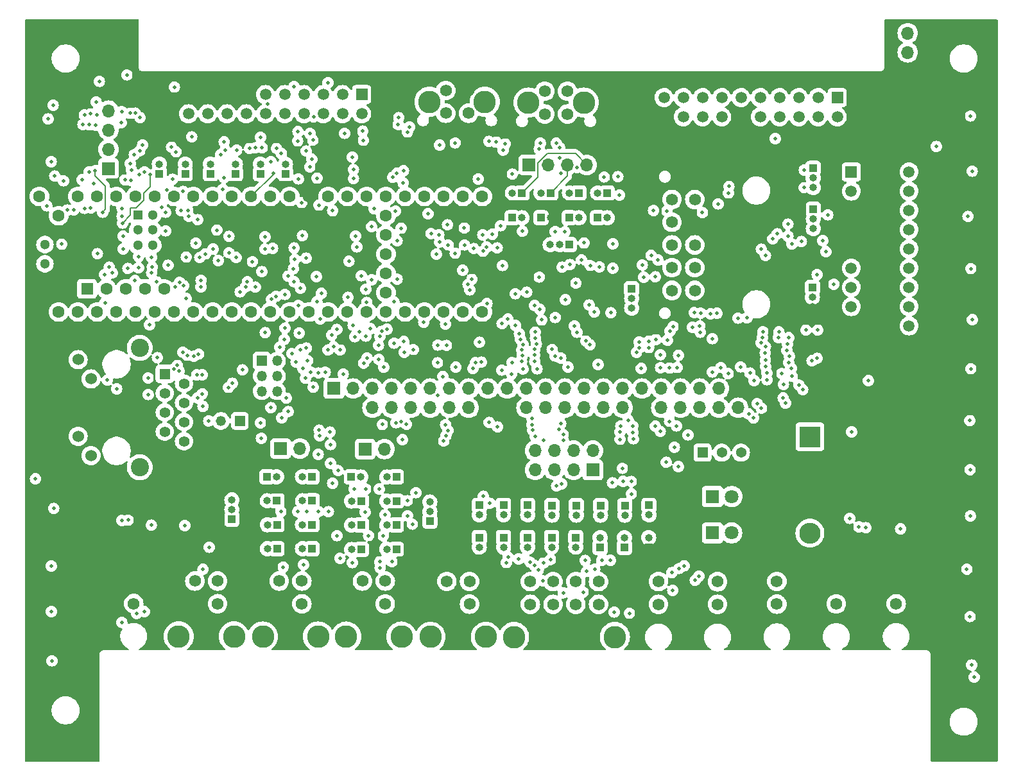
<source format=gbr>
%TF.GenerationSoftware,KiCad,Pcbnew,8.0.3*%
%TF.CreationDate,2025-06-03T03:01:32-07:00*%
%TF.ProjectId,MLU_BreakoutV2,4d4c555f-4272-4656-916b-6f757456322e,rev?*%
%TF.SameCoordinates,Original*%
%TF.FileFunction,Copper,L2,Inr*%
%TF.FilePolarity,Positive*%
%FSLAX46Y46*%
G04 Gerber Fmt 4.6, Leading zero omitted, Abs format (unit mm)*
G04 Created by KiCad (PCBNEW 8.0.3) date 2025-06-03 03:01:32*
%MOMM*%
%LPD*%
G01*
G04 APERTURE LIST*
%TA.AperFunction,ComponentPad*%
%ADD10C,1.574800*%
%TD*%
%TA.AperFunction,ComponentPad*%
%ADD11C,2.971800*%
%TD*%
%TA.AperFunction,ComponentPad*%
%ADD12R,1.000000X1.000000*%
%TD*%
%TA.AperFunction,ComponentPad*%
%ADD13O,1.000000X1.000000*%
%TD*%
%TA.AperFunction,ComponentPad*%
%ADD14R,1.508000X1.508000*%
%TD*%
%TA.AperFunction,ComponentPad*%
%ADD15C,1.508000*%
%TD*%
%TA.AperFunction,ComponentPad*%
%ADD16R,1.700000X1.700000*%
%TD*%
%TA.AperFunction,ComponentPad*%
%ADD17O,1.700000X1.700000*%
%TD*%
%TA.AperFunction,ComponentPad*%
%ADD18R,1.320800X1.320800*%
%TD*%
%TA.AperFunction,ComponentPad*%
%ADD19C,1.320800*%
%TD*%
%TA.AperFunction,ComponentPad*%
%ADD20R,2.800000X2.800000*%
%TD*%
%TA.AperFunction,ComponentPad*%
%ADD21O,2.800000X2.800000*%
%TD*%
%TA.AperFunction,ComponentPad*%
%ADD22R,1.800000X1.800000*%
%TD*%
%TA.AperFunction,ComponentPad*%
%ADD23C,1.800000*%
%TD*%
%TA.AperFunction,ComponentPad*%
%ADD24R,1.498600X1.498600*%
%TD*%
%TA.AperFunction,ComponentPad*%
%ADD25C,1.498600*%
%TD*%
%TA.AperFunction,ComponentPad*%
%ADD26R,1.600000X1.600000*%
%TD*%
%TA.AperFunction,ComponentPad*%
%ADD27C,1.600000*%
%TD*%
%TA.AperFunction,ComponentPad*%
%ADD28R,1.300000X1.300000*%
%TD*%
%TA.AperFunction,ComponentPad*%
%ADD29C,1.300000*%
%TD*%
%TA.AperFunction,ComponentPad*%
%ADD30R,1.371600X1.371600*%
%TD*%
%TA.AperFunction,ComponentPad*%
%ADD31C,1.371600*%
%TD*%
%TA.AperFunction,ComponentPad*%
%ADD32R,1.400000X1.400000*%
%TD*%
%TA.AperFunction,ComponentPad*%
%ADD33C,1.400000*%
%TD*%
%TA.AperFunction,ComponentPad*%
%ADD34C,1.530000*%
%TD*%
%TA.AperFunction,ComponentPad*%
%ADD35C,2.400000*%
%TD*%
%TA.AperFunction,ComponentPad*%
%ADD36R,1.350000X1.350000*%
%TD*%
%TA.AperFunction,ComponentPad*%
%ADD37O,1.350000X1.350000*%
%TD*%
%TA.AperFunction,ViaPad*%
%ADD38C,0.500000*%
%TD*%
%TA.AperFunction,Conductor*%
%ADD39C,0.200000*%
%TD*%
G04 APERTURE END LIST*
D10*
%TO.N,toNEO_CTRL_EXTs*%
%TO.C,J4*%
X181834650Y-61157800D03*
%TO.N,GND*%
X184834649Y-61157800D03*
%TO.N,outNEO_CTRL_EXTs*%
X181834650Y-64157799D03*
%TO.N,+5V*%
X184834649Y-64157799D03*
D11*
%TO.N,N/C*%
X186984650Y-62657800D03*
X179684649Y-62657800D03*
%TD*%
D12*
%TO.N,Net-(J14-Pin_1)*%
%TO.C,JP22*%
X158235600Y-112120200D03*
D13*
%TO.N,Net-(JP22-B)*%
X159505600Y-112120200D03*
%TD*%
D12*
%TO.N,D{slash}A20*%
%TO.C,JP16*%
X175310800Y-121671000D03*
D13*
%TO.N,Net-(JP13-B)*%
X174040800Y-121671000D03*
%TD*%
D12*
%TO.N,Net-(JP28-B)*%
%TO.C,JP39*%
X198997400Y-120136600D03*
D13*
%TO.N,Host_D+*%
X198997400Y-121406600D03*
%TD*%
D12*
%TO.N,Net-(J27-Pin_6)*%
%TO.C,JP26*%
X192648200Y-115894800D03*
D13*
%TO.N,Net-(JP26-B)*%
X192648200Y-117164800D03*
%TD*%
D12*
%TO.N,Net-(J27-Pin_7)*%
%TO.C,JP25*%
X189448200Y-115894800D03*
D13*
%TO.N,Net-(JP25-B)*%
X189448200Y-117164800D03*
%TD*%
D12*
%TO.N,Net-(JP42-B)*%
%TO.C,JP46*%
X194386200Y-77952600D03*
D13*
%TO.N,GND*%
X195656200Y-77952600D03*
%TD*%
D14*
%TO.N,PWM0*%
%TO.C,J7*%
X233480000Y-62090000D03*
D15*
%TO.N,I2C1_SCL*%
X233480000Y-64630000D03*
%TO.N,PWM1*%
X230940000Y-62090000D03*
%TO.N,I2C1_SDA*%
X230940000Y-64630000D03*
%TO.N,PWM2*%
X228400000Y-62090000D03*
%TO.N,toNEO_CTRL_ESCs*%
X228400000Y-64630000D03*
%TO.N,PWM3*%
X225860000Y-62090000D03*
%TO.N,outNEO_CTRL_ESCs*%
X225860000Y-64630000D03*
%TO.N,PWM4*%
X223320000Y-62090000D03*
%TO.N,unconnected-(J7-Pad10)*%
X223320000Y-64630000D03*
%TO.N,PWM5*%
X220780000Y-62090000D03*
%TO.N,GND*%
X220780000Y-64630000D03*
%TO.N,PWM6*%
X218240000Y-62090000D03*
%TO.N,+5V*%
X218240000Y-64630000D03*
%TO.N,PWM7*%
X215700000Y-62090000D03*
%TO.N,+5V*%
X215700000Y-64630000D03*
%TO.N,unconnected-(J7-Pad17)*%
X213160000Y-62090000D03*
%TO.N,+3.3V*%
X213160000Y-64630000D03*
%TO.N,unconnected-(J7-Pad19)*%
X210620000Y-62090000D03*
%TO.N,GND*%
X210620000Y-64630000D03*
%TD*%
D12*
%TO.N,Net-(J27-Pin_1)*%
%TO.C,JP31*%
X208648200Y-115894800D03*
D13*
%TO.N,Net-(JP31-B)*%
X208648200Y-117164800D03*
%TD*%
D16*
%TO.N,GND*%
%TO.C,J3*%
X242773200Y-58674000D03*
D17*
%TO.N,+3.3V*%
X242773200Y-56134000D03*
%TO.N,xDleak*%
X242773200Y-53594000D03*
%TD*%
D18*
%TO.N,ETH_GND*%
%TO.C,C2*%
X154671400Y-104749600D03*
D19*
%TO.N,Net-(C2-Pad2)*%
X152171400Y-104749600D03*
%TD*%
D10*
%TO.N,Net-(JP13-B)*%
%TO.C,J19*%
X173844550Y-128885700D03*
%TO.N,GND*%
X170844551Y-128885700D03*
%TO.N,Net-(JP11-A)*%
X173844550Y-125885701D03*
%TO.N,Net-(JP17-C)*%
X170844551Y-125885701D03*
D11*
%TO.N,N/C*%
X168694550Y-133205702D03*
X175994551Y-133205702D03*
%TD*%
D10*
%TO.N,I2C1_SDA*%
%TO.C,J17*%
X184970000Y-128919998D03*
%TO.N,GND*%
X181970001Y-128919998D03*
%TO.N,I2C1_SCL*%
X184970000Y-125919999D03*
%TO.N,+3.3V*%
X181970001Y-125919999D03*
D11*
%TO.N,N/C*%
X179820000Y-133240000D03*
X187120001Y-133240000D03*
%TD*%
D14*
%TO.N,+5V*%
%TO.C,J13*%
X170738800Y-61696600D03*
D15*
%TO.N,I2C1_SCL*%
X170738800Y-64236600D03*
%TO.N,+5V*%
X168198800Y-61696600D03*
%TO.N,I2C1_SDA*%
X168198800Y-64236600D03*
%TO.N,+5V*%
X165658800Y-61696600D03*
%TO.N,Dswitch2*%
X165658800Y-64236600D03*
%TO.N,+5V*%
X163118800Y-61696600D03*
%TO.N,Net-(JP5-A)*%
X163118800Y-64236600D03*
%TO.N,Net-(JP49-B)*%
X160578800Y-61696600D03*
%TO.N,Net-(JP6-A)*%
X160578800Y-64236600D03*
%TO.N,Net-(JP41-B)*%
X158038800Y-61696600D03*
%TO.N,Net-(JP50-B)*%
X158038800Y-64236600D03*
%TO.N,GND*%
X155498800Y-61696600D03*
%TO.N,Net-(JP51-B)*%
X155498800Y-64236600D03*
%TO.N,GND*%
X152958800Y-61696600D03*
%TO.N,Net-(JP52-B)*%
X152958800Y-64236600D03*
%TO.N,GND*%
X150418800Y-61696600D03*
%TO.N,Net-(JP53-B)*%
X150418800Y-64236600D03*
%TO.N,GND*%
X147878800Y-61696600D03*
%TO.N,toNEO_CTRL_Orin*%
X147878800Y-64236600D03*
%TD*%
D12*
%TO.N,Net-(J28-Pin_3)*%
%TO.C,JP42*%
X195656200Y-74676000D03*
D13*
%TO.N,Net-(JP42-B)*%
X194386200Y-74676000D03*
%TD*%
D20*
%TO.N,Teensy_5V*%
%TO.C,D1*%
X229870000Y-106857800D03*
D21*
%TO.N,Net-(D1-A)*%
X229870000Y-119557800D03*
%TD*%
D12*
%TO.N,Net-(JP11-A)*%
%TO.C,JP60*%
X170672600Y-121721000D03*
D13*
%TO.N,D{slash}A21*%
X169402600Y-121721000D03*
%TD*%
D10*
%TO.N,Dled1*%
%TO.C,J22*%
X233349200Y-128890700D03*
%TO.N,GND*%
X233349200Y-125890701D03*
%TD*%
D22*
%TO.N,Net-(D2-K)*%
%TO.C,D2*%
X217033000Y-114726800D03*
D23*
%TO.N,Net-(D2-A)*%
X219573000Y-114726800D03*
%TD*%
D12*
%TO.N,UART_RX3*%
%TO.C,JP32*%
X205397400Y-121431600D03*
D13*
%TO.N,Net-(JP30-B)*%
X205397400Y-120161600D03*
%TD*%
D12*
%TO.N,Net-(JP3-B)*%
%TO.C,JP34*%
X186248200Y-120136600D03*
D13*
%TO.N,+5V*%
X186248200Y-121406600D03*
%TD*%
D16*
%TO.N,+5V*%
%TO.C,J8*%
X167081200Y-100482400D03*
D17*
%TO.N,GND*%
X167081200Y-103022400D03*
%TO.N,+3.3V*%
X169621200Y-100482400D03*
%TO.N,GND*%
X169621200Y-103022400D03*
%TO.N,I2C1_SDA*%
X172161200Y-100482400D03*
%TO.N,I2C2_SDA*%
X172161200Y-103022400D03*
%TO.N,I2C1_SCL*%
X174701200Y-100482400D03*
%TO.N,I2C2_SCL*%
X174701200Y-103022400D03*
%TO.N,D{slash}A20*%
X177241200Y-100482400D03*
%TO.N,D{slash}A14*%
X177241200Y-103022400D03*
%TO.N,D{slash}A21*%
X179781200Y-100482400D03*
%TO.N,DISP_LED*%
X179781200Y-103022400D03*
%TO.N,D{slash}A22*%
X182321200Y-100482400D03*
%TO.N,xD0*%
X182321200Y-103022400D03*
%TO.N,D{slash}A23*%
X184861200Y-100482400D03*
%TO.N,xD1*%
X184861200Y-103022400D03*
%TO.N,+5V*%
X187401200Y-100482400D03*
%TO.N,GND*%
X187401200Y-103022400D03*
%TO.N,+3.3V*%
X189941200Y-100482400D03*
%TO.N,GND*%
X189941200Y-103022400D03*
%TO.N,Host_D-*%
X192481200Y-100482400D03*
%TO.N,UART_TX1*%
X192481200Y-103022400D03*
%TO.N,Host_D+*%
X195021200Y-100482400D03*
%TO.N,UART_RX1*%
X195021200Y-103022400D03*
%TO.N,Device_D-*%
X197561200Y-100482400D03*
%TO.N,UART_RX2*%
X197561200Y-103022400D03*
%TO.N,Device_D+*%
X200101200Y-100482400D03*
%TO.N,UART_TX2*%
X200101200Y-103022400D03*
%TO.N,toNEO_CTRL_ESCs*%
X202641200Y-100482400D03*
%TO.N,UART_RX3*%
X202641200Y-103022400D03*
%TO.N,outNEO_CTRL_ESCs*%
X205181200Y-100482400D03*
%TO.N,UART_TX3*%
X205181200Y-103022400D03*
%TO.N,toNEO_CTRL_EXTs*%
X207721200Y-100482400D03*
%TO.N,GND*%
X207721200Y-103022400D03*
%TO.N,outNEO_CTRL_EXTs*%
X210261200Y-100482400D03*
%TO.N,xD2*%
X210261200Y-103022400D03*
%TO.N,toNEO_CTRL_MLU*%
X212801200Y-100482400D03*
%TO.N,xD3*%
X212801200Y-103022400D03*
%TO.N,outNEO_CTRL_MLU*%
X215341200Y-100482400D03*
%TO.N,xD4*%
X215341200Y-103022400D03*
%TO.N,toNEO_CTRL_Orin*%
X217881200Y-100482400D03*
%TO.N,xD5*%
X217881200Y-103022400D03*
%TO.N,GND*%
X220421200Y-100482400D03*
%TO.N,xD6*%
X220421200Y-103022400D03*
%TD*%
D12*
%TO.N,GND*%
%TO.C,JP38*%
X208597400Y-121436600D03*
D13*
%TO.N,Net-(JP31-B)*%
X208597400Y-120166600D03*
%TD*%
D10*
%TO.N,Net-(JP3-B)*%
%TO.C,J26*%
X201990000Y-128950000D03*
%TO.N,Net-(JP25-B)*%
X198990001Y-128950000D03*
%TO.N,Net-(JP26-B)*%
X195990002Y-128950000D03*
%TO.N,Net-(JP27-B)*%
X192990003Y-128950000D03*
%TO.N,Net-(JP28-B)*%
X201990000Y-125950001D03*
%TO.N,Net-(JP29-B)*%
X198990001Y-125950001D03*
%TO.N,Net-(JP30-B)*%
X195990002Y-125950001D03*
%TO.N,Net-(JP31-B)*%
X192990003Y-125950001D03*
D11*
%TO.N,N/C*%
X190840002Y-133270002D03*
X204140001Y-133270002D03*
%TD*%
D12*
%TO.N,Device_D+*%
%TO.C,JP41*%
X160680400Y-72136000D03*
D13*
%TO.N,Net-(JP41-B)*%
X160680400Y-70866000D03*
%TD*%
D10*
%TO.N,Lumen_PWM*%
%TO.C,J20*%
X140666600Y-128855300D03*
%TO.N,GND*%
X140666600Y-125855301D03*
%TD*%
D12*
%TO.N,+5V*%
%TO.C,JP40*%
X206349600Y-87325200D03*
D13*
%TO.N,Net-(JP40-C)*%
X206349600Y-88595200D03*
%TO.N,DISP_LED*%
X206349600Y-89865200D03*
%TD*%
D12*
%TO.N,Net-(JP44-B)*%
%TO.C,JP48*%
X201853800Y-77952600D03*
D13*
%TO.N,Net-(JP2-C)*%
X203123800Y-77952600D03*
%TD*%
D12*
%TO.N,Net-(J27-Pin_2)*%
%TO.C,JP30*%
X205448200Y-115914800D03*
D13*
%TO.N,Net-(JP30-B)*%
X205448200Y-117184800D03*
%TD*%
D10*
%TO.N,Dled2*%
%TO.C,J23*%
X241249200Y-128880700D03*
%TO.N,GND*%
X241249200Y-125880701D03*
%TD*%
%TO.N,Dswitch1*%
%TO.C,J21*%
X225511400Y-128921199D03*
%TO.N,+3.3V*%
X225511400Y-125921200D03*
%TD*%
D12*
%TO.N,D{slash}A20*%
%TO.C,JP19*%
X164200600Y-121615200D03*
D13*
%TO.N,Net-(JP18-B)*%
X162930600Y-121615200D03*
%TD*%
D24*
%TO.N,Net-(JP8-C)*%
%TO.C,U7*%
X235331000Y-71907400D03*
D25*
%TO.N,Net-(JP9-C)*%
X235331000Y-74447400D03*
%TO.N,GND*%
X235331000Y-76987400D03*
X235331000Y-79527400D03*
X235331000Y-82067400D03*
%TO.N,Net-(JP10-C)*%
X235331000Y-84607400D03*
%TO.N,unconnected-(U7-NC-Pad7)*%
X235331000Y-87147400D03*
%TO.N,GPIOExp_INT*%
X235331000Y-89687400D03*
%TO.N,GND*%
X235331000Y-92227400D03*
%TO.N,xD0*%
X242951000Y-92227400D03*
%TO.N,xD1*%
X242951000Y-89687400D03*
%TO.N,xD2*%
X242951000Y-87147400D03*
%TO.N,xD3*%
X242951000Y-84607400D03*
%TO.N,xD4*%
X242951000Y-82067400D03*
%TO.N,xD5*%
X242951000Y-79527400D03*
%TO.N,xD6*%
X242951000Y-76987400D03*
%TO.N,xDleak*%
X242951000Y-74447400D03*
%TO.N,+5V*%
X242951000Y-71907400D03*
%TD*%
D16*
%TO.N,Net-(J28-Pin_1)*%
%TO.C,J28*%
X192811400Y-70993000D03*
D17*
%TO.N,Net-(J28-Pin_2)*%
X195351400Y-70993000D03*
%TO.N,Net-(J28-Pin_3)*%
X197891400Y-70993000D03*
%TO.N,Net-(J28-Pin_4)*%
X200431400Y-70993000D03*
%TD*%
D12*
%TO.N,UART_TX3*%
%TO.C,JP33*%
X202197400Y-121436600D03*
D13*
%TO.N,Net-(JP29-B)*%
X202197400Y-120166600D03*
%TD*%
D12*
%TO.N,Net-(J27-Pin_5)*%
%TO.C,JP27*%
X195848200Y-115914800D03*
D13*
%TO.N,Net-(JP27-B)*%
X195848200Y-117184800D03*
%TD*%
D12*
%TO.N,Net-(J28-Pin_4)*%
%TO.C,JP67*%
X191897000Y-74676000D03*
D13*
%TO.N,Net-(JP45-A)*%
X190627000Y-74676000D03*
%TD*%
D12*
%TO.N,Net-(J31-Pin_2)*%
%TO.C,JP13*%
X175310800Y-112146000D03*
D13*
%TO.N,Net-(JP13-B)*%
X174040800Y-112146000D03*
%TD*%
D10*
%TO.N,Dswitch2*%
%TO.C,J25*%
X217678000Y-128956900D03*
%TO.N,+3.3V*%
X217678000Y-125956901D03*
%TD*%
D12*
%TO.N,D{slash}A20*%
%TO.C,JP53*%
X144043400Y-72136000D03*
D13*
%TO.N,Net-(JP53-B)*%
X144043400Y-70866000D03*
%TD*%
D12*
%TO.N,Net-(JP43-B)*%
%TO.C,JP47*%
X198120000Y-77952600D03*
D13*
%TO.N,I2C1_SCL*%
X199390000Y-77952600D03*
%TD*%
D12*
%TO.N,Net-(JP11-A)*%
%TO.C,JP11*%
X170672600Y-115321000D03*
D13*
%TO.N,I2C1_SCL*%
X169402600Y-115321000D03*
%TD*%
D10*
%TO.N,+5V*%
%TO.C,J6*%
X209890000Y-128949999D03*
%TO.N,Net-(D1-A)*%
X209890000Y-125950000D03*
%TD*%
D16*
%TO.N,Net-(J14-Pin_1)*%
%TO.C,J14*%
X160051000Y-108391000D03*
D17*
%TO.N,Net-(J14-Pin_2)*%
X162591000Y-108391000D03*
%TD*%
D12*
%TO.N,Net-(JP22-B)*%
%TO.C,JP23*%
X159555600Y-115295200D03*
D13*
%TO.N,I2C1_SCL*%
X158285600Y-115295200D03*
%TD*%
D12*
%TO.N,Net-(JP10-A)*%
%TO.C,JP10*%
X230200200Y-87172800D03*
D13*
%TO.N,Net-(JP10-C)*%
X230200200Y-88442800D03*
%TO.N,GND*%
X230200200Y-89712800D03*
%TD*%
D12*
%TO.N,+3.3V*%
%TO.C,JP58*%
X153619200Y-117729000D03*
D13*
%TO.N,Net-(JP58-C)*%
X153619200Y-116459000D03*
%TO.N,+5V*%
X153619200Y-115189000D03*
%TD*%
D16*
%TO.N,+5V*%
%TO.C,J12*%
X137338200Y-71450600D03*
D17*
X137338200Y-68910600D03*
%TO.N,Analog_Current*%
X137338200Y-66370600D03*
%TO.N,Analog_Voltage*%
X137338200Y-63830600D03*
%TO.N,GND*%
X137338200Y-61290600D03*
X137338200Y-58750600D03*
%TD*%
D12*
%TO.N,Net-(JP22-B)*%
%TO.C,JP24*%
X159560600Y-121615200D03*
D13*
%TO.N,D{slash}A21*%
X158290600Y-121615200D03*
%TD*%
D10*
%TO.N,UART_RX2*%
%TO.C,J18*%
X151739600Y-128875400D03*
%TO.N,GND*%
X148739601Y-128875400D03*
%TO.N,UART_TX2*%
X151739600Y-125875401D03*
%TO.N,+3.3V*%
X148739601Y-125875401D03*
D11*
%TO.N,N/C*%
X146589600Y-133195402D03*
X153889601Y-133195402D03*
%TD*%
D26*
%TO.N,GND*%
%TO.C,U6*%
X128219200Y-90376000D03*
D27*
%TO.N,PWM0*%
X130759200Y-90376000D03*
%TO.N,PWM1*%
X133299200Y-90376000D03*
%TO.N,PWM2*%
X135839200Y-90376000D03*
%TO.N,PWM3*%
X138379200Y-90376000D03*
%TO.N,PWM4*%
X140919200Y-90376000D03*
%TO.N,PWM5*%
X143459200Y-90376000D03*
%TO.N,PWM6*%
X145999200Y-90376000D03*
%TO.N,PWM7*%
X148539200Y-90376000D03*
%TO.N,Lumen_PWM*%
X151079200Y-90376000D03*
%TO.N,toNEO_CTRL_ESCs*%
X153619200Y-90376000D03*
%TO.N,SPI_CS1*%
X156159200Y-90376000D03*
%TO.N,SPI_MOSI*%
X158699200Y-90376000D03*
%TO.N,SPI_MISO*%
X161239200Y-90376000D03*
%TO.N,unconnected-(U6-3V3-Pad15)*%
X163779200Y-90376000D03*
%TO.N,UART_TX3*%
X166319200Y-90376000D03*
%TO.N,UART_RX3*%
X168859200Y-90376000D03*
%TO.N,Dswitch1*%
X171399200Y-90376000D03*
%TO.N,Dswitch2*%
X173939200Y-90376000D03*
%TO.N,UART_RX2*%
X176479200Y-90376000D03*
%TO.N,UART_TX2*%
X179019200Y-90376000D03*
%TO.N,DISP_RST*%
X181559200Y-90376000D03*
%TO.N,DISP_DC*%
X184099200Y-90376000D03*
%TO.N,DISP_LED*%
X186639200Y-90376000D03*
%TO.N,toNEO_CTRL_Orin*%
X186639200Y-75136000D03*
%TO.N,UART_RX1*%
X184099200Y-75136000D03*
%TO.N,UART_TX1*%
X181559200Y-75136000D03*
%TO.N,Dled2*%
X179019200Y-75136000D03*
%TO.N,Dled1*%
X176479200Y-75136000D03*
%TO.N,toNEO_CTRL_EXTs*%
X173939200Y-75136000D03*
%TO.N,toNEO_CTRL_MLU*%
X171399200Y-75136000D03*
%TO.N,Analog_Voltage*%
X168859200Y-75136000D03*
%TO.N,Analog_Current*%
X166319200Y-75136000D03*
%TO.N,GND*%
X163779200Y-75136000D03*
%TO.N,SPI_SCK*%
X161239200Y-75136000D03*
%TO.N,D{slash}A14*%
X158699200Y-75136000D03*
%TO.N,GPIOExp_INT*%
X156159200Y-75136000D03*
%TO.N,I2C2_SCL*%
X153619200Y-75136000D03*
%TO.N,I2C2_SDA*%
X151079200Y-75136000D03*
%TO.N,I2C1_SDA*%
X148539200Y-75136000D03*
%TO.N,I2C1_SCL*%
X145999200Y-75136000D03*
%TO.N,D{slash}A20*%
X143459200Y-75136000D03*
%TO.N,D{slash}A21*%
X140919200Y-75136000D03*
%TO.N,D{slash}A22*%
X138379200Y-75136000D03*
%TO.N,D{slash}A23*%
X135839200Y-75136000D03*
%TO.N,unconnected-(U6-3V3-Pad46)*%
X133299200Y-75136000D03*
%TO.N,GND*%
X130759200Y-75136000D03*
%TO.N,Teensy_5V*%
X128219200Y-75136000D03*
%TO.N,unconnected-(U6-VUSB-Pad49)*%
X130759200Y-77676000D03*
%TO.N,unconnected-(U6-VBAT-Pad50)*%
X173939200Y-87836000D03*
%TO.N,unconnected-(U6-3V3-Pad51)*%
X173939200Y-85296000D03*
%TO.N,unconnected-(U6-GND-Pad52)*%
X173939200Y-82756000D03*
%TO.N,unconnected-(U6-PROGRAM-Pad53)*%
X173939200Y-80216000D03*
%TO.N,unconnected-(U6-ON_OFF-Pad54)*%
X173939200Y-77676000D03*
D26*
%TO.N,unconnected-(U6-5V-Pad55)*%
X134518400Y-87325200D03*
D27*
%TO.N,Host_D-*%
X137058400Y-87325200D03*
%TO.N,Host_D+*%
X139598400Y-87325200D03*
%TO.N,unconnected-(U6-GND-Pad58)*%
X142138400Y-87325200D03*
%TO.N,unconnected-(U6-GND-Pad59)*%
X144678400Y-87325200D03*
D28*
%TO.N,R+*%
X141189200Y-77574400D03*
D29*
%TO.N,LED*%
X141189200Y-79574400D03*
%TO.N,T-*%
X141189200Y-81574400D03*
%TO.N,T+*%
X143189200Y-81574400D03*
%TO.N,ETH_GND*%
X143189200Y-79574400D03*
%TO.N,R-*%
X143189200Y-77574400D03*
%TO.N,Device_D-*%
X128949200Y-81486000D03*
%TO.N,Device_D+*%
X128949200Y-84026000D03*
%TD*%
D30*
%TO.N,+5V*%
%TO.C,SW1*%
X215696800Y-108940600D03*
D31*
%TO.N,Net-(D2-A)*%
X218236800Y-108940600D03*
%TO.N,Net-(D1-A)*%
X220776800Y-108940600D03*
%TD*%
D12*
%TO.N,Net-(J27-Pin_4)*%
%TO.C,JP28*%
X199048200Y-115914800D03*
D13*
%TO.N,Net-(JP28-B)*%
X199048200Y-117184800D03*
%TD*%
D12*
%TO.N,Device_D-*%
%TO.C,JP49*%
X157378400Y-72136000D03*
D13*
%TO.N,Net-(JP49-B)*%
X157378400Y-70866000D03*
%TD*%
D12*
%TO.N,Net-(J31-Pin_1)*%
%TO.C,JP12*%
X169377600Y-112146000D03*
D13*
%TO.N,Net-(JP11-A)*%
X170647600Y-112146000D03*
%TD*%
D12*
%TO.N,Net-(JP22-B)*%
%TO.C,JP57*%
X159560600Y-118455200D03*
D13*
%TO.N,D{slash}A23*%
X158290600Y-118455200D03*
%TD*%
D12*
%TO.N,D{slash}A23*%
%TO.C,JP50*%
X154076400Y-72136000D03*
D13*
%TO.N,Net-(JP50-B)*%
X154076400Y-70866000D03*
%TD*%
D12*
%TO.N,I2C1_SDA*%
%TO.C,JP14*%
X175310800Y-115321000D03*
D13*
%TO.N,Net-(JP13-B)*%
X174040800Y-115321000D03*
%TD*%
D10*
%TO.N,Net-(JP18-B)*%
%TO.C,J11*%
X162850599Y-128879598D03*
%TO.N,GND*%
X159850600Y-128879598D03*
%TO.N,Net-(JP22-B)*%
X162850599Y-125879599D03*
%TO.N,Net-(JP58-C)*%
X159850600Y-125879599D03*
D11*
%TO.N,N/C*%
X157700599Y-133199600D03*
X165000600Y-133199600D03*
%TD*%
D12*
%TO.N,D{slash}A22*%
%TO.C,JP15*%
X175310800Y-118496000D03*
D13*
%TO.N,Net-(JP13-B)*%
X174040800Y-118496000D03*
%TD*%
D16*
%TO.N,Net-(J31-Pin_1)*%
%TO.C,J31*%
X171211600Y-108462400D03*
D17*
%TO.N,Net-(J31-Pin_2)*%
X173751600Y-108462400D03*
%TD*%
D12*
%TO.N,+3.3V*%
%TO.C,JP17*%
X179730400Y-117988000D03*
D13*
%TO.N,Net-(JP17-C)*%
X179730400Y-116718000D03*
%TO.N,+5V*%
X179730400Y-115448000D03*
%TD*%
D22*
%TO.N,Net-(D3-K)*%
%TO.C,D3*%
X217012600Y-119532400D03*
D23*
%TO.N,Net-(D1-A)*%
X219552600Y-119532400D03*
%TD*%
D12*
%TO.N,Net-(J28-Pin_2)*%
%TO.C,JP43*%
X199415400Y-74676000D03*
D13*
%TO.N,Net-(JP43-B)*%
X198145400Y-74676000D03*
%TD*%
D12*
%TO.N,Net-(J27-Pin_8)*%
%TO.C,JP3*%
X186248200Y-115894800D03*
D13*
%TO.N,Net-(JP3-B)*%
X186248200Y-117164800D03*
%TD*%
D12*
%TO.N,Net-(J28-Pin_1)*%
%TO.C,JP44*%
X203149200Y-74676000D03*
D13*
%TO.N,Net-(JP44-B)*%
X201879200Y-74676000D03*
%TD*%
D16*
%TO.N,Net-(J27-Pin_1)*%
%TO.C,J27*%
X201234200Y-111221200D03*
D17*
%TO.N,Net-(J27-Pin_2)*%
X201234200Y-108681200D03*
%TO.N,Net-(J27-Pin_3)*%
X198694200Y-111221200D03*
%TO.N,Net-(J27-Pin_4)*%
X198694200Y-108681200D03*
%TO.N,Net-(J27-Pin_5)*%
X196154200Y-111221200D03*
%TO.N,Net-(J27-Pin_6)*%
X196154200Y-108681200D03*
%TO.N,Net-(J27-Pin_7)*%
X193614200Y-111221200D03*
%TO.N,Net-(J27-Pin_8)*%
X193614200Y-108681200D03*
%TD*%
D12*
%TO.N,I2C1_SCL*%
%TO.C,JP8*%
X230301800Y-71429800D03*
D13*
%TO.N,Net-(JP8-C)*%
X230301800Y-72699800D03*
%TO.N,I2C2_SCL*%
X230301800Y-73969800D03*
%TD*%
D32*
%TO.N,T+*%
%TO.C,J9*%
X144754600Y-98552400D03*
D33*
%TO.N,Net-(C2-Pad2)*%
X147294600Y-99822400D03*
%TO.N,T-*%
X144754600Y-101092400D03*
%TO.N,R+*%
X147294600Y-102362400D03*
%TO.N,Net-(C2-Pad2)*%
X144754600Y-103632400D03*
%TO.N,R-*%
X147294600Y-104902400D03*
%TO.N,unconnected-(J9-Pad7)*%
X144754600Y-106172400D03*
%TO.N,ETH_GND*%
X147294600Y-107442400D03*
D34*
X133324600Y-96672400D03*
%TO.N,LED*%
X135024600Y-99212400D03*
%TO.N,unconnected-(J9-Pad11)*%
X133324600Y-106782400D03*
%TO.N,unconnected-(J9-Pad12)*%
X135024600Y-109322400D03*
D35*
%TO.N,unconnected-(J9-Pad13)*%
X141454600Y-95122400D03*
%TO.N,unconnected-(J9-Pad14)*%
X141454600Y-110872400D03*
%TD*%
D12*
%TO.N,Net-(JP27-B)*%
%TO.C,JP37*%
X195797400Y-120136600D03*
D13*
%TO.N,Host_D-*%
X195797400Y-121406600D03*
%TD*%
D12*
%TO.N,D{slash}A22*%
%TO.C,JP20*%
X164200600Y-118445200D03*
D13*
%TO.N,Net-(JP18-B)*%
X162930600Y-118445200D03*
%TD*%
D12*
%TO.N,Net-(J27-Pin_3)*%
%TO.C,JP29*%
X202248200Y-115914800D03*
D13*
%TO.N,Net-(JP29-B)*%
X202248200Y-117184800D03*
%TD*%
D12*
%TO.N,Net-(JP11-A)*%
%TO.C,JP59*%
X170672600Y-118496000D03*
D13*
%TO.N,D{slash}A23*%
X169402600Y-118496000D03*
%TD*%
D12*
%TO.N,Net-(J14-Pin_2)*%
%TO.C,JP21*%
X164200600Y-112120200D03*
D13*
%TO.N,Net-(JP18-B)*%
X162930600Y-112120200D03*
%TD*%
D10*
%TO.N,Net-(JP45-A)*%
%TO.C,J2*%
X194890250Y-61259400D03*
%TO.N,Net-(JP42-B)*%
X197890249Y-61259400D03*
%TO.N,Net-(JP43-B)*%
X194890250Y-64259399D03*
%TO.N,Net-(JP44-B)*%
X197890249Y-64259399D03*
D11*
%TO.N,N/C*%
X200040250Y-62759400D03*
X192740249Y-62759400D03*
%TD*%
D12*
%TO.N,I2C1_SDA*%
%TO.C,JP18*%
X164210600Y-115285200D03*
D13*
%TO.N,Net-(JP18-B)*%
X162940600Y-115285200D03*
%TD*%
D10*
%TO.N,+5V*%
%TO.C,J5*%
X214680800Y-75539600D03*
%TO.N,GND*%
X214680800Y-78539599D03*
%TO.N,SPI_CS1*%
X214680800Y-81539598D03*
%TO.N,DISP_RST*%
X214680800Y-84539597D03*
%TO.N,DISP_DC*%
X214680800Y-87539596D03*
%TO.N,SPI_MOSI*%
X211680801Y-75539600D03*
%TO.N,SPI_SCK*%
X211680801Y-78539599D03*
%TO.N,Net-(JP40-C)*%
X211680801Y-81539598D03*
%TO.N,SPI_MISO*%
X211680801Y-84539597D03*
%TO.N,unconnected-(J5-Pad10)*%
X211680801Y-87539596D03*
%TD*%
D36*
%TO.N,R+*%
%TO.C,J10*%
X157562800Y-96831400D03*
D37*
%TO.N,R-*%
X159562800Y-96831400D03*
%TO.N,LED*%
X157562800Y-98831400D03*
%TO.N,ETH_GND*%
X159562800Y-98831400D03*
%TO.N,T-*%
X157562800Y-100831400D03*
%TO.N,T+*%
X159562800Y-100831400D03*
%TD*%
D12*
%TO.N,Net-(JP26-B)*%
%TO.C,JP36*%
X192623600Y-120136600D03*
D13*
%TO.N,I2C1_SCL*%
X192623600Y-121406600D03*
%TD*%
D12*
%TO.N,Net-(JP25-B)*%
%TO.C,JP35*%
X189448600Y-120136600D03*
D13*
%TO.N,I2C1_SDA*%
X189448600Y-121406600D03*
%TD*%
D12*
%TO.N,Net-(JP45-A)*%
%TO.C,JP45*%
X190601600Y-77952600D03*
D13*
%TO.N,I2C1_SDA*%
X191871600Y-77952600D03*
%TD*%
D12*
%TO.N,I2C1_SDA*%
%TO.C,JP9*%
X230327200Y-76840000D03*
D13*
%TO.N,Net-(JP9-C)*%
X230327200Y-78110000D03*
%TO.N,I2C2_SDA*%
X230327200Y-79380000D03*
%TD*%
D12*
%TO.N,D{slash}A22*%
%TO.C,JP51*%
X150774400Y-72136000D03*
D13*
%TO.N,Net-(JP51-B)*%
X150774400Y-70866000D03*
%TD*%
D12*
%TO.N,+3.3V*%
%TO.C,JP2*%
X198145400Y-81508600D03*
D13*
%TO.N,Net-(JP2-C)*%
X196875400Y-81508600D03*
%TO.N,+5V*%
X195605400Y-81508600D03*
%TD*%
D12*
%TO.N,D{slash}A21*%
%TO.C,JP52*%
X147456800Y-72136000D03*
D13*
%TO.N,Net-(JP52-B)*%
X147456800Y-70866000D03*
%TD*%
D38*
%TO.N,Net-(J27-Pin_2)*%
X205230000Y-112730000D03*
%TO.N,Net-(JP17-C)*%
X174720000Y-123320000D03*
X173180000Y-124120000D03*
%TO.N,UART_TX3*%
X173380000Y-92930000D03*
X193660000Y-93840000D03*
X191700000Y-93980000D03*
%TO.N,D{slash}A23*%
X160070800Y-116738400D03*
%TO.N,DISP_RST*%
X193548000Y-89535000D03*
%TO.N,DISP_LED*%
X194259200Y-90043000D03*
%TO.N,DISP_RST*%
X187261706Y-89276000D03*
%TO.N,D{slash}A21*%
X145071542Y-74298171D03*
%TO.N,Host_D-*%
X147275425Y-86940000D03*
%TO.N,ETH_GND*%
X137185300Y-99364700D03*
%TO.N,I2C1_SDA*%
X156710000Y-87100000D03*
%TO.N,Host_D-*%
X155410000Y-87071200D03*
X196449836Y-113340164D03*
%TO.N,Host_D+*%
X197141798Y-113050868D03*
%TO.N,UART_TX3*%
X205114791Y-110996261D03*
%TO.N,outNEO_CTRL_MLU*%
X213791016Y-106601016D03*
%TO.N,LED*%
X139256471Y-80386471D03*
X139270000Y-82070000D03*
%TO.N,Host_D-*%
X149540140Y-87071200D03*
%TO.N,Host_D+*%
X149550000Y-86190000D03*
X143690000Y-86430000D03*
%TO.N,LED*%
X140843000Y-86233000D03*
%TO.N,Host_D-*%
X143030000Y-85242400D03*
%TO.N,I2C1_SCL*%
X171196000Y-116763800D03*
%TO.N,toNEO_CTRL_MLU*%
X162820509Y-75939491D03*
%TO.N,D{slash}A20*%
X173120000Y-123342400D03*
%TO.N,UART_RX3*%
X205910000Y-104700000D03*
%TO.N,I2C1_SCL*%
X177424617Y-118374616D03*
%TO.N,D{slash}A20*%
X176784000Y-117271800D03*
%TO.N,toNEO_CTRL_MLU*%
X159500000Y-68820600D03*
X156687367Y-68721766D03*
%TO.N,Net-(JP50-B)*%
X157388600Y-67335400D03*
%TO.N,Dswitch1*%
X181570000Y-107390000D03*
X176120000Y-107230000D03*
X169620000Y-92120000D03*
X173010000Y-96640000D03*
X170410000Y-92970000D03*
X193630000Y-106790000D03*
X204820000Y-107180000D03*
X173450000Y-105230000D03*
X212520000Y-110790000D03*
X206580000Y-107120000D03*
X210920000Y-110220000D03*
X215230000Y-125220000D03*
X197320000Y-106520000D03*
X173660000Y-97690000D03*
X213300000Y-123860000D03*
%TO.N,outNEO_CTRL_EXTs*%
X203880000Y-81390000D03*
X187510000Y-67880000D03*
X203600000Y-90490000D03*
X204540000Y-72530000D03*
X194180000Y-68900000D03*
X203870000Y-84600000D03*
X196870000Y-68700000D03*
X204750000Y-74960000D03*
X189400000Y-69030000D03*
X207620000Y-97830000D03*
%TO.N,toNEO_CTRL_ESCs*%
X207750000Y-84170000D03*
X219180000Y-73820000D03*
X208920000Y-82880000D03*
X215690000Y-77270000D03*
X225300000Y-67510000D03*
X201440000Y-90400000D03*
%TO.N,PWM0*%
X133981555Y-65638579D03*
X134160000Y-64380000D03*
X136120000Y-59960000D03*
X131899997Y-76930000D03*
X133860000Y-72944645D03*
%TO.N,GND*%
X251152348Y-102070441D03*
X129781000Y-114266194D03*
X251332214Y-95595508D03*
X214757000Y-122377200D03*
X235508800Y-123037600D03*
X130140200Y-120986894D03*
X199663245Y-84266064D03*
X142925800Y-123190000D03*
X250926600Y-89230200D03*
X245541800Y-75565000D03*
X130370463Y-128332400D03*
X250977400Y-63271400D03*
X170967400Y-72369200D03*
X250994753Y-134983647D03*
X251333952Y-108830646D03*
X250451515Y-75960068D03*
X251173860Y-128406354D03*
X130048000Y-61950600D03*
X214731600Y-112064800D03*
X239649000Y-99415600D03*
X139107000Y-123063000D03*
X250769547Y-121966147D03*
X251172175Y-69359709D03*
X130035301Y-133861394D03*
X251413853Y-82316747D03*
X250856331Y-115376963D03*
X129791146Y-68852873D03*
X234899200Y-113030000D03*
X225425000Y-112572800D03*
X241858800Y-123469400D03*
%TO.N,PWM1*%
X134830000Y-65690000D03*
X134990000Y-64250000D03*
X131170000Y-81440000D03*
X135420000Y-73430000D03*
X132750000Y-76930000D03*
X134755211Y-71890097D03*
X139750000Y-59100000D03*
%TO.N,PWM2*%
X135700000Y-62670000D03*
X135590000Y-71730000D03*
X136570000Y-77230000D03*
X135680000Y-65770000D03*
X135790000Y-64350000D03*
%TO.N,PWM3*%
X139130000Y-76705488D03*
X136870000Y-89150000D03*
X139520000Y-72960000D03*
X139020000Y-65430000D03*
%TO.N,PWM4*%
X140877418Y-64151298D03*
X142100000Y-71920000D03*
X141443383Y-69102090D03*
X136820000Y-85430000D03*
X139130000Y-77740000D03*
%TO.N,PWM5*%
X139179838Y-78650118D03*
X141500000Y-64730000D03*
X141839445Y-68350000D03*
X137450000Y-84480000D03*
X142820000Y-72290000D03*
X139900000Y-84650000D03*
%TO.N,PWM6*%
X145191308Y-84224264D03*
X144880000Y-79680000D03*
X144880000Y-77220000D03*
X146150000Y-87080000D03*
%TO.N,UART_RX2*%
X185416820Y-97860204D03*
X149809200Y-124333000D03*
X193195242Y-104400010D03*
X177539513Y-95331707D03*
X166304961Y-95397493D03*
X180730000Y-97080000D03*
X164010175Y-98294598D03*
%TO.N,UART_TX2*%
X190518623Y-98550000D03*
X165051869Y-98440000D03*
X167044023Y-94970000D03*
X185730000Y-97070000D03*
X150622000Y-121412000D03*
%TO.N,I2C1_SCL*%
X190044194Y-122725747D03*
X173812200Y-117144800D03*
X175412400Y-80980000D03*
X225773132Y-93008735D03*
X175366392Y-72096129D03*
X151130000Y-82080000D03*
X221575673Y-91161762D03*
X223998752Y-82936381D03*
X181027478Y-81143622D03*
X196291200Y-91113000D03*
X153220000Y-80406231D03*
X226384442Y-99943500D03*
X220375673Y-91186000D03*
X157518474Y-107048674D03*
X160807400Y-101752400D03*
X139919409Y-117846809D03*
X226187481Y-98503458D03*
X224975240Y-80730000D03*
X185547000Y-82025400D03*
X236347000Y-118719600D03*
X165201493Y-106726587D03*
X161049074Y-103518074D03*
X170098792Y-81798792D03*
X192506600Y-87775800D03*
X157362257Y-105012857D03*
X223656076Y-92976390D03*
X175212579Y-77066380D03*
X166624000Y-107873800D03*
%TO.N,I2C2_SCL*%
X228925000Y-100625000D03*
X230825761Y-96497145D03*
X193200000Y-105250000D03*
X230910000Y-92780000D03*
X175974728Y-104828834D03*
X226960000Y-78800000D03*
X182142760Y-106004549D03*
X211360000Y-104810000D03*
X222449621Y-104380000D03*
X162360000Y-89490000D03*
X206500000Y-105430000D03*
X158980000Y-81990000D03*
X196999108Y-105119738D03*
X209480000Y-105450000D03*
X226960000Y-80380000D03*
X163620000Y-96790000D03*
X226660000Y-102410000D03*
X204920000Y-105410000D03*
X163450000Y-95140000D03*
X160610000Y-88060000D03*
X157564058Y-85060000D03*
X223480835Y-103078407D03*
%TO.N,I2C2_SDA*%
X226336037Y-101733574D03*
X212280000Y-105420000D03*
X168301487Y-98564493D03*
X181833343Y-106687751D03*
X165265136Y-91310000D03*
X206510000Y-106250000D03*
X196790000Y-105840000D03*
X164770000Y-85710000D03*
X210130000Y-106140000D03*
X229350000Y-92780000D03*
X193300000Y-105970000D03*
X167464098Y-92690023D03*
X204800000Y-106230000D03*
X228400000Y-100010000D03*
X227490000Y-81430000D03*
X222900000Y-102460000D03*
X221800000Y-103840000D03*
X175244410Y-104999535D03*
X230146020Y-96814092D03*
%TO.N,SPI_MOSI*%
X159410000Y-88304260D03*
X180916373Y-80217843D03*
X172059600Y-79121000D03*
X161742697Y-84665638D03*
X161925000Y-83464400D03*
X175945800Y-79324200D03*
X187236212Y-81807622D03*
X161823400Y-81940400D03*
%TO.N,SPI_SCK*%
X183083200Y-82626200D03*
X163411095Y-83290400D03*
X162933091Y-80323600D03*
X186741156Y-82371026D03*
%TO.N,SPI_MISO*%
X184993757Y-87458898D03*
X171410122Y-89126046D03*
X199740000Y-83520000D03*
X198210000Y-84140000D03*
X189331600Y-84251800D03*
X174980600Y-89027000D03*
X168935400Y-88442800D03*
X209829400Y-83515200D03*
X164822619Y-89011986D03*
%TO.N,PWM7*%
X140754750Y-69600375D03*
X143110000Y-84480000D03*
X141310000Y-83060000D03*
X146020000Y-60700000D03*
X147600000Y-88610000D03*
X141300000Y-84550000D03*
%TO.N,Analog_Current*%
X164388800Y-64643000D03*
%TO.N,Analog_Voltage*%
X169646600Y-72796400D03*
X170984810Y-67730000D03*
X169655272Y-71596400D03*
%TO.N,+3.3V*%
X237591600Y-99441000D03*
X235127800Y-117602000D03*
X241833400Y-118999000D03*
X142976600Y-118516400D03*
X188674529Y-105561296D03*
X194183000Y-85775800D03*
X147396200Y-118567200D03*
X197180000Y-84480000D03*
X202082400Y-84429600D03*
X235381800Y-106197400D03*
%TO.N,SPI_CS1*%
X159918400Y-95021400D03*
X195870000Y-95325000D03*
X176332497Y-95690193D03*
X214596164Y-90466164D03*
X181914800Y-94792800D03*
X211401002Y-92910000D03*
X170990486Y-97129514D03*
X161544000Y-95859600D03*
X191854676Y-95408671D03*
X180797200Y-94742000D03*
X193567785Y-95310787D03*
X199148700Y-93052900D03*
%TO.N,UART_TX1*%
X184069198Y-84876638D03*
X179880000Y-80030000D03*
X189269113Y-91909865D03*
X180609238Y-82743609D03*
X184779998Y-86740002D03*
X190580000Y-97050000D03*
X179487995Y-77430000D03*
%TO.N,UART_RX1*%
X190030000Y-91320000D03*
X185286280Y-86093720D03*
X186725042Y-80215507D03*
%TO.N,Net-(JP42-B)*%
X196870000Y-70090000D03*
%TO.N,Net-(JP44-B)*%
X199152871Y-71307161D03*
%TO.N,Net-(JP43-B)*%
X197062052Y-72097948D03*
%TO.N,Net-(JP9-C)*%
X231571800Y-80975200D03*
X232219500Y-77558900D03*
%TO.N,xD2*%
X223981231Y-95800744D03*
X210180000Y-97740000D03*
X210150000Y-96010000D03*
X226837481Y-95455905D03*
%TO.N,UART_RX3*%
X206298800Y-112750600D03*
X206298800Y-114376200D03*
X175022861Y-94502861D03*
X172953780Y-94760734D03*
X171290000Y-93560000D03*
X192016392Y-94660000D03*
X193774926Y-94589956D03*
X176296752Y-94273248D03*
%TO.N,xD0*%
X227068789Y-93774492D03*
X223432047Y-94452992D03*
X193570000Y-96049997D03*
X200316409Y-94220179D03*
X208615416Y-94225509D03*
X196226631Y-96187240D03*
X191906551Y-96156878D03*
X207354041Y-94332050D03*
%TO.N,xD5*%
X219080000Y-98510000D03*
X221960000Y-98440000D03*
X227410000Y-97810760D03*
X224185742Y-98425017D03*
%TO.N,xD4*%
X220720000Y-97620000D03*
X218120000Y-97700000D03*
X224031287Y-97589166D03*
X227071198Y-97031198D03*
%TO.N,xD3*%
X227176209Y-96187707D03*
X223995984Y-96705230D03*
X212340000Y-97700000D03*
X212540000Y-96090000D03*
%TO.N,UART_TX3*%
X203816892Y-112921108D03*
%TO.N,xD1*%
X196992264Y-96454224D03*
X208597294Y-95075318D03*
X226905201Y-94608604D03*
X193570000Y-96900000D03*
X207395030Y-95080931D03*
X183167774Y-97670000D03*
X191834868Y-96903447D03*
X223999648Y-94950941D03*
X200870735Y-94725379D03*
%TO.N,Dswitch2*%
X169926000Y-80349000D03*
X214737327Y-125785489D03*
X165100000Y-76276200D03*
X170688000Y-85598000D03*
X191547067Y-93245755D03*
X169049923Y-83690400D03*
X164846000Y-72720200D03*
X163406702Y-69140917D03*
X212635415Y-124207608D03*
X171272200Y-87376000D03*
X163880800Y-71247000D03*
X174081919Y-92665776D03*
X193644883Y-93037595D03*
%TO.N,DISP_DC*%
X198817414Y-92212197D03*
X191038395Y-92138395D03*
X211802942Y-92310000D03*
%TO.N,DISP_RST*%
X199010000Y-86588600D03*
X209490000Y-85750400D03*
X197612000Y-88773000D03*
X207949800Y-85801200D03*
%TO.N,toNEO_CTRL_ESCs*%
X178929991Y-91751487D03*
X189220000Y-98060000D03*
X181810000Y-91970000D03*
X197956199Y-97642382D03*
X192040000Y-97900000D03*
X186530000Y-97000000D03*
X193860000Y-97880000D03*
%TO.N,Net-(JP8-C)*%
X231978200Y-82423000D03*
%TO.N,DISP_LED*%
X186283600Y-94386400D03*
X181457600Y-98882200D03*
X180797200Y-101371400D03*
%TO.N,Device_D+*%
X152129479Y-69620521D03*
X140360727Y-71634338D03*
X146260521Y-69250521D03*
X135005000Y-76670000D03*
%TO.N,Net-(JP10-A)*%
X230835200Y-85445600D03*
%TO.N,D{slash}A20*%
X176751600Y-115282578D03*
X165424303Y-87926926D03*
X149108511Y-78215420D03*
X171432640Y-96458325D03*
X169810000Y-93645091D03*
X167868600Y-122885200D03*
X169519600Y-123444000D03*
X147950843Y-77745517D03*
X146923329Y-76992971D03*
X162670000Y-87260000D03*
%TO.N,D{slash}A22*%
X148869400Y-81305400D03*
X171653200Y-119888000D03*
X150117701Y-82712977D03*
X153212800Y-82565800D03*
X141439791Y-72275846D03*
X147791520Y-77012632D03*
X173140336Y-93628865D03*
X147193000Y-74472800D03*
X173609000Y-119913400D03*
X167487600Y-119888000D03*
X145790000Y-72880000D03*
X140335587Y-73051200D03*
X171880400Y-92586827D03*
%TO.N,D{slash}A21*%
X151835535Y-83600114D03*
X154170000Y-83185000D03*
X167910000Y-95400000D03*
X160401000Y-124028200D03*
X163068000Y-123723400D03*
X144330000Y-76581000D03*
X166760000Y-93440000D03*
X165916305Y-98336305D03*
%TO.N,+5V*%
X250574850Y-124313094D03*
X129813651Y-129914055D03*
X250737619Y-77785981D03*
X187550000Y-104960000D03*
X130022600Y-63093600D03*
X129876720Y-136400986D03*
X251087078Y-97867428D03*
X250996397Y-130571709D03*
X130112188Y-116304318D03*
X251079000Y-64516000D03*
X251306902Y-91400720D03*
X251087708Y-84658797D03*
X250999561Y-111188345D03*
X250968285Y-104717220D03*
X251212950Y-136965856D03*
X129778780Y-70558325D03*
X129783407Y-123895699D03*
X251272810Y-71798446D03*
X251059938Y-117289825D03*
%TO.N,Lumen_PWM*%
X142570200Y-101269800D03*
X143789400Y-96418400D03*
X142544800Y-99085400D03*
%TO.N,T+*%
X147748201Y-96090000D03*
X153140878Y-100325722D03*
X146657269Y-98151908D03*
%TO.N,T-*%
X146427400Y-97438000D03*
X145948400Y-97917000D03*
X153671210Y-99795390D03*
X147148201Y-95680000D03*
%TO.N,R+*%
X149226210Y-95934590D03*
X149727800Y-98679000D03*
X149727800Y-101168200D03*
%TO.N,R-*%
X149077800Y-101718200D03*
X148581190Y-96208810D03*
X148977797Y-98679000D03*
%TO.N,LED*%
X155016200Y-98018600D03*
X142748000Y-92075000D03*
%TO.N,outNEO_CTRL_ESCs*%
X217612854Y-90550372D03*
X217756016Y-76125205D03*
X206987812Y-95710754D03*
X219136214Y-74672315D03*
X215400000Y-93050000D03*
X209549311Y-94050000D03*
%TO.N,toNEO_CTRL_EXTs*%
X176250600Y-71755000D03*
X197540000Y-79810000D03*
X196270000Y-79790000D03*
X176227322Y-73356522D03*
X201930000Y-97320000D03*
X200070000Y-81270000D03*
X191950000Y-79740000D03*
X200750000Y-89470000D03*
X200880000Y-84240000D03*
X189050000Y-79000000D03*
%TO.N,toNEO_CTRL_MLU*%
X188610000Y-81940000D03*
X162382200Y-72821800D03*
X209250000Y-77000000D03*
X152603200Y-67945000D03*
X187990000Y-80120000D03*
X139077958Y-63957026D03*
X182070000Y-78880000D03*
X140177958Y-64166714D03*
X166903400Y-77035000D03*
X184280000Y-79310000D03*
X211062703Y-94103247D03*
X129372600Y-64917847D03*
X211340000Y-97780000D03*
X215449528Y-90532039D03*
X214380000Y-92400000D03*
X148310600Y-67284600D03*
X211030000Y-77050000D03*
%TO.N,Net-(LED2-DOUT)*%
X130251200Y-72440800D03*
X127711200Y-112395000D03*
%TO.N,Net-(LED6-DOUT)*%
X246557800Y-68554600D03*
X206044800Y-130124200D03*
X142062200Y-129921000D03*
X204063600Y-129971800D03*
%TO.N,outNEO_CTRL_MLU*%
X211985322Y-108224510D03*
X211658200Y-124764800D03*
X139093124Y-131320724D03*
X141050991Y-130154391D03*
X211785200Y-127101600D03*
%TO.N,Net-(LED18-DOUT)*%
X251536200Y-138557000D03*
%TO.N,xD6*%
X224210000Y-99320000D03*
X227530000Y-98850000D03*
X222510000Y-99430000D03*
%TO.N,Device_D-*%
X140224565Y-70795312D03*
X158780000Y-70550000D03*
X134197537Y-76712537D03*
X152730521Y-69019479D03*
X145659479Y-68649479D03*
%TO.N,toNEO_CTRL_Orin*%
X161830000Y-60650000D03*
X166300000Y-60130000D03*
X217000000Y-93910000D03*
X175641000Y-64744600D03*
X177038000Y-65963800D03*
X215345475Y-92232039D03*
X216765651Y-90619304D03*
X186131200Y-72847200D03*
X217000000Y-98300000D03*
%TO.N,Net-(LED30-DOUT)*%
X129209800Y-76377800D03*
X131394200Y-73075800D03*
%TO.N,I2C1_SDA*%
X162077400Y-96968400D03*
X194480000Y-91430000D03*
X190990000Y-87970000D03*
X229120000Y-73980000D03*
X237261400Y-118846600D03*
X173050200Y-113741200D03*
X160197800Y-104368600D03*
X156337000Y-83735000D03*
X225562451Y-80062853D03*
X184298200Y-81538200D03*
X157960265Y-82082447D03*
X182163660Y-81530000D03*
X172356424Y-76767146D03*
X186791600Y-114706400D03*
X174836060Y-72626460D03*
X223613038Y-93725156D03*
X171246800Y-113741200D03*
X169748200Y-113741200D03*
X165000600Y-109171400D03*
X139107000Y-117881400D03*
X223469712Y-82093739D03*
X177901600Y-114223800D03*
X166632800Y-110363000D03*
X229133400Y-71653400D03*
X225699693Y-93755133D03*
X187655200Y-115620800D03*
X158763030Y-103010030D03*
X189814421Y-123439686D03*
X160537800Y-93982000D03*
%TO.N,D{slash}A23*%
X163310000Y-99130000D03*
X164350000Y-100300000D03*
X162306000Y-116738400D03*
X165049200Y-116738400D03*
X166565000Y-106240000D03*
X166344600Y-116738400D03*
X149386200Y-83193800D03*
X162690000Y-95360000D03*
X160629600Y-92510000D03*
X143014201Y-83185000D03*
X152603200Y-72644000D03*
X151629200Y-79577991D03*
X152425400Y-74168000D03*
X165130000Y-105980000D03*
X135870000Y-82695015D03*
X158840000Y-88720000D03*
X147599400Y-83134200D03*
X176655405Y-105208447D03*
X167614600Y-111302800D03*
X181810138Y-105242689D03*
X163499800Y-116713000D03*
X166903400Y-112979200D03*
X162950000Y-97860000D03*
%TO.N,GPIOExp_INT*%
X194301093Y-68105211D03*
X188474265Y-67975735D03*
X162280000Y-67810000D03*
X164300000Y-67720000D03*
X176770000Y-66630000D03*
X233045000Y-86715600D03*
X196420000Y-68120000D03*
X189674240Y-68229748D03*
X159070000Y-72050000D03*
X228749620Y-81089620D03*
X183090000Y-68070000D03*
X160150000Y-69470000D03*
X175560000Y-65670000D03*
X181020000Y-68370000D03*
X170900000Y-66530000D03*
X168480000Y-66810000D03*
%TO.N,D{slash}A14*%
X158020000Y-93110000D03*
X157980000Y-80450000D03*
X162510000Y-93170000D03*
X154720000Y-87730000D03*
%TO.N,Net-(C2-Pad2)*%
X150571200Y-104749600D03*
X149809200Y-102844600D03*
%TO.N,Net-(JP6-A)*%
X163904216Y-66839714D03*
X162338800Y-66589968D03*
X169510000Y-69951600D03*
%TO.N,Net-(JP5-A)*%
X164158600Y-70231000D03*
%TO.N,Host_D+*%
X175401189Y-86043708D03*
X155663017Y-86365165D03*
X161040000Y-85660000D03*
X146698749Y-86460470D03*
X197332600Y-107315000D03*
X172059600Y-86136000D03*
%TO.N,Host_D-*%
X194767200Y-107264200D03*
X161830000Y-86390000D03*
X137845800Y-85242400D03*
%TO.N,Net-(JP28-B)*%
X200218000Y-123164600D03*
X201480709Y-124315509D03*
%TO.N,Net-(JP31-B)*%
X200406000Y-124612400D03*
X194030600Y-124434600D03*
X203555600Y-123139200D03*
X202412600Y-123139200D03*
%TO.N,Net-(JP25-B)*%
X192928078Y-123354089D03*
X194741800Y-123511400D03*
%TO.N,Net-(JP30-B)*%
X197358000Y-127431800D03*
X199948800Y-127330200D03*
%TO.N,Net-(JP26-B)*%
X193527082Y-123814282D03*
X194640200Y-125847418D03*
%TO.N,Net-(JP3-B)*%
X195630800Y-123037600D03*
X191439800Y-122961400D03*
%TO.N,ETH_GND*%
X138404600Y-100533200D03*
%TO.N,Net-(JP45-A)*%
X190627000Y-72186800D03*
%TO.N,Net-(J28-Pin_1)*%
X202737632Y-72570000D03*
%TO.N,Net-(JP49-B)*%
X157609186Y-68719187D03*
X158343600Y-62966600D03*
%TO.N,Net-(JP50-B)*%
X155943719Y-68819192D03*
X154240000Y-69010000D03*
%TD*%
D39*
%TO.N,PWM2*%
X136939200Y-73760671D02*
X136939200Y-76860800D01*
X135590000Y-71730000D02*
X135590000Y-72411471D01*
X136939200Y-76860800D02*
X136570000Y-77230000D01*
X135590000Y-72411471D02*
X136939200Y-73760671D01*
%TO.N,PWM5*%
X142019200Y-75600800D02*
X140995600Y-76624400D01*
X140239200Y-76624400D02*
X140239200Y-77590756D01*
X142820000Y-72290000D02*
X142820000Y-73879565D01*
X142019200Y-74680365D02*
X142019200Y-75600800D01*
X142820000Y-73879565D02*
X142019200Y-74680365D01*
X140995600Y-76624400D02*
X140239200Y-76624400D01*
X140239200Y-77590756D02*
X139179838Y-78650118D01*
%TO.N,GPIOExp_INT*%
X159070000Y-72225200D02*
X156159200Y-75136000D01*
X159070000Y-72050000D02*
X159070000Y-72225200D01*
%TO.N,Net-(J28-Pin_4)*%
X193961400Y-70756654D02*
X193961400Y-72611600D01*
X200431400Y-70993000D02*
X198932000Y-69493600D01*
X193961400Y-72611600D02*
X191897000Y-74676000D01*
X198932000Y-69493600D02*
X195224454Y-69493600D01*
X195224454Y-69493600D02*
X193961400Y-70756654D01*
%TO.N,Net-(J28-Pin_3)*%
X197891400Y-72440800D02*
X195656200Y-74676000D01*
X197891400Y-70993000D02*
X197891400Y-72440800D01*
%TD*%
%TA.AperFunction,Conductor*%
%TO.N,GND*%
G36*
X141272539Y-51770185D02*
G01*
X141318294Y-51822989D01*
X141329500Y-51874500D01*
X141329500Y-58185891D01*
X141363608Y-58313187D01*
X141381832Y-58344751D01*
X141429500Y-58427314D01*
X141522686Y-58520500D01*
X141621521Y-58577563D01*
X141635265Y-58585498D01*
X141636814Y-58586392D01*
X141764108Y-58620500D01*
X141895892Y-58620500D01*
X234539356Y-58620500D01*
X234539570Y-58620513D01*
X234547534Y-58620511D01*
X234547536Y-58620512D01*
X234611272Y-58620500D01*
X234679226Y-58620500D01*
X234687473Y-58620500D01*
X234687682Y-58620485D01*
X239167077Y-58619642D01*
X239226812Y-58619635D01*
X239226815Y-58619634D01*
X239226821Y-58619634D01*
X239226876Y-58619627D01*
X239227484Y-58619458D01*
X239291119Y-58602395D01*
X239353500Y-58585672D01*
X239354170Y-58585498D01*
X239354178Y-58585495D01*
X239355461Y-58584731D01*
X239367354Y-58577860D01*
X239412322Y-58551885D01*
X239412332Y-58551883D01*
X239412331Y-58551882D01*
X239466546Y-58520572D01*
X239468340Y-58519575D01*
X239468363Y-58519557D01*
X239470215Y-58517614D01*
X239514867Y-58472945D01*
X239514870Y-58472944D01*
X239559398Y-58428406D01*
X239561361Y-58426533D01*
X239561385Y-58426503D01*
X239562378Y-58424714D01*
X239597592Y-58363694D01*
X239597596Y-58363687D01*
X239597597Y-58363685D01*
X239626502Y-58313604D01*
X239627268Y-58312319D01*
X239627274Y-58312306D01*
X239627481Y-58311509D01*
X239644189Y-58249103D01*
X239644190Y-58249103D01*
X239644190Y-58249097D01*
X239660086Y-58189743D01*
X239661471Y-58185306D01*
X239661481Y-58185233D01*
X239661368Y-58181404D01*
X239661357Y-58122450D01*
X239661357Y-58122443D01*
X239660788Y-53593999D01*
X241417541Y-53593999D01*
X241417541Y-53594000D01*
X241438136Y-53829403D01*
X241438138Y-53829413D01*
X241499294Y-54057655D01*
X241499296Y-54057659D01*
X241499297Y-54057663D01*
X241599165Y-54271830D01*
X241599167Y-54271834D01*
X241734701Y-54465395D01*
X241734706Y-54465402D01*
X241901797Y-54632493D01*
X241901803Y-54632498D01*
X242087358Y-54762425D01*
X242130983Y-54817002D01*
X242138177Y-54886500D01*
X242106654Y-54948855D01*
X242087358Y-54965575D01*
X241901797Y-55095505D01*
X241734705Y-55262597D01*
X241599165Y-55456169D01*
X241599164Y-55456171D01*
X241499298Y-55670335D01*
X241499294Y-55670344D01*
X241438138Y-55898586D01*
X241438136Y-55898596D01*
X241417541Y-56133999D01*
X241417541Y-56134000D01*
X241438136Y-56369403D01*
X241438138Y-56369413D01*
X241499294Y-56597655D01*
X241499296Y-56597659D01*
X241499297Y-56597663D01*
X241599165Y-56811830D01*
X241599167Y-56811834D01*
X241707481Y-56966521D01*
X241734705Y-57005401D01*
X241901799Y-57172495D01*
X241998584Y-57240265D01*
X242095365Y-57308032D01*
X242095367Y-57308033D01*
X242095370Y-57308035D01*
X242309537Y-57407903D01*
X242537792Y-57469063D01*
X242726118Y-57485539D01*
X242773199Y-57489659D01*
X242773200Y-57489659D01*
X242773201Y-57489659D01*
X242812434Y-57486226D01*
X243008608Y-57469063D01*
X243236863Y-57407903D01*
X243451030Y-57308035D01*
X243644601Y-57172495D01*
X243811695Y-57005401D01*
X243942417Y-56818711D01*
X248309500Y-56818711D01*
X248309500Y-57061288D01*
X248341161Y-57301785D01*
X248403947Y-57536104D01*
X248438175Y-57618737D01*
X248496776Y-57760212D01*
X248618064Y-57970289D01*
X248618066Y-57970292D01*
X248618067Y-57970293D01*
X248765733Y-58162736D01*
X248765739Y-58162743D01*
X248937256Y-58334260D01*
X248937263Y-58334266D01*
X248975615Y-58363694D01*
X249129711Y-58481936D01*
X249339788Y-58603224D01*
X249563900Y-58696054D01*
X249798211Y-58758838D01*
X249978586Y-58782584D01*
X250038711Y-58790500D01*
X250038712Y-58790500D01*
X250281289Y-58790500D01*
X250329388Y-58784167D01*
X250521789Y-58758838D01*
X250756100Y-58696054D01*
X250980212Y-58603224D01*
X251190289Y-58481936D01*
X251382738Y-58334265D01*
X251554265Y-58162738D01*
X251701936Y-57970289D01*
X251823224Y-57760212D01*
X251916054Y-57536100D01*
X251978838Y-57301789D01*
X252010500Y-57061288D01*
X252010500Y-56818712D01*
X251978838Y-56578211D01*
X251916054Y-56343900D01*
X251823224Y-56119788D01*
X251701936Y-55909711D01*
X251554265Y-55717262D01*
X251554260Y-55717256D01*
X251382743Y-55545739D01*
X251382736Y-55545733D01*
X251190293Y-55398067D01*
X251190292Y-55398066D01*
X251190289Y-55398064D01*
X250980212Y-55276776D01*
X250945981Y-55262597D01*
X250756104Y-55183947D01*
X250521785Y-55121161D01*
X250281289Y-55089500D01*
X250281288Y-55089500D01*
X250038712Y-55089500D01*
X250038711Y-55089500D01*
X249798214Y-55121161D01*
X249563895Y-55183947D01*
X249339794Y-55276773D01*
X249339785Y-55276777D01*
X249129706Y-55398067D01*
X248937263Y-55545733D01*
X248937256Y-55545739D01*
X248765739Y-55717256D01*
X248765733Y-55717263D01*
X248618067Y-55909706D01*
X248496777Y-56119785D01*
X248496773Y-56119794D01*
X248403947Y-56343895D01*
X248341161Y-56578214D01*
X248309500Y-56818711D01*
X243942417Y-56818711D01*
X243947235Y-56811830D01*
X244047103Y-56597663D01*
X244108263Y-56369408D01*
X244128859Y-56134000D01*
X244108263Y-55898592D01*
X244047103Y-55670337D01*
X243947235Y-55456171D01*
X243906551Y-55398067D01*
X243811694Y-55262597D01*
X243644602Y-55095506D01*
X243644596Y-55095501D01*
X243459042Y-54965575D01*
X243415417Y-54910998D01*
X243408223Y-54841500D01*
X243439746Y-54779145D01*
X243459042Y-54762425D01*
X243481226Y-54746891D01*
X243644601Y-54632495D01*
X243811695Y-54465401D01*
X243947235Y-54271830D01*
X244047103Y-54057663D01*
X244108263Y-53829408D01*
X244128859Y-53594000D01*
X244108263Y-53358592D01*
X244047103Y-53130337D01*
X243947235Y-52916171D01*
X243811695Y-52722599D01*
X243811694Y-52722597D01*
X243644602Y-52555506D01*
X243644595Y-52555501D01*
X243451034Y-52419967D01*
X243451030Y-52419965D01*
X243451028Y-52419964D01*
X243236863Y-52320097D01*
X243236859Y-52320096D01*
X243236855Y-52320094D01*
X243008613Y-52258938D01*
X243008603Y-52258936D01*
X242773201Y-52238341D01*
X242773199Y-52238341D01*
X242537796Y-52258936D01*
X242537786Y-52258938D01*
X242309544Y-52320094D01*
X242309535Y-52320098D01*
X242095371Y-52419964D01*
X242095369Y-52419965D01*
X241901797Y-52555505D01*
X241734705Y-52722597D01*
X241599165Y-52916169D01*
X241599164Y-52916171D01*
X241499298Y-53130335D01*
X241499294Y-53130344D01*
X241438138Y-53358586D01*
X241438136Y-53358596D01*
X241417541Y-53593999D01*
X239660788Y-53593999D01*
X239660579Y-51926516D01*
X239680255Y-51859474D01*
X239733053Y-51813712D01*
X239784579Y-51802500D01*
X254549500Y-51802500D01*
X254616539Y-51822185D01*
X254662294Y-51874989D01*
X254673500Y-51926500D01*
X254673500Y-149565500D01*
X254653815Y-149632539D01*
X254601011Y-149678294D01*
X254549500Y-149689500D01*
X245921156Y-149689500D01*
X245854117Y-149669815D01*
X245808362Y-149617011D01*
X245797158Y-149566166D01*
X245768978Y-144318711D01*
X248309500Y-144318711D01*
X248309500Y-144561288D01*
X248341161Y-144801785D01*
X248403947Y-145036104D01*
X248496773Y-145260205D01*
X248496776Y-145260212D01*
X248618064Y-145470289D01*
X248618066Y-145470292D01*
X248618067Y-145470293D01*
X248765733Y-145662736D01*
X248765739Y-145662743D01*
X248937256Y-145834260D01*
X248937262Y-145834265D01*
X249129711Y-145981936D01*
X249339788Y-146103224D01*
X249563900Y-146196054D01*
X249798211Y-146258838D01*
X249978586Y-146282584D01*
X250038711Y-146290500D01*
X250038712Y-146290500D01*
X250281289Y-146290500D01*
X250329388Y-146284167D01*
X250521789Y-146258838D01*
X250756100Y-146196054D01*
X250980212Y-146103224D01*
X251190289Y-145981936D01*
X251382738Y-145834265D01*
X251554265Y-145662738D01*
X251701936Y-145470289D01*
X251823224Y-145260212D01*
X251916054Y-145036100D01*
X251978838Y-144801789D01*
X252010500Y-144561288D01*
X252010500Y-144318712D01*
X251978838Y-144078211D01*
X251916054Y-143843900D01*
X251823224Y-143619788D01*
X251701936Y-143409711D01*
X251554265Y-143217262D01*
X251554260Y-143217256D01*
X251382743Y-143045739D01*
X251382736Y-143045733D01*
X251190293Y-142898067D01*
X251190292Y-142898066D01*
X251190289Y-142898064D01*
X250980212Y-142776776D01*
X250980205Y-142776773D01*
X250756104Y-142683947D01*
X250521785Y-142621161D01*
X250281289Y-142589500D01*
X250281288Y-142589500D01*
X250038712Y-142589500D01*
X250038711Y-142589500D01*
X249798214Y-142621161D01*
X249563895Y-142683947D01*
X249339794Y-142776773D01*
X249339785Y-142776777D01*
X249129706Y-142898067D01*
X248937263Y-143045733D01*
X248937256Y-143045739D01*
X248765739Y-143217256D01*
X248765733Y-143217263D01*
X248618067Y-143409706D01*
X248496777Y-143619785D01*
X248496773Y-143619794D01*
X248403947Y-143843895D01*
X248341161Y-144078214D01*
X248309500Y-144318711D01*
X245768978Y-144318711D01*
X245767706Y-144081813D01*
X245767704Y-144081147D01*
X245767704Y-136965853D01*
X250457701Y-136965853D01*
X250457701Y-136965858D01*
X250476635Y-137133912D01*
X250532495Y-137293550D01*
X250532497Y-137293553D01*
X250622468Y-137436740D01*
X250622473Y-137436746D01*
X250742059Y-137556332D01*
X250742065Y-137556337D01*
X250885252Y-137646308D01*
X250885255Y-137646310D01*
X250885259Y-137646311D01*
X250885260Y-137646312D01*
X251044891Y-137702169D01*
X251044894Y-137702170D01*
X251066806Y-137704639D01*
X251131220Y-137731705D01*
X251170776Y-137789300D01*
X251172913Y-137859137D01*
X251136955Y-137919044D01*
X251118896Y-137932852D01*
X251065311Y-137966521D01*
X250945723Y-138086109D01*
X250945718Y-138086115D01*
X250855747Y-138229302D01*
X250855745Y-138229305D01*
X250799885Y-138388943D01*
X250780951Y-138556997D01*
X250780951Y-138557002D01*
X250799885Y-138725056D01*
X250855745Y-138884694D01*
X250855747Y-138884697D01*
X250945718Y-139027884D01*
X250945723Y-139027890D01*
X251065309Y-139147476D01*
X251065315Y-139147481D01*
X251208502Y-139237452D01*
X251208505Y-139237454D01*
X251208509Y-139237455D01*
X251208510Y-139237456D01*
X251281113Y-139262860D01*
X251368143Y-139293314D01*
X251536197Y-139312249D01*
X251536200Y-139312249D01*
X251536203Y-139312249D01*
X251704256Y-139293314D01*
X251704259Y-139293313D01*
X251863890Y-139237456D01*
X251863892Y-139237454D01*
X251863894Y-139237454D01*
X251863897Y-139237452D01*
X252007084Y-139147481D01*
X252007085Y-139147480D01*
X252007090Y-139147477D01*
X252126677Y-139027890D01*
X252216652Y-138884697D01*
X252216654Y-138884694D01*
X252216654Y-138884692D01*
X252216656Y-138884690D01*
X252272513Y-138725059D01*
X252272513Y-138725058D01*
X252272514Y-138725056D01*
X252291449Y-138557002D01*
X252291449Y-138556997D01*
X252272514Y-138388943D01*
X252216654Y-138229305D01*
X252216652Y-138229302D01*
X252126681Y-138086115D01*
X252126676Y-138086109D01*
X252007090Y-137966523D01*
X252007084Y-137966518D01*
X251863897Y-137876547D01*
X251863894Y-137876545D01*
X251704256Y-137820686D01*
X251682339Y-137818216D01*
X251617926Y-137791147D01*
X251578372Y-137733551D01*
X251576237Y-137663714D01*
X251612197Y-137603809D01*
X251630241Y-137590011D01*
X251683840Y-137556333D01*
X251803427Y-137436746D01*
X251893402Y-137293553D01*
X251893404Y-137293550D01*
X251893404Y-137293548D01*
X251893406Y-137293546D01*
X251949263Y-137133915D01*
X251949263Y-137133914D01*
X251949264Y-137133912D01*
X251968199Y-136965858D01*
X251968199Y-136965853D01*
X251949264Y-136797799D01*
X251893404Y-136638161D01*
X251893402Y-136638158D01*
X251803431Y-136494971D01*
X251803426Y-136494965D01*
X251683840Y-136375379D01*
X251683834Y-136375374D01*
X251540647Y-136285403D01*
X251540644Y-136285401D01*
X251381006Y-136229541D01*
X251212953Y-136210607D01*
X251212947Y-136210607D01*
X251044893Y-136229541D01*
X250885255Y-136285401D01*
X250885252Y-136285403D01*
X250742065Y-136375374D01*
X250742059Y-136375379D01*
X250622473Y-136494965D01*
X250622468Y-136494971D01*
X250532497Y-136638158D01*
X250532495Y-136638161D01*
X250476635Y-136797799D01*
X250457701Y-136965853D01*
X245767704Y-136965853D01*
X245767704Y-135464110D01*
X245767704Y-135464108D01*
X245733596Y-135336814D01*
X245667704Y-135222686D01*
X245574518Y-135129500D01*
X245517454Y-135096554D01*
X245460391Y-135063608D01*
X245396743Y-135046554D01*
X245333096Y-135029500D01*
X245333095Y-135029500D01*
X242093265Y-135029500D01*
X242026226Y-135009815D01*
X241980471Y-134957011D01*
X241970527Y-134887853D01*
X241999552Y-134824297D01*
X242032783Y-134798640D01*
X242032210Y-134797647D01*
X242167028Y-134719809D01*
X242237174Y-134679310D01*
X242421719Y-134537704D01*
X242586202Y-134373221D01*
X242727808Y-134188676D01*
X242844115Y-133987227D01*
X242933132Y-133772320D01*
X242993337Y-133547632D01*
X243023700Y-133317009D01*
X243023700Y-133084395D01*
X242993337Y-132853772D01*
X242933132Y-132629084D01*
X242844115Y-132414177D01*
X242844113Y-132414174D01*
X242844111Y-132414169D01*
X242727812Y-132212735D01*
X242727808Y-132212728D01*
X242639372Y-132097476D01*
X242586203Y-132028184D01*
X242586197Y-132028177D01*
X242421724Y-131863704D01*
X242421717Y-131863698D01*
X242237182Y-131722100D01*
X242237180Y-131722098D01*
X242237174Y-131722094D01*
X242237169Y-131722091D01*
X242237166Y-131722089D01*
X242035732Y-131605790D01*
X242035721Y-131605785D01*
X241820820Y-131516770D01*
X241708474Y-131486667D01*
X241596130Y-131456565D01*
X241544880Y-131449817D01*
X241365514Y-131426202D01*
X241365507Y-131426202D01*
X241132893Y-131426202D01*
X241132885Y-131426202D01*
X240927894Y-131453191D01*
X240902270Y-131456565D01*
X240864950Y-131466565D01*
X240677579Y-131516770D01*
X240462678Y-131605785D01*
X240462667Y-131605790D01*
X240261233Y-131722089D01*
X240261217Y-131722100D01*
X240076682Y-131863698D01*
X240076675Y-131863704D01*
X239912202Y-132028177D01*
X239912196Y-132028184D01*
X239770598Y-132212719D01*
X239770587Y-132212735D01*
X239654288Y-132414169D01*
X239654283Y-132414180D01*
X239565268Y-132629081D01*
X239543869Y-132708945D01*
X239505063Y-132853772D01*
X239503746Y-132863773D01*
X239474700Y-133084387D01*
X239474700Y-133317016D01*
X239497359Y-133489118D01*
X239505063Y-133547632D01*
X239515914Y-133588129D01*
X239565268Y-133772322D01*
X239654283Y-133987223D01*
X239654288Y-133987234D01*
X239770587Y-134188668D01*
X239770598Y-134188684D01*
X239912196Y-134373219D01*
X239912202Y-134373226D01*
X240076675Y-134537699D01*
X240076682Y-134537705D01*
X240175987Y-134613904D01*
X240261226Y-134679310D01*
X240261233Y-134679314D01*
X240466190Y-134797647D01*
X240465301Y-134799185D01*
X240511397Y-134841591D01*
X240529080Y-134909186D01*
X240507411Y-134975611D01*
X240453271Y-135019776D01*
X240405135Y-135029500D01*
X234210723Y-135029500D01*
X234143684Y-135009815D01*
X234097929Y-134957011D01*
X234087985Y-134887853D01*
X234117010Y-134824297D01*
X234148723Y-134798113D01*
X234225169Y-134753976D01*
X234337174Y-134689310D01*
X234521719Y-134547704D01*
X234686202Y-134383221D01*
X234827808Y-134198676D01*
X234944115Y-133997227D01*
X235033132Y-133782320D01*
X235093337Y-133557632D01*
X235123700Y-133327009D01*
X235123700Y-133094395D01*
X235093337Y-132863772D01*
X235033132Y-132639084D01*
X235032905Y-132638537D01*
X234971536Y-132490377D01*
X234944115Y-132424177D01*
X234944113Y-132424174D01*
X234944111Y-132424169D01*
X234827812Y-132222735D01*
X234827808Y-132222728D01*
X234748008Y-132118730D01*
X234686203Y-132038184D01*
X234686197Y-132038177D01*
X234521724Y-131873704D01*
X234521717Y-131873698D01*
X234337182Y-131732100D01*
X234337180Y-131732098D01*
X234337174Y-131732094D01*
X234337169Y-131732091D01*
X234337166Y-131732089D01*
X234135732Y-131615790D01*
X234135721Y-131615785D01*
X233920820Y-131526770D01*
X233808474Y-131496667D01*
X233696130Y-131466565D01*
X233634842Y-131458496D01*
X233465514Y-131436202D01*
X233465507Y-131436202D01*
X233232893Y-131436202D01*
X233232885Y-131436202D01*
X233027894Y-131463191D01*
X233002270Y-131466565D01*
X232946098Y-131481616D01*
X232777579Y-131526770D01*
X232562678Y-131615785D01*
X232562667Y-131615790D01*
X232361233Y-131732089D01*
X232361217Y-131732100D01*
X232176682Y-131873698D01*
X232176675Y-131873704D01*
X232012202Y-132038177D01*
X232012196Y-132038184D01*
X231870598Y-132222719D01*
X231870587Y-132222735D01*
X231754288Y-132424169D01*
X231754283Y-132424180D01*
X231665268Y-132639081D01*
X231620114Y-132807600D01*
X231607743Y-132853772D01*
X231605063Y-132863773D01*
X231574700Y-133094387D01*
X231574700Y-133327016D01*
X231594687Y-133478823D01*
X231605063Y-133557632D01*
X231620952Y-133616929D01*
X231665268Y-133782322D01*
X231754283Y-133997223D01*
X231754288Y-133997234D01*
X231870587Y-134198668D01*
X231870598Y-134198684D01*
X232012196Y-134383219D01*
X232012202Y-134383226D01*
X232176675Y-134547699D01*
X232176682Y-134547705D01*
X232216428Y-134578203D01*
X232361226Y-134689310D01*
X232361233Y-134689314D01*
X232549677Y-134798113D01*
X232597893Y-134848680D01*
X232611115Y-134917287D01*
X232585147Y-134982152D01*
X232528233Y-135022680D01*
X232487677Y-135029500D01*
X226425749Y-135029500D01*
X226358710Y-135009815D01*
X226312955Y-134957011D01*
X226303011Y-134887853D01*
X226332036Y-134824297D01*
X226363748Y-134798113D01*
X226368071Y-134795617D01*
X226499374Y-134719809D01*
X226683919Y-134578203D01*
X226848402Y-134413720D01*
X226990008Y-134229175D01*
X227106315Y-134027726D01*
X227195332Y-133812819D01*
X227255537Y-133588131D01*
X227285900Y-133357508D01*
X227285900Y-133124894D01*
X227255537Y-132894271D01*
X227195332Y-132669583D01*
X227185002Y-132644645D01*
X227121099Y-132490369D01*
X227106315Y-132454676D01*
X227106313Y-132454673D01*
X227106311Y-132454668D01*
X226990012Y-132253234D01*
X226990008Y-132253227D01*
X226870501Y-132097482D01*
X226848403Y-132068683D01*
X226848397Y-132068676D01*
X226683924Y-131904203D01*
X226683917Y-131904197D01*
X226499382Y-131762599D01*
X226499380Y-131762597D01*
X226499374Y-131762593D01*
X226499369Y-131762590D01*
X226499366Y-131762588D01*
X226297932Y-131646289D01*
X226297921Y-131646284D01*
X226083020Y-131557269D01*
X225959845Y-131524265D01*
X225858330Y-131497064D01*
X225807080Y-131490316D01*
X225627714Y-131466701D01*
X225627707Y-131466701D01*
X225395093Y-131466701D01*
X225395085Y-131466701D01*
X225190094Y-131493690D01*
X225164470Y-131497064D01*
X225108298Y-131512115D01*
X224939779Y-131557269D01*
X224724878Y-131646284D01*
X224724867Y-131646289D01*
X224523433Y-131762588D01*
X224523417Y-131762599D01*
X224338882Y-131904197D01*
X224338875Y-131904203D01*
X224174402Y-132068676D01*
X224174396Y-132068683D01*
X224032798Y-132253218D01*
X224032787Y-132253234D01*
X223916488Y-132454668D01*
X223916483Y-132454679D01*
X223827468Y-132669580D01*
X223784921Y-132828372D01*
X223767263Y-132894271D01*
X223764931Y-132911986D01*
X223736900Y-133124886D01*
X223736900Y-133357515D01*
X223760515Y-133536881D01*
X223767263Y-133588131D01*
X223774980Y-133616931D01*
X223827468Y-133812821D01*
X223916483Y-134027722D01*
X223916488Y-134027733D01*
X224032787Y-134229167D01*
X224032798Y-134229183D01*
X224174396Y-134413718D01*
X224174402Y-134413725D01*
X224338875Y-134578198D01*
X224338882Y-134578204D01*
X224437550Y-134653914D01*
X224523426Y-134719809D01*
X224619120Y-134775058D01*
X224659052Y-134798113D01*
X224707267Y-134848680D01*
X224720489Y-134917288D01*
X224694521Y-134982152D01*
X224637607Y-135022680D01*
X224597051Y-135029500D01*
X218654184Y-135029500D01*
X218587145Y-135009815D01*
X218541390Y-134957011D01*
X218531446Y-134887853D01*
X218560471Y-134824297D01*
X218592184Y-134798113D01*
X218632133Y-134775048D01*
X218665974Y-134755510D01*
X218850519Y-134613904D01*
X219015002Y-134449421D01*
X219156608Y-134264876D01*
X219272915Y-134063427D01*
X219361932Y-133848520D01*
X219422137Y-133623832D01*
X219452500Y-133393209D01*
X219452500Y-133160595D01*
X219422137Y-132929972D01*
X219361932Y-132705284D01*
X219359072Y-132698380D01*
X219272916Y-132490380D01*
X219272911Y-132490369D01*
X219156612Y-132288935D01*
X219156608Y-132288928D01*
X219015002Y-132104383D01*
X219014997Y-132104377D01*
X218850524Y-131939904D01*
X218850517Y-131939898D01*
X218665982Y-131798300D01*
X218665980Y-131798298D01*
X218665974Y-131798294D01*
X218665969Y-131798291D01*
X218665966Y-131798289D01*
X218464532Y-131681990D01*
X218464521Y-131681985D01*
X218249620Y-131592970D01*
X218116380Y-131557269D01*
X218024930Y-131532765D01*
X217960376Y-131524266D01*
X217794314Y-131502402D01*
X217794307Y-131502402D01*
X217561693Y-131502402D01*
X217561685Y-131502402D01*
X217356694Y-131529391D01*
X217331070Y-131532765D01*
X217274898Y-131547816D01*
X217106379Y-131592970D01*
X216891478Y-131681985D01*
X216891467Y-131681990D01*
X216690033Y-131798289D01*
X216690017Y-131798300D01*
X216505482Y-131939898D01*
X216505475Y-131939904D01*
X216341002Y-132104377D01*
X216340996Y-132104384D01*
X216199398Y-132288919D01*
X216199387Y-132288935D01*
X216083088Y-132490369D01*
X216083083Y-132490380D01*
X215994068Y-132705281D01*
X215961086Y-132828373D01*
X215935923Y-132922286D01*
X215933863Y-132929973D01*
X215903500Y-133160587D01*
X215903500Y-133393216D01*
X215924593Y-133553423D01*
X215933863Y-133623832D01*
X215963965Y-133736176D01*
X215994068Y-133848522D01*
X216083083Y-134063423D01*
X216083088Y-134063434D01*
X216199387Y-134264868D01*
X216199398Y-134264884D01*
X216340996Y-134449419D01*
X216341002Y-134449426D01*
X216505475Y-134613899D01*
X216505481Y-134613904D01*
X216690026Y-134755510D01*
X216690033Y-134755514D01*
X216763816Y-134798113D01*
X216812032Y-134848680D01*
X216825254Y-134917287D01*
X216799286Y-134982152D01*
X216742372Y-135022680D01*
X216701816Y-135029500D01*
X210854231Y-135029500D01*
X210787192Y-135009815D01*
X210741437Y-134957011D01*
X210731493Y-134887853D01*
X210760518Y-134824297D01*
X210792231Y-134798113D01*
X210840541Y-134770221D01*
X210877974Y-134748609D01*
X211062519Y-134607003D01*
X211227002Y-134442520D01*
X211368608Y-134257975D01*
X211484915Y-134056526D01*
X211573932Y-133841619D01*
X211634137Y-133616931D01*
X211664500Y-133386308D01*
X211664500Y-133153694D01*
X211634137Y-132923071D01*
X211573932Y-132698383D01*
X211563336Y-132672803D01*
X211515670Y-132557726D01*
X211484915Y-132483476D01*
X211484913Y-132483473D01*
X211484911Y-132483468D01*
X211368612Y-132282034D01*
X211368608Y-132282027D01*
X211300546Y-132193327D01*
X211227003Y-132097483D01*
X211226997Y-132097476D01*
X211062524Y-131933003D01*
X211062517Y-131932997D01*
X210877982Y-131791399D01*
X210877980Y-131791397D01*
X210877974Y-131791393D01*
X210877969Y-131791390D01*
X210877966Y-131791388D01*
X210676532Y-131675089D01*
X210676521Y-131675084D01*
X210461620Y-131586069D01*
X210349274Y-131555966D01*
X210236930Y-131525864D01*
X210185680Y-131519116D01*
X210006314Y-131495501D01*
X210006307Y-131495501D01*
X209773693Y-131495501D01*
X209773685Y-131495501D01*
X209568694Y-131522490D01*
X209543070Y-131525864D01*
X209486898Y-131540915D01*
X209318379Y-131586069D01*
X209103478Y-131675084D01*
X209103467Y-131675089D01*
X208902033Y-131791388D01*
X208902017Y-131791399D01*
X208717482Y-131932997D01*
X208717475Y-131933003D01*
X208553002Y-132097476D01*
X208552996Y-132097483D01*
X208411398Y-132282018D01*
X208411387Y-132282034D01*
X208295088Y-132483468D01*
X208295083Y-132483479D01*
X208206068Y-132698380D01*
X208171237Y-132828373D01*
X208145863Y-132923071D01*
X208144954Y-132929973D01*
X208115500Y-133153686D01*
X208115500Y-133386315D01*
X208129036Y-133489123D01*
X208145863Y-133616931D01*
X208175965Y-133729275D01*
X208206068Y-133841621D01*
X208295083Y-134056522D01*
X208295088Y-134056533D01*
X208411387Y-134257967D01*
X208411398Y-134257983D01*
X208552996Y-134442518D01*
X208553002Y-134442525D01*
X208717475Y-134606998D01*
X208717482Y-134607004D01*
X208811719Y-134679314D01*
X208902026Y-134748609D01*
X208902033Y-134748613D01*
X208987769Y-134798113D01*
X209035985Y-134848680D01*
X209049207Y-134917287D01*
X209023239Y-134982152D01*
X208966325Y-135022680D01*
X208925769Y-135029500D01*
X205476805Y-135029500D01*
X205409766Y-135009815D01*
X205364011Y-134957011D01*
X205354067Y-134887853D01*
X205383092Y-134824297D01*
X205402494Y-134806233D01*
X205413341Y-134798113D01*
X205444139Y-134775058D01*
X205645057Y-134574140D01*
X205815336Y-134346674D01*
X205896144Y-134198684D01*
X205951506Y-134097296D01*
X205951508Y-134097291D01*
X205951509Y-134097290D01*
X206050806Y-133831065D01*
X206111205Y-133553418D01*
X206131475Y-133270002D01*
X206111205Y-132986586D01*
X206104678Y-132956584D01*
X206081005Y-132847762D01*
X206050806Y-132708939D01*
X205951509Y-132442714D01*
X205951508Y-132442712D01*
X205951506Y-132442707D01*
X205815339Y-132193335D01*
X205815334Y-132193327D01*
X205645063Y-131965871D01*
X205645047Y-131965853D01*
X205444149Y-131764955D01*
X205444131Y-131764939D01*
X205216675Y-131594668D01*
X205216667Y-131594663D01*
X204967295Y-131458496D01*
X204967290Y-131458494D01*
X204812611Y-131400802D01*
X204701064Y-131359197D01*
X204701060Y-131359196D01*
X204701057Y-131359195D01*
X204423422Y-131298798D01*
X204140002Y-131278528D01*
X204140000Y-131278528D01*
X203856579Y-131298798D01*
X203578944Y-131359195D01*
X203578939Y-131359196D01*
X203578938Y-131359197D01*
X203514570Y-131383204D01*
X203312711Y-131458494D01*
X203312706Y-131458496D01*
X203063334Y-131594663D01*
X203063326Y-131594668D01*
X202835870Y-131764939D01*
X202835852Y-131764955D01*
X202634954Y-131965853D01*
X202634938Y-131965871D01*
X202464667Y-132193327D01*
X202464662Y-132193335D01*
X202328495Y-132442707D01*
X202328493Y-132442712D01*
X202258980Y-132629084D01*
X202230561Y-132705281D01*
X202229194Y-132708945D01*
X202168797Y-132986580D01*
X202148527Y-133270000D01*
X202148527Y-133270003D01*
X202168797Y-133553423D01*
X202225227Y-133812821D01*
X202229196Y-133831065D01*
X202287440Y-133987223D01*
X202328493Y-134097291D01*
X202328495Y-134097296D01*
X202464662Y-134346668D01*
X202464667Y-134346676D01*
X202634938Y-134574132D01*
X202634954Y-134574150D01*
X202835852Y-134775048D01*
X202835858Y-134775053D01*
X202835863Y-134775058D01*
X202866661Y-134798113D01*
X202877508Y-134806233D01*
X202919379Y-134862167D01*
X202924363Y-134931858D01*
X202890878Y-134993181D01*
X202829555Y-135026666D01*
X202803197Y-135029500D01*
X192176806Y-135029500D01*
X192109767Y-135009815D01*
X192064012Y-134957011D01*
X192054068Y-134887853D01*
X192083093Y-134824297D01*
X192102495Y-134806233D01*
X192113342Y-134798113D01*
X192144140Y-134775058D01*
X192345058Y-134574140D01*
X192515337Y-134346674D01*
X192596145Y-134198684D01*
X192651507Y-134097296D01*
X192651509Y-134097291D01*
X192651510Y-134097290D01*
X192750807Y-133831065D01*
X192811206Y-133553418D01*
X192831476Y-133270002D01*
X192811206Y-132986586D01*
X192804679Y-132956584D01*
X192781006Y-132847762D01*
X192750807Y-132708939D01*
X192651510Y-132442714D01*
X192651509Y-132442712D01*
X192651507Y-132442707D01*
X192515340Y-132193335D01*
X192515335Y-132193327D01*
X192345064Y-131965871D01*
X192345048Y-131965853D01*
X192144150Y-131764955D01*
X192144132Y-131764939D01*
X191916676Y-131594668D01*
X191916668Y-131594663D01*
X191667296Y-131458496D01*
X191667291Y-131458494D01*
X191512612Y-131400802D01*
X191401065Y-131359197D01*
X191401061Y-131359196D01*
X191401058Y-131359195D01*
X191123423Y-131298798D01*
X190840003Y-131278528D01*
X190840001Y-131278528D01*
X190556580Y-131298798D01*
X190278945Y-131359195D01*
X190278940Y-131359196D01*
X190278939Y-131359197D01*
X190214571Y-131383204D01*
X190012712Y-131458494D01*
X190012707Y-131458496D01*
X189763335Y-131594663D01*
X189763327Y-131594668D01*
X189535871Y-131764939D01*
X189535853Y-131764955D01*
X189334955Y-131965853D01*
X189334939Y-131965871D01*
X189164668Y-132193327D01*
X189164663Y-132193335D01*
X189097024Y-132317207D01*
X189047618Y-132366612D01*
X188979346Y-132381464D01*
X188913881Y-132357047D01*
X188879360Y-132317206D01*
X188795342Y-132163338D01*
X188795334Y-132163325D01*
X188625063Y-131935869D01*
X188625047Y-131935851D01*
X188424149Y-131734953D01*
X188424131Y-131734937D01*
X188196675Y-131564666D01*
X188196667Y-131564661D01*
X187947295Y-131428494D01*
X187947290Y-131428492D01*
X187827717Y-131383894D01*
X187681064Y-131329195D01*
X187681060Y-131329194D01*
X187681057Y-131329193D01*
X187403422Y-131268796D01*
X187120002Y-131248526D01*
X187120000Y-131248526D01*
X186836579Y-131268796D01*
X186558944Y-131329193D01*
X186558939Y-131329194D01*
X186558938Y-131329195D01*
X186494570Y-131353202D01*
X186292711Y-131428492D01*
X186292706Y-131428494D01*
X186043334Y-131564661D01*
X186043326Y-131564666D01*
X185815870Y-131734937D01*
X185815852Y-131734953D01*
X185614954Y-131935851D01*
X185614938Y-131935869D01*
X185444667Y-132163325D01*
X185444662Y-132163333D01*
X185308495Y-132412705D01*
X185308493Y-132412710D01*
X185282102Y-132483468D01*
X185224061Y-132639084D01*
X185209194Y-132678943D01*
X185148797Y-132956578D01*
X185128527Y-133239998D01*
X185128527Y-133240001D01*
X185148797Y-133523421D01*
X185205119Y-133782322D01*
X185209196Y-133801063D01*
X185259095Y-133934848D01*
X185308493Y-134067289D01*
X185308495Y-134067294D01*
X185444662Y-134316666D01*
X185444667Y-134316674D01*
X185614938Y-134544130D01*
X185614954Y-134544148D01*
X185815852Y-134745046D01*
X185815858Y-134745051D01*
X185815863Y-134745056D01*
X185886739Y-134798113D01*
X185897586Y-134806233D01*
X185939457Y-134862167D01*
X185944441Y-134931858D01*
X185910956Y-134993181D01*
X185849633Y-135026666D01*
X185823275Y-135029500D01*
X181116726Y-135029500D01*
X181049687Y-135009815D01*
X181003932Y-134957011D01*
X180993988Y-134887853D01*
X181023013Y-134824297D01*
X181042415Y-134806233D01*
X181053262Y-134798113D01*
X181124138Y-134745056D01*
X181325056Y-134544138D01*
X181495335Y-134316672D01*
X181631508Y-134067288D01*
X181730805Y-133801063D01*
X181791204Y-133523416D01*
X181811474Y-133240000D01*
X181791204Y-132956584D01*
X181782415Y-132916184D01*
X181737333Y-132708945D01*
X181730805Y-132678937D01*
X181631508Y-132412712D01*
X181631507Y-132412710D01*
X181631505Y-132412705D01*
X181495338Y-132163333D01*
X181495333Y-132163325D01*
X181325062Y-131935869D01*
X181325046Y-131935851D01*
X181124148Y-131734953D01*
X181124130Y-131734937D01*
X180896674Y-131564666D01*
X180896666Y-131564661D01*
X180647294Y-131428494D01*
X180647289Y-131428492D01*
X180527716Y-131383894D01*
X180381063Y-131329195D01*
X180381059Y-131329194D01*
X180381056Y-131329193D01*
X180103421Y-131268796D01*
X179820001Y-131248526D01*
X179819999Y-131248526D01*
X179536578Y-131268796D01*
X179258943Y-131329193D01*
X179258938Y-131329194D01*
X179258937Y-131329195D01*
X179194569Y-131353202D01*
X178992710Y-131428492D01*
X178992705Y-131428494D01*
X178743333Y-131564661D01*
X178743325Y-131564666D01*
X178515869Y-131734937D01*
X178515851Y-131734953D01*
X178314953Y-131935851D01*
X178314937Y-131935869D01*
X178144666Y-132163325D01*
X178144661Y-132163333D01*
X178025471Y-132381615D01*
X177976066Y-132431020D01*
X177907793Y-132445872D01*
X177842329Y-132421455D01*
X177807807Y-132381614D01*
X177669892Y-132129040D01*
X177669884Y-132129027D01*
X177499613Y-131901571D01*
X177499597Y-131901553D01*
X177298699Y-131700655D01*
X177298681Y-131700639D01*
X177071225Y-131530368D01*
X177071217Y-131530363D01*
X176821845Y-131394196D01*
X176821840Y-131394194D01*
X176647570Y-131329195D01*
X176555614Y-131294897D01*
X176555610Y-131294896D01*
X176555607Y-131294895D01*
X176277972Y-131234498D01*
X175994552Y-131214228D01*
X175994550Y-131214228D01*
X175711129Y-131234498D01*
X175433494Y-131294895D01*
X175433489Y-131294896D01*
X175433488Y-131294897D01*
X175398299Y-131308022D01*
X175167261Y-131394194D01*
X175167256Y-131394196D01*
X174917884Y-131530363D01*
X174917876Y-131530368D01*
X174690420Y-131700639D01*
X174690402Y-131700655D01*
X174489504Y-131901553D01*
X174489488Y-131901571D01*
X174319217Y-132129027D01*
X174319212Y-132129035D01*
X174183045Y-132378407D01*
X174183043Y-132378412D01*
X174116163Y-132557726D01*
X174087586Y-132634345D01*
X174083744Y-132644645D01*
X174023347Y-132922280D01*
X174003077Y-133205700D01*
X174003077Y-133205703D01*
X174023347Y-133489123D01*
X174083744Y-133766758D01*
X174083746Y-133766765D01*
X174100924Y-133812821D01*
X174183043Y-134032991D01*
X174183045Y-134032996D01*
X174319212Y-134282368D01*
X174319217Y-134282376D01*
X174489488Y-134509832D01*
X174489504Y-134509850D01*
X174690402Y-134710748D01*
X174690420Y-134710764D01*
X174817952Y-134806233D01*
X174859824Y-134862166D01*
X174864808Y-134931858D01*
X174831323Y-134993181D01*
X174770000Y-135026666D01*
X174743642Y-135029500D01*
X169945459Y-135029500D01*
X169878420Y-135009815D01*
X169832665Y-134957011D01*
X169822721Y-134887853D01*
X169851746Y-134824297D01*
X169871149Y-134806233D01*
X169998680Y-134710764D01*
X169998680Y-134710763D01*
X169998688Y-134710758D01*
X170199606Y-134509840D01*
X170369885Y-134282374D01*
X170487327Y-134067294D01*
X170506055Y-134032996D01*
X170506057Y-134032991D01*
X170506058Y-134032990D01*
X170605355Y-133766765D01*
X170665754Y-133489118D01*
X170686024Y-133205702D01*
X170685587Y-133199598D01*
X170678063Y-133094387D01*
X170665754Y-132922286D01*
X170664425Y-132916178D01*
X170619343Y-132708939D01*
X170605355Y-132644639D01*
X170506058Y-132378414D01*
X170506057Y-132378412D01*
X170506055Y-132378407D01*
X170369888Y-132129035D01*
X170369883Y-132129027D01*
X170199612Y-131901571D01*
X170199596Y-131901553D01*
X169998698Y-131700655D01*
X169998680Y-131700639D01*
X169771224Y-131530368D01*
X169771216Y-131530363D01*
X169521844Y-131394196D01*
X169521839Y-131394194D01*
X169347569Y-131329195D01*
X169255613Y-131294897D01*
X169255609Y-131294896D01*
X169255606Y-131294895D01*
X168977971Y-131234498D01*
X168694551Y-131214228D01*
X168694549Y-131214228D01*
X168411128Y-131234498D01*
X168133493Y-131294895D01*
X168133488Y-131294896D01*
X168133487Y-131294897D01*
X168098298Y-131308022D01*
X167867260Y-131394194D01*
X167867255Y-131394196D01*
X167617883Y-131530363D01*
X167617875Y-131530368D01*
X167390419Y-131700639D01*
X167390401Y-131700655D01*
X167189503Y-131901553D01*
X167189487Y-131901571D01*
X167019216Y-132129027D01*
X167019211Y-132129035D01*
X166958072Y-132241003D01*
X166908666Y-132290408D01*
X166840393Y-132305260D01*
X166774929Y-132280843D01*
X166740408Y-132241003D01*
X166675935Y-132122928D01*
X166672796Y-132118735D01*
X166505662Y-131895469D01*
X166505646Y-131895451D01*
X166304748Y-131694553D01*
X166304730Y-131694537D01*
X166077274Y-131524266D01*
X166077266Y-131524261D01*
X165827894Y-131388094D01*
X165827889Y-131388092D01*
X165669979Y-131329195D01*
X165561663Y-131288795D01*
X165561659Y-131288794D01*
X165561656Y-131288793D01*
X165284021Y-131228396D01*
X165000601Y-131208126D01*
X165000599Y-131208126D01*
X164717178Y-131228396D01*
X164439543Y-131288793D01*
X164439538Y-131288794D01*
X164439537Y-131288795D01*
X164423177Y-131294897D01*
X164173310Y-131388092D01*
X164173305Y-131388094D01*
X163923933Y-131524261D01*
X163923925Y-131524266D01*
X163696469Y-131694537D01*
X163696451Y-131694553D01*
X163495553Y-131895451D01*
X163495537Y-131895469D01*
X163325266Y-132122925D01*
X163325261Y-132122933D01*
X163189094Y-132372305D01*
X163189092Y-132372310D01*
X163089793Y-132638543D01*
X163029396Y-132916178D01*
X163009126Y-133199598D01*
X163009126Y-133199601D01*
X163029396Y-133483021D01*
X163089793Y-133760656D01*
X163089795Y-133760663D01*
X163109249Y-133812821D01*
X163189092Y-134026889D01*
X163189094Y-134026894D01*
X163325261Y-134276266D01*
X163325266Y-134276274D01*
X163495537Y-134503730D01*
X163495553Y-134503748D01*
X163696451Y-134704646D01*
X163696457Y-134704651D01*
X163696462Y-134704656D01*
X163821306Y-134798113D01*
X163832153Y-134806233D01*
X163874024Y-134862167D01*
X163879008Y-134931858D01*
X163845523Y-134993181D01*
X163784200Y-135026666D01*
X163757842Y-135029500D01*
X158943357Y-135029500D01*
X158876318Y-135009815D01*
X158830563Y-134957011D01*
X158820619Y-134887853D01*
X158849644Y-134824297D01*
X158869046Y-134806233D01*
X158879893Y-134798113D01*
X159004737Y-134704656D01*
X159205655Y-134503738D01*
X159375934Y-134276272D01*
X159491795Y-134064087D01*
X159512104Y-134026894D01*
X159512106Y-134026889D01*
X159512107Y-134026888D01*
X159611404Y-133760663D01*
X159663272Y-133522230D01*
X159671802Y-133483021D01*
X159671802Y-133483020D01*
X159671803Y-133483016D01*
X159692073Y-133199600D01*
X159671803Y-132916184D01*
X159670888Y-132911980D01*
X159620194Y-132678943D01*
X159611404Y-132638537D01*
X159512107Y-132372312D01*
X159512106Y-132372310D01*
X159512104Y-132372305D01*
X159375937Y-132122933D01*
X159375932Y-132122925D01*
X159205661Y-131895469D01*
X159205645Y-131895451D01*
X159004747Y-131694553D01*
X159004729Y-131694537D01*
X158777273Y-131524266D01*
X158777265Y-131524261D01*
X158527893Y-131388094D01*
X158527888Y-131388092D01*
X158369978Y-131329195D01*
X158261662Y-131288795D01*
X158261658Y-131288794D01*
X158261655Y-131288793D01*
X157984020Y-131228396D01*
X157700600Y-131208126D01*
X157700598Y-131208126D01*
X157417177Y-131228396D01*
X157139542Y-131288793D01*
X157139537Y-131288794D01*
X157139536Y-131288795D01*
X157123176Y-131294897D01*
X156873309Y-131388092D01*
X156873304Y-131388094D01*
X156623932Y-131524261D01*
X156623924Y-131524266D01*
X156396468Y-131694537D01*
X156396450Y-131694553D01*
X156195552Y-131895451D01*
X156195536Y-131895469D01*
X156025265Y-132122925D01*
X156025260Y-132122933D01*
X155905078Y-132343032D01*
X155855673Y-132392437D01*
X155787400Y-132407289D01*
X155721936Y-132382872D01*
X155687414Y-132343032D01*
X155564939Y-132118735D01*
X155564934Y-132118727D01*
X155394663Y-131891271D01*
X155394647Y-131891253D01*
X155193749Y-131690355D01*
X155193731Y-131690339D01*
X154966275Y-131520068D01*
X154966267Y-131520063D01*
X154716895Y-131383896D01*
X154716890Y-131383894D01*
X154615960Y-131346249D01*
X154450664Y-131284597D01*
X154450660Y-131284596D01*
X154450657Y-131284595D01*
X154173022Y-131224198D01*
X153889602Y-131203928D01*
X153889600Y-131203928D01*
X153606179Y-131224198D01*
X153328544Y-131284595D01*
X153328539Y-131284596D01*
X153328538Y-131284597D01*
X153317283Y-131288795D01*
X153062311Y-131383894D01*
X153062306Y-131383896D01*
X152812934Y-131520063D01*
X152812926Y-131520068D01*
X152585470Y-131690339D01*
X152585452Y-131690355D01*
X152384554Y-131891253D01*
X152384538Y-131891271D01*
X152214267Y-132118727D01*
X152214262Y-132118735D01*
X152078095Y-132368107D01*
X152078093Y-132368112D01*
X151978794Y-132634345D01*
X151918397Y-132911980D01*
X151898127Y-133195400D01*
X151898127Y-133195403D01*
X151918397Y-133478823D01*
X151976720Y-133746922D01*
X151978796Y-133756465D01*
X152010557Y-133841619D01*
X152078093Y-134022691D01*
X152078095Y-134022696D01*
X152214262Y-134272068D01*
X152214267Y-134272076D01*
X152384538Y-134499532D01*
X152384554Y-134499550D01*
X152585452Y-134700448D01*
X152585470Y-134700464D01*
X152726761Y-134806233D01*
X152768633Y-134862167D01*
X152773617Y-134931858D01*
X152740132Y-134993181D01*
X152678809Y-135026666D01*
X152652451Y-135029500D01*
X147826750Y-135029500D01*
X147759711Y-135009815D01*
X147713956Y-134957011D01*
X147704012Y-134887853D01*
X147733037Y-134824297D01*
X147752440Y-134806233D01*
X147893730Y-134700464D01*
X147893730Y-134700463D01*
X147893738Y-134700458D01*
X148094656Y-134499540D01*
X148264935Y-134272074D01*
X148350762Y-134114893D01*
X148401105Y-134022696D01*
X148401107Y-134022691D01*
X148401108Y-134022690D01*
X148500405Y-133756465D01*
X148560804Y-133478818D01*
X148580337Y-133205702D01*
X148581074Y-133195403D01*
X148581074Y-133195400D01*
X148573134Y-133084387D01*
X148560804Y-132911986D01*
X148556950Y-132894271D01*
X148515838Y-132705284D01*
X148500405Y-132634339D01*
X148401108Y-132368114D01*
X148401107Y-132368112D01*
X148401105Y-132368107D01*
X148264938Y-132118735D01*
X148264933Y-132118727D01*
X148094662Y-131891271D01*
X148094646Y-131891253D01*
X147893748Y-131690355D01*
X147893730Y-131690339D01*
X147666274Y-131520068D01*
X147666266Y-131520063D01*
X147416894Y-131383896D01*
X147416889Y-131383894D01*
X147315959Y-131346249D01*
X147150663Y-131284597D01*
X147150659Y-131284596D01*
X147150656Y-131284595D01*
X146873021Y-131224198D01*
X146589601Y-131203928D01*
X146589599Y-131203928D01*
X146306178Y-131224198D01*
X146028543Y-131284595D01*
X146028538Y-131284596D01*
X146028537Y-131284597D01*
X146017282Y-131288795D01*
X145762310Y-131383894D01*
X145762305Y-131383896D01*
X145512933Y-131520063D01*
X145512925Y-131520068D01*
X145285469Y-131690339D01*
X145285451Y-131690355D01*
X145084553Y-131891253D01*
X145084537Y-131891271D01*
X144914266Y-132118727D01*
X144914261Y-132118735D01*
X144778094Y-132368107D01*
X144778092Y-132368112D01*
X144678793Y-132634345D01*
X144618396Y-132911980D01*
X144598126Y-133195400D01*
X144598126Y-133195403D01*
X144618396Y-133478823D01*
X144676719Y-133746922D01*
X144678795Y-133756465D01*
X144710556Y-133841619D01*
X144778092Y-134022691D01*
X144778094Y-134022696D01*
X144914261Y-134272068D01*
X144914266Y-134272076D01*
X145084537Y-134499532D01*
X145084553Y-134499550D01*
X145285451Y-134700448D01*
X145285469Y-134700464D01*
X145426760Y-134806233D01*
X145468632Y-134862167D01*
X145473616Y-134931858D01*
X145440131Y-134993181D01*
X145378808Y-135026666D01*
X145352450Y-135029500D01*
X141450551Y-135029500D01*
X141383512Y-135009815D01*
X141337757Y-134957011D01*
X141327813Y-134887853D01*
X141356838Y-134824297D01*
X141403099Y-134790939D01*
X141453115Y-134770221D01*
X141453125Y-134770217D01*
X141654574Y-134653910D01*
X141839119Y-134512304D01*
X142003602Y-134347821D01*
X142145208Y-134163276D01*
X142261515Y-133961827D01*
X142350532Y-133746920D01*
X142410737Y-133522232D01*
X142441100Y-133291609D01*
X142441100Y-133058995D01*
X142410737Y-132828372D01*
X142350532Y-132603684D01*
X142261515Y-132388777D01*
X142261513Y-132388774D01*
X142261511Y-132388769D01*
X142145212Y-132187335D01*
X142145208Y-132187328D01*
X142045233Y-132057038D01*
X142003603Y-132002784D01*
X142003597Y-132002777D01*
X141839124Y-131838304D01*
X141839117Y-131838298D01*
X141654582Y-131696700D01*
X141654580Y-131696698D01*
X141654574Y-131696694D01*
X141654569Y-131696691D01*
X141654566Y-131696689D01*
X141453132Y-131580390D01*
X141453121Y-131580385D01*
X141238220Y-131491370D01*
X141125874Y-131461267D01*
X141013530Y-131431165D01*
X140962280Y-131424417D01*
X140782914Y-131400802D01*
X140782907Y-131400802D01*
X140550293Y-131400802D01*
X140550285Y-131400802D01*
X140345294Y-131427791D01*
X140319670Y-131431165D01*
X140300872Y-131436202D01*
X140094980Y-131491370D01*
X140010339Y-131526429D01*
X139940870Y-131533897D01*
X139878391Y-131502621D01*
X139842739Y-131442532D01*
X139839668Y-131397983D01*
X139848373Y-131320726D01*
X139848373Y-131320721D01*
X139829438Y-131152667D01*
X139773578Y-130993029D01*
X139773576Y-130993026D01*
X139683605Y-130849839D01*
X139683600Y-130849833D01*
X139564014Y-130730247D01*
X139564008Y-130730242D01*
X139420821Y-130640271D01*
X139420818Y-130640269D01*
X139261180Y-130584409D01*
X139093127Y-130565475D01*
X139093121Y-130565475D01*
X138925067Y-130584409D01*
X138765429Y-130640269D01*
X138765426Y-130640271D01*
X138622239Y-130730242D01*
X138622233Y-130730247D01*
X138502647Y-130849833D01*
X138502642Y-130849839D01*
X138412671Y-130993026D01*
X138412669Y-130993029D01*
X138356809Y-131152667D01*
X138337875Y-131320721D01*
X138337875Y-131320726D01*
X138356809Y-131488780D01*
X138412669Y-131648418D01*
X138412671Y-131648421D01*
X138502642Y-131791608D01*
X138502647Y-131791614D01*
X138622233Y-131911200D01*
X138622239Y-131911205D01*
X138765426Y-132001176D01*
X138765429Y-132001178D01*
X138765433Y-132001179D01*
X138765434Y-132001180D01*
X138838037Y-132026584D01*
X138925067Y-132057038D01*
X139054363Y-132071606D01*
X139118776Y-132098672D01*
X139158332Y-132156267D01*
X139160469Y-132226104D01*
X139147866Y-132256826D01*
X139071688Y-132388769D01*
X139071683Y-132388780D01*
X138982668Y-132603681D01*
X138922463Y-132828373D01*
X138892100Y-133058987D01*
X138892100Y-133291616D01*
X138905475Y-133393202D01*
X138922463Y-133522232D01*
X138940120Y-133588129D01*
X138982668Y-133746922D01*
X139071683Y-133961823D01*
X139071688Y-133961834D01*
X139187987Y-134163268D01*
X139187998Y-134163284D01*
X139329596Y-134347819D01*
X139329602Y-134347826D01*
X139494075Y-134512299D01*
X139494082Y-134512305D01*
X139574657Y-134574132D01*
X139678626Y-134653910D01*
X139678633Y-134653914D01*
X139880067Y-134770213D01*
X139880072Y-134770215D01*
X139880075Y-134770217D01*
X139880079Y-134770218D01*
X139880084Y-134770221D01*
X139930101Y-134790939D01*
X139984505Y-134834780D01*
X140006570Y-134901074D01*
X139989291Y-134968773D01*
X139938154Y-135016384D01*
X139882649Y-135029500D01*
X136585728Y-135029500D01*
X136458432Y-135063608D01*
X136344306Y-135129500D01*
X136344303Y-135129502D01*
X136251122Y-135222683D01*
X136251120Y-135222686D01*
X136185228Y-135336812D01*
X136151120Y-135464108D01*
X136151120Y-149585500D01*
X136131435Y-149652539D01*
X136078631Y-149698294D01*
X136027120Y-149709500D01*
X126462900Y-149709500D01*
X126395861Y-149689815D01*
X126350106Y-149637011D01*
X126338900Y-149585500D01*
X126338900Y-142818711D01*
X129829500Y-142818711D01*
X129829500Y-143061288D01*
X129861161Y-143301785D01*
X129923947Y-143536104D01*
X129958613Y-143619794D01*
X130016776Y-143760212D01*
X130138064Y-143970289D01*
X130138066Y-143970292D01*
X130138067Y-143970293D01*
X130285733Y-144162736D01*
X130285739Y-144162743D01*
X130457256Y-144334260D01*
X130457262Y-144334265D01*
X130649711Y-144481936D01*
X130859788Y-144603224D01*
X131083900Y-144696054D01*
X131318211Y-144758838D01*
X131498586Y-144782584D01*
X131558711Y-144790500D01*
X131558712Y-144790500D01*
X131801289Y-144790500D01*
X131849388Y-144784167D01*
X132041789Y-144758838D01*
X132276100Y-144696054D01*
X132500212Y-144603224D01*
X132710289Y-144481936D01*
X132902738Y-144334265D01*
X133074265Y-144162738D01*
X133221936Y-143970289D01*
X133343224Y-143760212D01*
X133436054Y-143536100D01*
X133498838Y-143301789D01*
X133530500Y-143061288D01*
X133530500Y-142818712D01*
X133498838Y-142578211D01*
X133436054Y-142343900D01*
X133343224Y-142119788D01*
X133221936Y-141909711D01*
X133074265Y-141717262D01*
X133074260Y-141717256D01*
X132902743Y-141545739D01*
X132902736Y-141545733D01*
X132710293Y-141398067D01*
X132710292Y-141398066D01*
X132710289Y-141398064D01*
X132500212Y-141276776D01*
X132500205Y-141276773D01*
X132276104Y-141183947D01*
X132041785Y-141121161D01*
X131801289Y-141089500D01*
X131801288Y-141089500D01*
X131558712Y-141089500D01*
X131558711Y-141089500D01*
X131318214Y-141121161D01*
X131083895Y-141183947D01*
X130859794Y-141276773D01*
X130859785Y-141276777D01*
X130649706Y-141398067D01*
X130457263Y-141545733D01*
X130457256Y-141545739D01*
X130285739Y-141717256D01*
X130285733Y-141717263D01*
X130138067Y-141909706D01*
X130016777Y-142119785D01*
X130016773Y-142119794D01*
X129923947Y-142343895D01*
X129861161Y-142578214D01*
X129829500Y-142818711D01*
X126338900Y-142818711D01*
X126338900Y-136400983D01*
X129121471Y-136400983D01*
X129121471Y-136400988D01*
X129140405Y-136569042D01*
X129196265Y-136728680D01*
X129196267Y-136728683D01*
X129286238Y-136871870D01*
X129286243Y-136871876D01*
X129405829Y-136991462D01*
X129405835Y-136991467D01*
X129549022Y-137081438D01*
X129549025Y-137081440D01*
X129549029Y-137081441D01*
X129549030Y-137081442D01*
X129621633Y-137106846D01*
X129708663Y-137137300D01*
X129876717Y-137156235D01*
X129876720Y-137156235D01*
X129876723Y-137156235D01*
X130044776Y-137137300D01*
X130054450Y-137133915D01*
X130204410Y-137081442D01*
X130204412Y-137081440D01*
X130204414Y-137081440D01*
X130204417Y-137081438D01*
X130347604Y-136991467D01*
X130347605Y-136991466D01*
X130347610Y-136991463D01*
X130467197Y-136871876D01*
X130557172Y-136728683D01*
X130557174Y-136728680D01*
X130557174Y-136728678D01*
X130557176Y-136728676D01*
X130613033Y-136569045D01*
X130613033Y-136569044D01*
X130613034Y-136569042D01*
X130631969Y-136400988D01*
X130631969Y-136400983D01*
X130613034Y-136232929D01*
X130557174Y-136073291D01*
X130557172Y-136073288D01*
X130467201Y-135930101D01*
X130467196Y-135930095D01*
X130347610Y-135810509D01*
X130347604Y-135810504D01*
X130204417Y-135720533D01*
X130204414Y-135720531D01*
X130044776Y-135664671D01*
X129876723Y-135645737D01*
X129876717Y-135645737D01*
X129708663Y-135664671D01*
X129549025Y-135720531D01*
X129549022Y-135720533D01*
X129405835Y-135810504D01*
X129405829Y-135810509D01*
X129286243Y-135930095D01*
X129286238Y-135930101D01*
X129196267Y-136073288D01*
X129196265Y-136073291D01*
X129140405Y-136232929D01*
X129121471Y-136400983D01*
X126338900Y-136400983D01*
X126338900Y-129914052D01*
X129058402Y-129914052D01*
X129058402Y-129914057D01*
X129077336Y-130082111D01*
X129133196Y-130241749D01*
X129133198Y-130241752D01*
X129223169Y-130384939D01*
X129223174Y-130384945D01*
X129342760Y-130504531D01*
X129342766Y-130504536D01*
X129485953Y-130594507D01*
X129485956Y-130594509D01*
X129485960Y-130594510D01*
X129485961Y-130594511D01*
X129558564Y-130619915D01*
X129645594Y-130650369D01*
X129813648Y-130669304D01*
X129813651Y-130669304D01*
X129813654Y-130669304D01*
X129981707Y-130650369D01*
X129981710Y-130650368D01*
X130141341Y-130594511D01*
X130141343Y-130594509D01*
X130141345Y-130594509D01*
X130141348Y-130594507D01*
X130284535Y-130504536D01*
X130284536Y-130504535D01*
X130284541Y-130504532D01*
X130404128Y-130384945D01*
X130404132Y-130384939D01*
X130494103Y-130241752D01*
X130494105Y-130241749D01*
X130494105Y-130241747D01*
X130494107Y-130241745D01*
X130549964Y-130082114D01*
X130549964Y-130082113D01*
X130549965Y-130082111D01*
X130568900Y-129914057D01*
X130568900Y-129914052D01*
X130549965Y-129745998D01*
X130497622Y-129596410D01*
X130494107Y-129586365D01*
X130494106Y-129586364D01*
X130494105Y-129586360D01*
X130494103Y-129586357D01*
X130404132Y-129443170D01*
X130404127Y-129443164D01*
X130284541Y-129323578D01*
X130284535Y-129323573D01*
X130141348Y-129233602D01*
X130141345Y-129233600D01*
X129981707Y-129177740D01*
X129813654Y-129158806D01*
X129813648Y-129158806D01*
X129645594Y-129177740D01*
X129485956Y-129233600D01*
X129485953Y-129233602D01*
X129342766Y-129323573D01*
X129342760Y-129323578D01*
X129223174Y-129443164D01*
X129223169Y-129443170D01*
X129133198Y-129586357D01*
X129133196Y-129586360D01*
X129077336Y-129745998D01*
X129058402Y-129914052D01*
X126338900Y-129914052D01*
X126338900Y-128855299D01*
X139373780Y-128855299D01*
X139373780Y-128855300D01*
X139393420Y-129079791D01*
X139393421Y-129079798D01*
X139451745Y-129297465D01*
X139451749Y-129297476D01*
X139546982Y-129501704D01*
X139546985Y-129501710D01*
X139676243Y-129686311D01*
X139835588Y-129845656D01*
X139835591Y-129845658D01*
X140020190Y-129974915D01*
X140133856Y-130027918D01*
X140226649Y-130071188D01*
X140279089Y-130117360D01*
X140297465Y-130169686D01*
X140314676Y-130322447D01*
X140370536Y-130482085D01*
X140370538Y-130482088D01*
X140460509Y-130625275D01*
X140460514Y-130625281D01*
X140580100Y-130744867D01*
X140580106Y-130744872D01*
X140723293Y-130834843D01*
X140723296Y-130834845D01*
X140723300Y-130834846D01*
X140723301Y-130834847D01*
X140766129Y-130849833D01*
X140882934Y-130890705D01*
X141050988Y-130909640D01*
X141050991Y-130909640D01*
X141050994Y-130909640D01*
X141219047Y-130890705D01*
X141251215Y-130879449D01*
X141378681Y-130834847D01*
X141378683Y-130834845D01*
X141378685Y-130834845D01*
X141378688Y-130834843D01*
X141521875Y-130744872D01*
X141521875Y-130744871D01*
X141521881Y-130744868D01*
X141628143Y-130638605D01*
X141689462Y-130605123D01*
X141756776Y-130609247D01*
X141894143Y-130657314D01*
X142062197Y-130676249D01*
X142062200Y-130676249D01*
X142062203Y-130676249D01*
X142230256Y-130657314D01*
X142244717Y-130652254D01*
X142389890Y-130601456D01*
X142389892Y-130601454D01*
X142389894Y-130601454D01*
X142389897Y-130601452D01*
X142533084Y-130511481D01*
X142533085Y-130511480D01*
X142533090Y-130511477D01*
X142652677Y-130391890D01*
X142657045Y-130384939D01*
X142742652Y-130248697D01*
X142742654Y-130248694D01*
X142742654Y-130248692D01*
X142742656Y-130248690D01*
X142798513Y-130089059D01*
X142798513Y-130089058D01*
X142798514Y-130089056D01*
X142817449Y-129921002D01*
X142817449Y-129920997D01*
X142798514Y-129752943D01*
X142746153Y-129603304D01*
X142742656Y-129593310D01*
X142742655Y-129593309D01*
X142742654Y-129593305D01*
X142742652Y-129593302D01*
X142652681Y-129450115D01*
X142652676Y-129450109D01*
X142533090Y-129330523D01*
X142533084Y-129330518D01*
X142389897Y-129240547D01*
X142389894Y-129240545D01*
X142230256Y-129184685D01*
X142055280Y-129164971D01*
X142055588Y-129162229D01*
X142000542Y-129146066D01*
X141954787Y-129093262D01*
X141944053Y-129030943D01*
X141953655Y-128921199D01*
X141957662Y-128875399D01*
X150446780Y-128875399D01*
X150446780Y-128875400D01*
X150466420Y-129099891D01*
X150466421Y-129099898D01*
X150524745Y-129317565D01*
X150524749Y-129317576D01*
X150619982Y-129521804D01*
X150619985Y-129521810D01*
X150749243Y-129706411D01*
X150908588Y-129865756D01*
X150914586Y-129869956D01*
X151093190Y-129995015D01*
X151188836Y-130039615D01*
X151297423Y-130090250D01*
X151297425Y-130090250D01*
X151297430Y-130090253D01*
X151515104Y-130148579D01*
X151689971Y-130163878D01*
X151739599Y-130168220D01*
X151739600Y-130168220D01*
X151739601Y-130168220D01*
X151789229Y-130163878D01*
X151964096Y-130148579D01*
X152181770Y-130090253D01*
X152386010Y-129995015D01*
X152570609Y-129865758D01*
X152729958Y-129706409D01*
X152859215Y-129521810D01*
X152954453Y-129317570D01*
X153012779Y-129099896D01*
X153032053Y-128879597D01*
X161557779Y-128879597D01*
X161557779Y-128879598D01*
X161577419Y-129104089D01*
X161577420Y-129104096D01*
X161635744Y-129321763D01*
X161635748Y-129321774D01*
X161730981Y-129526002D01*
X161730984Y-129526008D01*
X161860242Y-129710609D01*
X162019587Y-129869954D01*
X162035445Y-129881058D01*
X162204189Y-129999213D01*
X162228002Y-130010317D01*
X162408422Y-130094448D01*
X162408424Y-130094448D01*
X162408429Y-130094451D01*
X162626103Y-130152777D01*
X162802616Y-130168220D01*
X162850598Y-130172418D01*
X162850599Y-130172418D01*
X162850600Y-130172418D01*
X162898582Y-130168220D01*
X163075095Y-130152777D01*
X163292769Y-130094451D01*
X163497009Y-129999213D01*
X163681608Y-129869956D01*
X163840957Y-129710607D01*
X163970214Y-129526008D01*
X164065452Y-129321768D01*
X164123778Y-129104094D01*
X164142885Y-128885699D01*
X172551730Y-128885699D01*
X172551730Y-128885700D01*
X172571370Y-129110191D01*
X172571371Y-129110198D01*
X172629695Y-129327865D01*
X172629699Y-129327876D01*
X172724932Y-129532104D01*
X172724935Y-129532110D01*
X172854193Y-129716711D01*
X173013538Y-129876056D01*
X173013541Y-129876058D01*
X173198140Y-130005315D01*
X173274273Y-130040816D01*
X173402373Y-130100550D01*
X173402375Y-130100550D01*
X173402380Y-130100553D01*
X173620054Y-130158879D01*
X173787400Y-130173520D01*
X173844549Y-130178520D01*
X173844550Y-130178520D01*
X173844551Y-130178520D01*
X173881966Y-130175246D01*
X174069046Y-130158879D01*
X174286720Y-130100553D01*
X174490960Y-130005315D01*
X174675559Y-129876058D01*
X174834908Y-129716709D01*
X174964165Y-129532110D01*
X175059403Y-129327870D01*
X175117729Y-129110196D01*
X175134369Y-128919997D01*
X183677180Y-128919997D01*
X183677180Y-128919998D01*
X183696820Y-129144489D01*
X183696821Y-129144496D01*
X183755145Y-129362163D01*
X183755149Y-129362174D01*
X183850382Y-129566402D01*
X183850385Y-129566408D01*
X183979643Y-129751009D01*
X184138988Y-129910354D01*
X184154188Y-129920997D01*
X184323590Y-130039613D01*
X184414728Y-130082111D01*
X184527823Y-130134848D01*
X184527825Y-130134848D01*
X184527830Y-130134851D01*
X184745504Y-130193177D01*
X184925100Y-130208889D01*
X184969999Y-130212818D01*
X184970000Y-130212818D01*
X184970001Y-130212818D01*
X185007416Y-130209544D01*
X185194496Y-130193177D01*
X185412170Y-130134851D01*
X185616410Y-130039613D01*
X185801009Y-129910356D01*
X185960358Y-129751007D01*
X186089615Y-129566408D01*
X186184853Y-129362168D01*
X186243179Y-129144494D01*
X186260195Y-128949999D01*
X191697183Y-128949999D01*
X191697183Y-128950000D01*
X191716823Y-129174491D01*
X191716824Y-129174498D01*
X191775148Y-129392165D01*
X191775152Y-129392176D01*
X191870385Y-129596404D01*
X191870388Y-129596410D01*
X191999646Y-129781011D01*
X192158991Y-129940356D01*
X192181537Y-129956143D01*
X192343593Y-130069615D01*
X192420663Y-130105553D01*
X192547826Y-130164850D01*
X192547828Y-130164850D01*
X192547833Y-130164853D01*
X192765507Y-130223179D01*
X192945103Y-130238891D01*
X192990002Y-130242820D01*
X192990003Y-130242820D01*
X192990004Y-130242820D01*
X193027419Y-130239546D01*
X193214499Y-130223179D01*
X193432173Y-130164853D01*
X193636413Y-130069615D01*
X193821012Y-129940358D01*
X193980361Y-129781009D01*
X194109618Y-129596410D01*
X194204856Y-129392170D01*
X194263182Y-129174496D01*
X194282823Y-128950000D01*
X194263182Y-128725504D01*
X194204856Y-128507830D01*
X194204852Y-128507822D01*
X194160694Y-128413123D01*
X194109618Y-128303590D01*
X193980361Y-128118991D01*
X193980360Y-128118990D01*
X193980359Y-128118988D01*
X193821014Y-127959643D01*
X193636413Y-127830385D01*
X193636407Y-127830382D01*
X193432179Y-127735149D01*
X193432168Y-127735145D01*
X193214501Y-127676821D01*
X193214494Y-127676820D01*
X192990004Y-127657180D01*
X192990002Y-127657180D01*
X192765511Y-127676820D01*
X192765504Y-127676821D01*
X192547837Y-127735145D01*
X192547826Y-127735149D01*
X192343598Y-127830382D01*
X192343592Y-127830385D01*
X192158991Y-127959643D01*
X191999646Y-128118988D01*
X191870388Y-128303589D01*
X191870385Y-128303595D01*
X191775152Y-128507823D01*
X191775148Y-128507834D01*
X191716824Y-128725501D01*
X191716823Y-128725508D01*
X191697183Y-128949999D01*
X186260195Y-128949999D01*
X186262820Y-128919998D01*
X186243179Y-128695502D01*
X186184853Y-128477828D01*
X186168856Y-128443523D01*
X186106825Y-128310495D01*
X186089615Y-128273588D01*
X185960358Y-128088989D01*
X185960356Y-128088986D01*
X185801011Y-127929641D01*
X185616410Y-127800383D01*
X185616404Y-127800380D01*
X185412176Y-127705147D01*
X185412165Y-127705143D01*
X185194498Y-127646819D01*
X185194491Y-127646818D01*
X184970001Y-127627178D01*
X184969999Y-127627178D01*
X184745508Y-127646818D01*
X184745501Y-127646819D01*
X184527834Y-127705143D01*
X184527823Y-127705147D01*
X184323595Y-127800380D01*
X184323589Y-127800383D01*
X184138988Y-127929641D01*
X183979643Y-128088986D01*
X183850385Y-128273587D01*
X183850382Y-128273593D01*
X183755149Y-128477821D01*
X183755145Y-128477832D01*
X183696821Y-128695499D01*
X183696820Y-128695506D01*
X183677180Y-128919997D01*
X175134369Y-128919997D01*
X175137370Y-128885700D01*
X175136932Y-128880699D01*
X175133441Y-128840800D01*
X175117729Y-128661204D01*
X175059403Y-128443530D01*
X175057073Y-128438534D01*
X174984244Y-128282350D01*
X174964165Y-128239290D01*
X174834908Y-128054691D01*
X174834906Y-128054688D01*
X174675561Y-127895343D01*
X174490960Y-127766085D01*
X174490954Y-127766082D01*
X174286726Y-127670849D01*
X174286715Y-127670845D01*
X174069048Y-127612521D01*
X174069041Y-127612520D01*
X173844551Y-127592880D01*
X173844549Y-127592880D01*
X173620058Y-127612520D01*
X173620051Y-127612521D01*
X173402384Y-127670845D01*
X173402373Y-127670849D01*
X173198145Y-127766082D01*
X173198139Y-127766085D01*
X173013538Y-127895343D01*
X172854193Y-128054688D01*
X172724935Y-128239289D01*
X172724932Y-128239295D01*
X172629699Y-128443523D01*
X172629695Y-128443534D01*
X172571371Y-128661201D01*
X172571370Y-128661208D01*
X172551730Y-128885699D01*
X164142885Y-128885699D01*
X164143419Y-128879598D01*
X164123778Y-128655102D01*
X164065452Y-128437428D01*
X164063496Y-128433234D01*
X164023219Y-128346860D01*
X163970214Y-128233188D01*
X163854208Y-128067514D01*
X163840955Y-128048586D01*
X163681610Y-127889241D01*
X163497009Y-127759983D01*
X163497003Y-127759980D01*
X163292775Y-127664747D01*
X163292764Y-127664743D01*
X163075097Y-127606419D01*
X163075090Y-127606418D01*
X162850600Y-127586778D01*
X162850598Y-127586778D01*
X162626107Y-127606418D01*
X162626100Y-127606419D01*
X162408433Y-127664743D01*
X162408422Y-127664747D01*
X162204194Y-127759980D01*
X162204188Y-127759983D01*
X162019587Y-127889241D01*
X161860242Y-128048586D01*
X161730984Y-128233187D01*
X161730981Y-128233193D01*
X161635748Y-128437421D01*
X161635744Y-128437432D01*
X161577420Y-128655099D01*
X161577419Y-128655106D01*
X161557779Y-128879597D01*
X153032053Y-128879597D01*
X153032420Y-128875400D01*
X153030661Y-128855300D01*
X153019306Y-128725507D01*
X153012779Y-128650904D01*
X152954453Y-128433230D01*
X152859215Y-128228990D01*
X152756591Y-128082427D01*
X152729956Y-128044388D01*
X152570611Y-127885043D01*
X152386010Y-127755785D01*
X152386004Y-127755782D01*
X152181776Y-127660549D01*
X152181765Y-127660545D01*
X151964098Y-127602221D01*
X151964091Y-127602220D01*
X151739601Y-127582580D01*
X151739599Y-127582580D01*
X151515108Y-127602220D01*
X151515101Y-127602221D01*
X151297434Y-127660545D01*
X151297423Y-127660549D01*
X151093195Y-127755782D01*
X151093189Y-127755785D01*
X150908588Y-127885043D01*
X150749243Y-128044388D01*
X150619985Y-128228989D01*
X150619982Y-128228995D01*
X150524749Y-128433223D01*
X150524745Y-128433234D01*
X150466421Y-128650901D01*
X150466420Y-128650908D01*
X150446780Y-128875399D01*
X141957662Y-128875399D01*
X141959420Y-128855300D01*
X141939779Y-128630804D01*
X141881453Y-128413130D01*
X141786215Y-128208890D01*
X141673972Y-128048589D01*
X141656956Y-128024288D01*
X141497611Y-127864943D01*
X141313010Y-127735685D01*
X141313004Y-127735682D01*
X141108776Y-127640449D01*
X141108765Y-127640445D01*
X140891098Y-127582121D01*
X140891091Y-127582120D01*
X140666601Y-127562480D01*
X140666599Y-127562480D01*
X140442108Y-127582120D01*
X140442101Y-127582121D01*
X140224434Y-127640445D01*
X140224423Y-127640449D01*
X140020195Y-127735682D01*
X140020189Y-127735685D01*
X139835588Y-127864943D01*
X139676243Y-128024288D01*
X139546985Y-128208889D01*
X139546982Y-128208895D01*
X139451749Y-128413123D01*
X139451745Y-128413134D01*
X139393421Y-128630801D01*
X139393420Y-128630808D01*
X139373780Y-128855299D01*
X126338900Y-128855299D01*
X126338900Y-125875400D01*
X147446781Y-125875400D01*
X147446781Y-125875401D01*
X147466421Y-126099892D01*
X147466422Y-126099899D01*
X147524746Y-126317566D01*
X147524750Y-126317577D01*
X147619983Y-126521805D01*
X147619986Y-126521811D01*
X147749244Y-126706412D01*
X147908589Y-126865757D01*
X147914587Y-126869957D01*
X148093191Y-126995016D01*
X148188837Y-127039616D01*
X148297424Y-127090251D01*
X148297426Y-127090251D01*
X148297431Y-127090254D01*
X148515105Y-127148580D01*
X148670107Y-127162141D01*
X148739600Y-127168221D01*
X148739601Y-127168221D01*
X148739602Y-127168221D01*
X148778131Y-127164850D01*
X148964097Y-127148580D01*
X149181771Y-127090254D01*
X149386011Y-126995016D01*
X149570610Y-126865759D01*
X149729959Y-126706410D01*
X149859216Y-126521811D01*
X149954454Y-126317571D01*
X150012780Y-126099897D01*
X150032421Y-125875401D01*
X150032421Y-125875400D01*
X150446780Y-125875400D01*
X150446780Y-125875401D01*
X150466420Y-126099892D01*
X150466421Y-126099899D01*
X150524745Y-126317566D01*
X150524749Y-126317577D01*
X150619982Y-126521805D01*
X150619985Y-126521811D01*
X150749243Y-126706412D01*
X150908588Y-126865757D01*
X150914586Y-126869957D01*
X151093190Y-126995016D01*
X151188836Y-127039616D01*
X151297423Y-127090251D01*
X151297425Y-127090251D01*
X151297430Y-127090254D01*
X151515104Y-127148580D01*
X151670106Y-127162141D01*
X151739599Y-127168221D01*
X151739600Y-127168221D01*
X151739601Y-127168221D01*
X151778130Y-127164850D01*
X151964096Y-127148580D01*
X152181770Y-127090254D01*
X152386010Y-126995016D01*
X152570609Y-126865759D01*
X152729958Y-126706410D01*
X152859215Y-126521811D01*
X152954453Y-126317571D01*
X153012779Y-126099897D01*
X153032053Y-125879598D01*
X158557780Y-125879598D01*
X158557780Y-125879599D01*
X158577420Y-126104090D01*
X158577421Y-126104097D01*
X158635745Y-126321764D01*
X158635749Y-126321775D01*
X158730982Y-126526003D01*
X158730985Y-126526009D01*
X158860243Y-126710610D01*
X159019588Y-126869955D01*
X159063512Y-126900711D01*
X159204190Y-126999214D01*
X159223712Y-127008317D01*
X159408423Y-127094449D01*
X159408425Y-127094449D01*
X159408430Y-127094452D01*
X159626104Y-127152778D01*
X159802617Y-127168221D01*
X159850599Y-127172419D01*
X159850600Y-127172419D01*
X159850601Y-127172419D01*
X159898583Y-127168221D01*
X160075096Y-127152778D01*
X160292770Y-127094452D01*
X160497010Y-126999214D01*
X160681609Y-126869957D01*
X160840958Y-126710608D01*
X160970215Y-126526009D01*
X161065453Y-126321769D01*
X161123779Y-126104095D01*
X161143420Y-125879599D01*
X161143420Y-125879598D01*
X161557779Y-125879598D01*
X161557779Y-125879599D01*
X161577419Y-126104090D01*
X161577420Y-126104097D01*
X161635744Y-126321764D01*
X161635748Y-126321775D01*
X161730981Y-126526003D01*
X161730984Y-126526009D01*
X161860242Y-126710610D01*
X162019587Y-126869955D01*
X162063511Y-126900711D01*
X162204189Y-126999214D01*
X162223711Y-127008317D01*
X162408422Y-127094449D01*
X162408424Y-127094449D01*
X162408429Y-127094452D01*
X162626103Y-127152778D01*
X162802616Y-127168221D01*
X162850598Y-127172419D01*
X162850599Y-127172419D01*
X162850600Y-127172419D01*
X162898582Y-127168221D01*
X163075095Y-127152778D01*
X163292769Y-127094452D01*
X163497009Y-126999214D01*
X163681608Y-126869957D01*
X163840957Y-126710608D01*
X163970214Y-126526009D01*
X164065452Y-126321769D01*
X164123778Y-126104095D01*
X164142885Y-125885700D01*
X169551731Y-125885700D01*
X169551731Y-125885701D01*
X169571371Y-126110192D01*
X169571372Y-126110199D01*
X169629696Y-126327866D01*
X169629700Y-126327877D01*
X169724933Y-126532105D01*
X169724936Y-126532111D01*
X169854194Y-126716712D01*
X170013539Y-126876057D01*
X170013542Y-126876059D01*
X170198141Y-127005316D01*
X170274274Y-127040817D01*
X170402374Y-127100551D01*
X170402376Y-127100551D01*
X170402381Y-127100554D01*
X170620055Y-127158880D01*
X170799651Y-127174592D01*
X170844550Y-127178521D01*
X170844551Y-127178521D01*
X170844552Y-127178521D01*
X170881967Y-127175247D01*
X171069047Y-127158880D01*
X171286721Y-127100554D01*
X171490961Y-127005316D01*
X171675560Y-126876059D01*
X171834909Y-126716710D01*
X171964166Y-126532111D01*
X172059404Y-126327871D01*
X172117730Y-126110197D01*
X172137371Y-125885701D01*
X172117730Y-125661205D01*
X172059404Y-125443531D01*
X172056560Y-125437433D01*
X171997366Y-125310490D01*
X171964166Y-125239291D01*
X171847618Y-125072842D01*
X171834907Y-125054689D01*
X171675562Y-124895344D01*
X171490961Y-124766086D01*
X171490955Y-124766083D01*
X171286727Y-124670850D01*
X171286716Y-124670846D01*
X171069049Y-124612522D01*
X171069042Y-124612521D01*
X170844552Y-124592881D01*
X170844550Y-124592881D01*
X170620059Y-124612521D01*
X170620052Y-124612522D01*
X170402385Y-124670846D01*
X170402374Y-124670850D01*
X170198146Y-124766083D01*
X170198140Y-124766086D01*
X170013539Y-124895344D01*
X169854194Y-125054689D01*
X169724936Y-125239290D01*
X169724933Y-125239296D01*
X169629700Y-125443524D01*
X169629696Y-125443535D01*
X169571372Y-125661202D01*
X169571371Y-125661209D01*
X169551731Y-125885700D01*
X164142885Y-125885700D01*
X164143419Y-125879599D01*
X164123778Y-125655103D01*
X164065452Y-125437429D01*
X164063496Y-125433235D01*
X164007190Y-125312485D01*
X163970214Y-125233189D01*
X163840957Y-125048590D01*
X163840955Y-125048587D01*
X163681610Y-124889242D01*
X163497009Y-124759984D01*
X163497003Y-124759981D01*
X163293432Y-124665055D01*
X163240992Y-124618883D01*
X163221840Y-124551690D01*
X163242056Y-124484808D01*
X163295221Y-124439474D01*
X163304875Y-124435633D01*
X163395690Y-124403856D01*
X163395692Y-124403854D01*
X163395694Y-124403854D01*
X163395697Y-124403852D01*
X163538884Y-124313881D01*
X163538885Y-124313880D01*
X163538890Y-124313877D01*
X163658477Y-124194290D01*
X163658481Y-124194284D01*
X163748452Y-124051097D01*
X163748454Y-124051094D01*
X163748454Y-124051092D01*
X163748456Y-124051090D01*
X163804313Y-123891459D01*
X163804313Y-123891458D01*
X163804314Y-123891456D01*
X163823249Y-123723402D01*
X163823249Y-123723397D01*
X163804314Y-123555343D01*
X163773363Y-123466890D01*
X163748456Y-123395710D01*
X163748455Y-123395709D01*
X163748454Y-123395705D01*
X163748452Y-123395702D01*
X163658481Y-123252515D01*
X163658476Y-123252509D01*
X163538890Y-123132923D01*
X163538884Y-123132918D01*
X163395697Y-123042947D01*
X163395694Y-123042945D01*
X163236056Y-122987085D01*
X163068003Y-122968151D01*
X163067997Y-122968151D01*
X162899943Y-122987085D01*
X162740305Y-123042945D01*
X162740302Y-123042947D01*
X162597115Y-123132918D01*
X162597109Y-123132923D01*
X162477523Y-123252509D01*
X162477518Y-123252515D01*
X162387547Y-123395702D01*
X162387545Y-123395705D01*
X162331685Y-123555343D01*
X162312751Y-123723397D01*
X162312751Y-123723402D01*
X162331685Y-123891456D01*
X162387545Y-124051094D01*
X162387547Y-124051097D01*
X162477518Y-124194284D01*
X162477523Y-124194290D01*
X162597110Y-124313877D01*
X162696831Y-124376536D01*
X162743122Y-124428871D01*
X162753770Y-124497925D01*
X162725395Y-124561773D01*
X162667005Y-124600145D01*
X162641669Y-124605058D01*
X162626106Y-124606419D01*
X162626100Y-124606420D01*
X162408433Y-124664744D01*
X162408422Y-124664748D01*
X162204194Y-124759981D01*
X162204188Y-124759984D01*
X162019587Y-124889242D01*
X161860242Y-125048587D01*
X161730984Y-125233188D01*
X161730981Y-125233194D01*
X161635748Y-125437422D01*
X161635744Y-125437433D01*
X161577420Y-125655100D01*
X161577419Y-125655107D01*
X161557779Y-125879598D01*
X161143420Y-125879598D01*
X161123779Y-125655103D01*
X161065453Y-125437429D01*
X161063497Y-125433235D01*
X161007191Y-125312485D01*
X160970215Y-125233189D01*
X160840958Y-125048590D01*
X160840956Y-125048587D01*
X160698601Y-124906232D01*
X160665116Y-124844909D01*
X160670100Y-124775217D01*
X160711972Y-124719284D01*
X160722953Y-124712616D01*
X160722794Y-124712362D01*
X160871884Y-124618681D01*
X160871885Y-124618680D01*
X160871890Y-124618677D01*
X160991477Y-124499090D01*
X160999589Y-124486180D01*
X161081452Y-124355897D01*
X161081454Y-124355894D01*
X161081454Y-124355892D01*
X161081456Y-124355890D01*
X161137313Y-124196259D01*
X161137313Y-124196258D01*
X161137314Y-124196256D01*
X161156249Y-124028202D01*
X161156249Y-124028197D01*
X161137314Y-123860143D01*
X161091662Y-123729677D01*
X161081456Y-123700510D01*
X161081455Y-123700509D01*
X161081454Y-123700505D01*
X161081452Y-123700502D01*
X160991481Y-123557315D01*
X160991476Y-123557309D01*
X160871890Y-123437723D01*
X160871884Y-123437718D01*
X160728697Y-123347747D01*
X160728694Y-123347745D01*
X160569056Y-123291885D01*
X160401003Y-123272951D01*
X160400997Y-123272951D01*
X160232943Y-123291885D01*
X160073305Y-123347745D01*
X160073302Y-123347747D01*
X159930115Y-123437718D01*
X159930109Y-123437723D01*
X159810523Y-123557309D01*
X159810518Y-123557315D01*
X159720547Y-123700502D01*
X159720545Y-123700505D01*
X159664685Y-123860143D01*
X159645751Y-124028197D01*
X159645751Y-124028202D01*
X159664685Y-124196256D01*
X159720545Y-124355893D01*
X159756879Y-124413717D01*
X159775880Y-124480954D01*
X159755513Y-124547789D01*
X159702245Y-124593004D01*
X159662696Y-124603218D01*
X159626107Y-124606419D01*
X159626101Y-124606420D01*
X159408434Y-124664744D01*
X159408423Y-124664748D01*
X159204195Y-124759981D01*
X159204189Y-124759984D01*
X159019588Y-124889242D01*
X158860243Y-125048587D01*
X158730985Y-125233188D01*
X158730982Y-125233194D01*
X158635749Y-125437422D01*
X158635745Y-125437433D01*
X158577421Y-125655100D01*
X158577420Y-125655107D01*
X158557780Y-125879598D01*
X153032053Y-125879598D01*
X153032420Y-125875401D01*
X153012779Y-125650905D01*
X152954453Y-125433231D01*
X152859215Y-125228991D01*
X152733470Y-125049407D01*
X152729956Y-125044389D01*
X152570611Y-124885044D01*
X152386010Y-124755786D01*
X152386004Y-124755783D01*
X152181776Y-124660550D01*
X152181765Y-124660546D01*
X151964098Y-124602222D01*
X151964091Y-124602221D01*
X151739601Y-124582581D01*
X151739599Y-124582581D01*
X151515108Y-124602221D01*
X151515101Y-124602222D01*
X151297434Y-124660546D01*
X151297423Y-124660550D01*
X151093195Y-124755783D01*
X151093189Y-124755786D01*
X150908588Y-124885044D01*
X150749243Y-125044389D01*
X150619985Y-125228990D01*
X150619982Y-125228996D01*
X150524749Y-125433224D01*
X150524745Y-125433235D01*
X150466421Y-125650902D01*
X150466420Y-125650909D01*
X150446780Y-125875400D01*
X150032421Y-125875400D01*
X150012780Y-125650905D01*
X149954454Y-125433231D01*
X149867255Y-125246232D01*
X149856764Y-125177156D01*
X149885284Y-125113372D01*
X149943761Y-125075133D01*
X149965755Y-125070609D01*
X149977259Y-125069313D01*
X150136890Y-125013456D01*
X150136892Y-125013454D01*
X150136894Y-125013454D01*
X150136897Y-125013452D01*
X150280084Y-124923481D01*
X150280085Y-124923480D01*
X150280090Y-124923477D01*
X150399677Y-124803890D01*
X150400206Y-124803048D01*
X150489652Y-124660697D01*
X150489654Y-124660694D01*
X150489654Y-124660692D01*
X150489656Y-124660690D01*
X150545513Y-124501059D01*
X150545513Y-124501058D01*
X150545514Y-124501056D01*
X150564449Y-124333002D01*
X150564449Y-124332997D01*
X150545514Y-124164943D01*
X150499862Y-124034477D01*
X150489656Y-124005310D01*
X150489655Y-124005309D01*
X150489654Y-124005305D01*
X150489652Y-124005302D01*
X150399681Y-123862115D01*
X150399676Y-123862109D01*
X150280090Y-123742523D01*
X150280084Y-123742518D01*
X150136897Y-123652547D01*
X150136894Y-123652545D01*
X149977256Y-123596685D01*
X149809203Y-123577751D01*
X149809197Y-123577751D01*
X149641143Y-123596685D01*
X149481505Y-123652545D01*
X149481502Y-123652547D01*
X149338315Y-123742518D01*
X149338309Y-123742523D01*
X149218723Y-123862109D01*
X149218718Y-123862115D01*
X149128747Y-124005302D01*
X149128745Y-124005305D01*
X149072885Y-124164943D01*
X149053951Y-124332997D01*
X149053951Y-124333003D01*
X149068510Y-124462220D01*
X149056455Y-124531041D01*
X149009106Y-124582421D01*
X148941496Y-124600045D01*
X148934483Y-124599631D01*
X148739603Y-124582581D01*
X148739600Y-124582581D01*
X148515109Y-124602221D01*
X148515102Y-124602222D01*
X148297435Y-124660546D01*
X148297424Y-124660550D01*
X148093196Y-124755783D01*
X148093190Y-124755786D01*
X147908589Y-124885044D01*
X147749244Y-125044389D01*
X147619986Y-125228990D01*
X147619983Y-125228996D01*
X147524750Y-125433224D01*
X147524746Y-125433235D01*
X147466422Y-125650902D01*
X147466421Y-125650909D01*
X147446781Y-125875400D01*
X126338900Y-125875400D01*
X126338900Y-123895696D01*
X129028158Y-123895696D01*
X129028158Y-123895701D01*
X129047092Y-124063755D01*
X129102952Y-124223393D01*
X129102954Y-124223396D01*
X129192925Y-124366583D01*
X129192930Y-124366589D01*
X129312516Y-124486175D01*
X129312522Y-124486180D01*
X129455709Y-124576151D01*
X129455712Y-124576153D01*
X129455716Y-124576154D01*
X129455717Y-124576155D01*
X129522808Y-124599631D01*
X129615350Y-124632013D01*
X129783404Y-124650948D01*
X129783407Y-124650948D01*
X129783410Y-124650948D01*
X129951463Y-124632013D01*
X129951466Y-124632012D01*
X130111097Y-124576155D01*
X130111099Y-124576153D01*
X130111101Y-124576153D01*
X130111104Y-124576151D01*
X130254291Y-124486180D01*
X130254292Y-124486179D01*
X130254297Y-124486176D01*
X130373884Y-124366589D01*
X130373888Y-124366583D01*
X130463859Y-124223396D01*
X130463861Y-124223393D01*
X130463861Y-124223391D01*
X130463863Y-124223389D01*
X130519720Y-124063758D01*
X130519720Y-124063757D01*
X130519721Y-124063755D01*
X130538656Y-123895701D01*
X130538656Y-123895696D01*
X130519721Y-123727642D01*
X130478588Y-123610090D01*
X130463863Y-123568009D01*
X130463862Y-123568008D01*
X130463861Y-123568004D01*
X130463859Y-123568001D01*
X130373888Y-123424814D01*
X130373883Y-123424808D01*
X130254297Y-123305222D01*
X130254291Y-123305217D01*
X130111104Y-123215246D01*
X130111101Y-123215244D01*
X129951463Y-123159384D01*
X129783410Y-123140450D01*
X129783404Y-123140450D01*
X129615350Y-123159384D01*
X129455712Y-123215244D01*
X129455709Y-123215246D01*
X129312522Y-123305217D01*
X129312516Y-123305222D01*
X129192930Y-123424808D01*
X129192925Y-123424814D01*
X129102954Y-123568001D01*
X129102952Y-123568004D01*
X129047092Y-123727642D01*
X129028158Y-123895696D01*
X126338900Y-123895696D01*
X126338900Y-121411997D01*
X149866751Y-121411997D01*
X149866751Y-121412002D01*
X149885685Y-121580056D01*
X149941545Y-121739694D01*
X149941547Y-121739697D01*
X150031518Y-121882884D01*
X150031523Y-121882890D01*
X150151109Y-122002476D01*
X150151115Y-122002481D01*
X150294302Y-122092452D01*
X150294305Y-122092454D01*
X150294309Y-122092455D01*
X150294310Y-122092456D01*
X150332237Y-122105727D01*
X150453943Y-122148314D01*
X150621997Y-122167249D01*
X150622000Y-122167249D01*
X150622003Y-122167249D01*
X150790056Y-122148314D01*
X150811847Y-122140689D01*
X150949690Y-122092456D01*
X150949692Y-122092454D01*
X150949694Y-122092454D01*
X150949697Y-122092452D01*
X151092884Y-122002481D01*
X151092885Y-122002480D01*
X151092890Y-122002477D01*
X151212477Y-121882890D01*
X151212481Y-121882884D01*
X151302452Y-121739697D01*
X151302454Y-121739694D01*
X151302454Y-121739692D01*
X151302456Y-121739690D01*
X151346017Y-121615200D01*
X157285259Y-121615200D01*
X157304575Y-121811329D01*
X157304576Y-121811332D01*
X157355580Y-121979470D01*
X157361788Y-121999933D01*
X157454686Y-122173732D01*
X157454690Y-122173739D01*
X157579716Y-122326083D01*
X157732060Y-122451109D01*
X157732067Y-122451113D01*
X157905866Y-122544011D01*
X157905869Y-122544011D01*
X157905873Y-122544014D01*
X158094468Y-122601224D01*
X158290600Y-122620541D01*
X158486732Y-122601224D01*
X158675327Y-122544014D01*
X158677453Y-122542877D01*
X158678695Y-122542618D01*
X158680955Y-122541683D01*
X158681132Y-122542111D01*
X158745854Y-122528635D01*
X158810215Y-122552967D01*
X158818269Y-122558996D01*
X158870688Y-122578547D01*
X158953117Y-122609291D01*
X158953116Y-122609291D01*
X158960044Y-122610035D01*
X159012727Y-122615700D01*
X160108472Y-122615699D01*
X160168083Y-122609291D01*
X160302931Y-122558996D01*
X160418146Y-122472746D01*
X160504396Y-122357531D01*
X160554691Y-122222683D01*
X160561100Y-122163073D01*
X160561099Y-121615200D01*
X161925259Y-121615200D01*
X161944575Y-121811329D01*
X161944576Y-121811332D01*
X161995580Y-121979470D01*
X162001788Y-121999933D01*
X162094686Y-122173732D01*
X162094690Y-122173739D01*
X162219716Y-122326083D01*
X162372060Y-122451109D01*
X162372067Y-122451113D01*
X162545866Y-122544011D01*
X162545869Y-122544011D01*
X162545873Y-122544014D01*
X162734468Y-122601224D01*
X162930600Y-122620541D01*
X163126732Y-122601224D01*
X163315327Y-122544014D01*
X163317453Y-122542877D01*
X163318695Y-122542618D01*
X163320955Y-122541683D01*
X163321132Y-122542111D01*
X163385854Y-122528635D01*
X163450215Y-122552967D01*
X163458269Y-122558996D01*
X163510688Y-122578547D01*
X163593117Y-122609291D01*
X163593116Y-122609291D01*
X163600044Y-122610035D01*
X163652727Y-122615700D01*
X164748472Y-122615699D01*
X164808083Y-122609291D01*
X164942931Y-122558996D01*
X165058146Y-122472746D01*
X165144396Y-122357531D01*
X165194691Y-122222683D01*
X165201100Y-122163073D01*
X165201099Y-121067328D01*
X165194691Y-121007717D01*
X165190981Y-120997771D01*
X165144397Y-120872871D01*
X165144393Y-120872864D01*
X165058147Y-120757655D01*
X165058144Y-120757652D01*
X164942935Y-120671406D01*
X164942928Y-120671402D01*
X164808082Y-120621108D01*
X164808083Y-120621108D01*
X164748483Y-120614701D01*
X164748481Y-120614700D01*
X164748473Y-120614700D01*
X164748464Y-120614700D01*
X163652729Y-120614700D01*
X163652723Y-120614701D01*
X163593116Y-120621108D01*
X163458271Y-120671402D01*
X163458266Y-120671405D01*
X163450214Y-120677433D01*
X163384749Y-120701848D01*
X163321130Y-120688304D01*
X163320959Y-120688718D01*
X163318723Y-120687792D01*
X163317450Y-120687521D01*
X163315329Y-120686387D01*
X163315328Y-120686386D01*
X163315327Y-120686386D01*
X163126732Y-120629176D01*
X163126729Y-120629175D01*
X162930600Y-120609859D01*
X162734470Y-120629175D01*
X162545866Y-120686388D01*
X162372067Y-120779286D01*
X162372060Y-120779290D01*
X162219716Y-120904316D01*
X162094690Y-121056660D01*
X162094686Y-121056667D01*
X162001788Y-121230466D01*
X161944575Y-121419070D01*
X161925259Y-121615200D01*
X160561099Y-121615200D01*
X160561099Y-121067328D01*
X160554691Y-121007717D01*
X160550981Y-120997771D01*
X160504397Y-120872871D01*
X160504393Y-120872864D01*
X160418147Y-120757655D01*
X160418144Y-120757652D01*
X160302935Y-120671406D01*
X160302928Y-120671402D01*
X160168082Y-120621108D01*
X160168083Y-120621108D01*
X160108483Y-120614701D01*
X160108481Y-120614700D01*
X160108473Y-120614700D01*
X160108464Y-120614700D01*
X159012729Y-120614700D01*
X159012723Y-120614701D01*
X158953116Y-120621108D01*
X158818271Y-120671402D01*
X158818266Y-120671405D01*
X158810214Y-120677433D01*
X158744749Y-120701848D01*
X158681130Y-120688304D01*
X158680959Y-120688718D01*
X158678723Y-120687792D01*
X158677450Y-120687521D01*
X158675329Y-120686387D01*
X158675328Y-120686386D01*
X158675327Y-120686386D01*
X158486732Y-120629176D01*
X158486729Y-120629175D01*
X158290600Y-120609859D01*
X158094470Y-120629175D01*
X157905866Y-120686388D01*
X157732067Y-120779286D01*
X157732060Y-120779290D01*
X157579716Y-120904316D01*
X157454690Y-121056660D01*
X157454686Y-121056667D01*
X157361788Y-121230466D01*
X157304575Y-121419070D01*
X157285259Y-121615200D01*
X151346017Y-121615200D01*
X151358313Y-121580059D01*
X151358313Y-121580058D01*
X151358314Y-121580056D01*
X151377249Y-121412002D01*
X151377249Y-121411997D01*
X151358314Y-121243943D01*
X151312676Y-121113517D01*
X151302456Y-121084310D01*
X151302455Y-121084309D01*
X151302454Y-121084305D01*
X151302452Y-121084302D01*
X151212481Y-120941115D01*
X151212476Y-120941109D01*
X151092890Y-120821523D01*
X151092884Y-120821518D01*
X150949697Y-120731547D01*
X150949694Y-120731545D01*
X150790056Y-120675685D01*
X150622003Y-120656751D01*
X150621997Y-120656751D01*
X150453943Y-120675685D01*
X150294305Y-120731545D01*
X150294302Y-120731547D01*
X150151115Y-120821518D01*
X150151109Y-120821523D01*
X150031523Y-120941109D01*
X150031518Y-120941115D01*
X149941547Y-121084302D01*
X149941545Y-121084305D01*
X149885685Y-121243943D01*
X149866751Y-121411997D01*
X126338900Y-121411997D01*
X126338900Y-119887997D01*
X166732351Y-119887997D01*
X166732351Y-119888002D01*
X166751285Y-120056056D01*
X166807145Y-120215694D01*
X166807147Y-120215697D01*
X166897118Y-120358884D01*
X166897123Y-120358890D01*
X167016709Y-120478476D01*
X167016715Y-120478481D01*
X167159902Y-120568452D01*
X167159905Y-120568454D01*
X167159909Y-120568455D01*
X167159910Y-120568456D01*
X167215498Y-120587907D01*
X167319543Y-120624314D01*
X167487597Y-120643249D01*
X167487600Y-120643249D01*
X167487603Y-120643249D01*
X167655656Y-120624314D01*
X167662689Y-120621853D01*
X167815290Y-120568456D01*
X167815292Y-120568454D01*
X167815294Y-120568454D01*
X167815297Y-120568452D01*
X167958484Y-120478481D01*
X167958485Y-120478480D01*
X167958490Y-120478477D01*
X168078077Y-120358890D01*
X168084095Y-120349313D01*
X168168052Y-120215697D01*
X168168054Y-120215694D01*
X168168054Y-120215692D01*
X168168056Y-120215690D01*
X168223913Y-120056059D01*
X168223913Y-120056058D01*
X168223914Y-120056056D01*
X168242849Y-119888002D01*
X168242849Y-119887997D01*
X168223914Y-119719943D01*
X168178262Y-119589477D01*
X168168056Y-119560310D01*
X168168055Y-119560309D01*
X168168054Y-119560305D01*
X168168052Y-119560302D01*
X168078081Y-119417115D01*
X168078076Y-119417109D01*
X167958490Y-119297523D01*
X167958484Y-119297518D01*
X167815297Y-119207547D01*
X167815294Y-119207545D01*
X167655656Y-119151685D01*
X167487603Y-119132751D01*
X167487597Y-119132751D01*
X167319543Y-119151685D01*
X167159905Y-119207545D01*
X167159902Y-119207547D01*
X167016715Y-119297518D01*
X167016709Y-119297523D01*
X166897123Y-119417109D01*
X166897118Y-119417115D01*
X166807147Y-119560302D01*
X166807145Y-119560305D01*
X166751285Y-119719943D01*
X166732351Y-119887997D01*
X126338900Y-119887997D01*
X126338900Y-117881397D01*
X138351751Y-117881397D01*
X138351751Y-117881402D01*
X138370685Y-118049456D01*
X138426545Y-118209094D01*
X138426547Y-118209097D01*
X138516518Y-118352284D01*
X138516523Y-118352290D01*
X138636109Y-118471876D01*
X138636115Y-118471881D01*
X138779302Y-118561852D01*
X138779305Y-118561854D01*
X138779309Y-118561855D01*
X138779310Y-118561856D01*
X138840085Y-118583122D01*
X138938943Y-118617714D01*
X139106997Y-118636649D01*
X139107000Y-118636649D01*
X139107003Y-118636649D01*
X139207835Y-118625287D01*
X139275059Y-118617713D01*
X139434690Y-118561856D01*
X139475959Y-118535924D01*
X139543193Y-118516924D01*
X139584578Y-118526589D01*
X139585147Y-118524965D01*
X139591717Y-118527264D01*
X139591719Y-118527265D01*
X139661096Y-118551541D01*
X139751352Y-118583123D01*
X139919406Y-118602058D01*
X139919409Y-118602058D01*
X139919412Y-118602058D01*
X140087465Y-118583123D01*
X140087468Y-118583122D01*
X140247099Y-118527265D01*
X140247101Y-118527263D01*
X140247103Y-118527263D01*
X140247106Y-118527261D01*
X140264396Y-118516397D01*
X142221351Y-118516397D01*
X142221351Y-118516402D01*
X142240285Y-118684456D01*
X142296145Y-118844094D01*
X142296147Y-118844097D01*
X142386118Y-118987284D01*
X142386123Y-118987290D01*
X142505709Y-119106876D01*
X142505715Y-119106881D01*
X142648902Y-119196852D01*
X142648905Y-119196854D01*
X142648909Y-119196855D01*
X142648910Y-119196856D01*
X142695702Y-119213229D01*
X142808543Y-119252714D01*
X142976597Y-119271649D01*
X142976600Y-119271649D01*
X142976603Y-119271649D01*
X143144656Y-119252714D01*
X143159117Y-119247654D01*
X143304290Y-119196856D01*
X143304292Y-119196854D01*
X143304294Y-119196854D01*
X143304297Y-119196852D01*
X143447484Y-119106881D01*
X143447485Y-119106880D01*
X143447490Y-119106877D01*
X143567077Y-118987290D01*
X143581022Y-118965097D01*
X143657052Y-118844097D01*
X143657054Y-118844094D01*
X143657054Y-118844092D01*
X143657056Y-118844090D01*
X143712913Y-118684459D01*
X143712913Y-118684458D01*
X143712914Y-118684456D01*
X143726126Y-118567197D01*
X146640951Y-118567197D01*
X146640951Y-118567202D01*
X146659885Y-118735256D01*
X146715745Y-118894894D01*
X146715747Y-118894897D01*
X146805718Y-119038084D01*
X146805723Y-119038090D01*
X146925309Y-119157676D01*
X146925315Y-119157681D01*
X147068502Y-119247652D01*
X147068505Y-119247654D01*
X147068509Y-119247655D01*
X147068510Y-119247656D01*
X147137078Y-119271649D01*
X147228143Y-119303514D01*
X147396197Y-119322449D01*
X147396200Y-119322449D01*
X147396203Y-119322449D01*
X147564256Y-119303514D01*
X147571181Y-119301091D01*
X147723890Y-119247656D01*
X147723892Y-119247654D01*
X147723894Y-119247654D01*
X147723897Y-119247652D01*
X147867084Y-119157681D01*
X147867085Y-119157680D01*
X147867090Y-119157677D01*
X147986677Y-119038090D01*
X148001978Y-119013739D01*
X148076652Y-118894897D01*
X148076654Y-118894894D01*
X148076654Y-118894892D01*
X148076656Y-118894890D01*
X148132513Y-118735259D01*
X148132513Y-118735258D01*
X148132514Y-118735256D01*
X148151449Y-118567202D01*
X148151449Y-118567197D01*
X148132514Y-118399143D01*
X148083500Y-118259070D01*
X148076656Y-118239510D01*
X148076655Y-118239509D01*
X148076654Y-118239505D01*
X148076652Y-118239502D01*
X147986681Y-118096315D01*
X147986676Y-118096309D01*
X147867090Y-117976723D01*
X147867084Y-117976718D01*
X147723897Y-117886747D01*
X147723894Y-117886745D01*
X147564256Y-117830885D01*
X147396203Y-117811951D01*
X147396197Y-117811951D01*
X147228143Y-117830885D01*
X147068505Y-117886745D01*
X147068502Y-117886747D01*
X146925315Y-117976718D01*
X146925309Y-117976723D01*
X146805723Y-118096309D01*
X146805718Y-118096315D01*
X146715747Y-118239502D01*
X146715745Y-118239505D01*
X146659885Y-118399143D01*
X146640951Y-118567197D01*
X143726126Y-118567197D01*
X143731849Y-118516402D01*
X143731849Y-118516397D01*
X143712914Y-118348343D01*
X143664190Y-118209097D01*
X143657056Y-118188710D01*
X143657055Y-118188709D01*
X143657054Y-118188705D01*
X143657052Y-118188702D01*
X143567081Y-118045515D01*
X143567076Y-118045509D01*
X143447490Y-117925923D01*
X143447484Y-117925918D01*
X143304297Y-117835947D01*
X143304294Y-117835945D01*
X143144656Y-117780085D01*
X142976603Y-117761151D01*
X142976597Y-117761151D01*
X142808543Y-117780085D01*
X142648905Y-117835945D01*
X142648902Y-117835947D01*
X142505715Y-117925918D01*
X142505709Y-117925923D01*
X142386123Y-118045509D01*
X142386118Y-118045515D01*
X142296147Y-118188702D01*
X142296145Y-118188705D01*
X142240285Y-118348343D01*
X142221351Y-118516397D01*
X140264396Y-118516397D01*
X140390293Y-118437290D01*
X140390294Y-118437289D01*
X140390299Y-118437286D01*
X140509886Y-118317699D01*
X140532032Y-118282454D01*
X140599861Y-118174506D01*
X140599863Y-118174503D01*
X140599863Y-118174501D01*
X140599865Y-118174499D01*
X140655722Y-118014868D01*
X140655722Y-118014867D01*
X140655723Y-118014865D01*
X140674658Y-117846811D01*
X140674658Y-117846806D01*
X140655723Y-117678752D01*
X140617752Y-117570237D01*
X140599865Y-117519119D01*
X140599864Y-117519118D01*
X140599863Y-117519114D01*
X140599861Y-117519111D01*
X140509890Y-117375924D01*
X140509885Y-117375918D01*
X140390299Y-117256332D01*
X140390293Y-117256327D01*
X140247106Y-117166356D01*
X140247103Y-117166354D01*
X140087465Y-117110494D01*
X139919412Y-117091560D01*
X139919406Y-117091560D01*
X139751352Y-117110494D01*
X139591717Y-117166353D01*
X139550447Y-117192285D01*
X139483210Y-117211284D01*
X139441830Y-117201619D01*
X139441262Y-117203244D01*
X139434691Y-117200944D01*
X139434690Y-117200944D01*
X139358963Y-117174446D01*
X139275056Y-117145085D01*
X139107003Y-117126151D01*
X139106997Y-117126151D01*
X138938943Y-117145085D01*
X138779305Y-117200945D01*
X138779302Y-117200947D01*
X138636115Y-117290918D01*
X138636109Y-117290923D01*
X138516523Y-117410509D01*
X138516518Y-117410515D01*
X138426547Y-117553702D01*
X138426545Y-117553705D01*
X138370685Y-117713343D01*
X138351751Y-117881397D01*
X126338900Y-117881397D01*
X126338900Y-116304315D01*
X129356939Y-116304315D01*
X129356939Y-116304320D01*
X129375873Y-116472374D01*
X129431733Y-116632012D01*
X129431735Y-116632015D01*
X129521706Y-116775202D01*
X129521711Y-116775208D01*
X129641297Y-116894794D01*
X129641303Y-116894799D01*
X129784490Y-116984770D01*
X129784493Y-116984772D01*
X129784497Y-116984773D01*
X129784498Y-116984774D01*
X129857101Y-117010178D01*
X129944131Y-117040632D01*
X130112185Y-117059567D01*
X130112188Y-117059567D01*
X130112191Y-117059567D01*
X130280244Y-117040632D01*
X130327184Y-117024207D01*
X130439878Y-116984774D01*
X130439880Y-116984772D01*
X130439882Y-116984772D01*
X130439885Y-116984770D01*
X130583072Y-116894799D01*
X130583073Y-116894798D01*
X130583078Y-116894795D01*
X130702665Y-116775208D01*
X130702669Y-116775202D01*
X130792640Y-116632015D01*
X130792642Y-116632012D01*
X130792642Y-116632010D01*
X130792644Y-116632008D01*
X130848501Y-116472377D01*
X130848501Y-116472376D01*
X130848502Y-116472374D01*
X130867437Y-116304320D01*
X130867437Y-116304315D01*
X130848502Y-116136261D01*
X130805629Y-116013738D01*
X130792644Y-115976628D01*
X130792643Y-115976627D01*
X130792642Y-115976623D01*
X130792640Y-115976620D01*
X130702669Y-115833433D01*
X130702664Y-115833427D01*
X130583078Y-115713841D01*
X130583072Y-115713836D01*
X130439885Y-115623865D01*
X130439882Y-115623863D01*
X130280244Y-115568003D01*
X130112191Y-115549069D01*
X130112185Y-115549069D01*
X129944131Y-115568003D01*
X129784493Y-115623863D01*
X129784490Y-115623865D01*
X129641303Y-115713836D01*
X129641297Y-115713841D01*
X129521711Y-115833427D01*
X129521706Y-115833433D01*
X129431735Y-115976620D01*
X129431733Y-115976623D01*
X129375873Y-116136261D01*
X129356939Y-116304315D01*
X126338900Y-116304315D01*
X126338900Y-115189000D01*
X152613859Y-115189000D01*
X152633175Y-115385129D01*
X152690388Y-115573733D01*
X152783286Y-115747532D01*
X152786673Y-115752601D01*
X152785036Y-115753694D01*
X152808796Y-115809663D01*
X152796995Y-115878529D01*
X152786309Y-115895156D01*
X152786673Y-115895399D01*
X152783288Y-115900464D01*
X152690388Y-116074266D01*
X152633175Y-116262870D01*
X152613859Y-116459000D01*
X152633175Y-116655129D01*
X152633176Y-116655132D01*
X152682865Y-116818935D01*
X152690387Y-116843729D01*
X152691521Y-116845850D01*
X152691780Y-116847094D01*
X152692718Y-116849359D01*
X152692288Y-116849536D01*
X152705764Y-116914253D01*
X152681433Y-116978614D01*
X152675405Y-116986666D01*
X152675402Y-116986671D01*
X152625108Y-117121517D01*
X152619418Y-117174446D01*
X152618701Y-117181123D01*
X152618700Y-117181135D01*
X152618700Y-118276870D01*
X152618701Y-118276876D01*
X152625108Y-118336483D01*
X152675402Y-118471328D01*
X152675406Y-118471335D01*
X152761652Y-118586544D01*
X152761655Y-118586547D01*
X152876864Y-118672793D01*
X152876871Y-118672797D01*
X153011717Y-118723091D01*
X153011716Y-118723091D01*
X153018644Y-118723835D01*
X153071327Y-118729500D01*
X154167072Y-118729499D01*
X154226683Y-118723091D01*
X154361531Y-118672796D01*
X154476746Y-118586546D01*
X154562996Y-118471331D01*
X154613291Y-118336483D01*
X154619700Y-118276873D01*
X154619699Y-117181128D01*
X154613291Y-117121517D01*
X154612061Y-117118220D01*
X154563742Y-116988670D01*
X154562996Y-116986669D01*
X154556967Y-116978615D01*
X154532551Y-116913154D01*
X154546095Y-116849525D01*
X154545683Y-116849355D01*
X154546606Y-116847124D01*
X154546877Y-116845853D01*
X154548014Y-116843727D01*
X154605224Y-116655132D01*
X154624541Y-116459000D01*
X154605224Y-116262868D01*
X154548014Y-116074273D01*
X154539286Y-116057945D01*
X154518412Y-116018892D01*
X154455110Y-115900462D01*
X154455107Y-115900458D01*
X154451723Y-115895393D01*
X154453364Y-115894296D01*
X154429605Y-115838361D01*
X154441394Y-115769493D01*
X154452088Y-115752851D01*
X154451723Y-115752607D01*
X154455104Y-115747544D01*
X154455110Y-115747538D01*
X154548014Y-115573727D01*
X154605224Y-115385132D01*
X154614081Y-115295200D01*
X157280259Y-115295200D01*
X157299575Y-115491329D01*
X157299576Y-115491332D01*
X157353754Y-115669933D01*
X157356788Y-115679933D01*
X157449686Y-115853732D01*
X157449690Y-115853739D01*
X157574716Y-116006083D01*
X157727060Y-116131109D01*
X157727067Y-116131113D01*
X157900866Y-116224011D01*
X157900869Y-116224011D01*
X157900873Y-116224014D01*
X158089468Y-116281224D01*
X158285600Y-116300541D01*
X158481732Y-116281224D01*
X158670327Y-116224014D01*
X158672453Y-116222877D01*
X158673695Y-116222618D01*
X158675955Y-116221683D01*
X158676132Y-116222111D01*
X158740854Y-116208635D01*
X158805215Y-116232967D01*
X158813269Y-116238996D01*
X158948117Y-116289291D01*
X159007727Y-116295700D01*
X159255827Y-116295699D01*
X159322865Y-116315383D01*
X159368620Y-116368187D01*
X159378564Y-116437346D01*
X159372868Y-116460653D01*
X159334486Y-116570342D01*
X159315551Y-116738397D01*
X159315551Y-116738402D01*
X159334485Y-116906456D01*
X159390345Y-117066094D01*
X159390347Y-117066097D01*
X159480318Y-117209284D01*
X159480323Y-117209290D01*
X159514052Y-117243019D01*
X159547537Y-117304342D01*
X159542553Y-117374034D01*
X159500681Y-117429967D01*
X159435217Y-117454384D01*
X159426371Y-117454700D01*
X159012729Y-117454700D01*
X159012723Y-117454701D01*
X158953116Y-117461108D01*
X158818271Y-117511402D01*
X158818266Y-117511405D01*
X158810214Y-117517433D01*
X158744749Y-117541848D01*
X158681130Y-117528304D01*
X158680959Y-117528718D01*
X158678723Y-117527792D01*
X158677450Y-117527521D01*
X158675329Y-117526387D01*
X158675328Y-117526386D01*
X158675327Y-117526386D01*
X158486732Y-117469176D01*
X158486729Y-117469175D01*
X158290600Y-117449859D01*
X158094470Y-117469175D01*
X157905866Y-117526388D01*
X157732067Y-117619286D01*
X157732060Y-117619290D01*
X157579716Y-117744316D01*
X157454690Y-117896660D01*
X157454686Y-117896667D01*
X157361788Y-118070466D01*
X157304575Y-118259070D01*
X157285259Y-118455200D01*
X157304575Y-118651329D01*
X157304576Y-118651332D01*
X157358754Y-118829933D01*
X157361788Y-118839933D01*
X157454686Y-119013732D01*
X157454690Y-119013739D01*
X157579716Y-119166083D01*
X157732060Y-119291109D01*
X157732067Y-119291113D01*
X157905866Y-119384011D01*
X157905869Y-119384011D01*
X157905873Y-119384014D01*
X158094468Y-119441224D01*
X158290600Y-119460541D01*
X158486732Y-119441224D01*
X158675327Y-119384014D01*
X158677453Y-119382877D01*
X158678695Y-119382618D01*
X158680955Y-119381683D01*
X158681132Y-119382111D01*
X158745854Y-119368635D01*
X158810215Y-119392967D01*
X158818269Y-119398996D01*
X158934936Y-119442510D01*
X158953117Y-119449291D01*
X158953116Y-119449291D01*
X158960044Y-119450035D01*
X159012727Y-119455700D01*
X160108472Y-119455699D01*
X160168083Y-119449291D01*
X160302931Y-119398996D01*
X160418146Y-119312746D01*
X160504396Y-119197531D01*
X160554691Y-119062683D01*
X160561100Y-119003073D01*
X160561099Y-117907328D01*
X160554691Y-117847717D01*
X160554352Y-117846809D01*
X160504397Y-117712871D01*
X160504393Y-117712864D01*
X160418147Y-117597655D01*
X160411875Y-117591383D01*
X160414215Y-117589042D01*
X160381997Y-117546017D01*
X160377003Y-117476326D01*
X160410480Y-117414998D01*
X160432195Y-117397677D01*
X160541690Y-117328877D01*
X160661277Y-117209290D01*
X160666097Y-117201619D01*
X160751252Y-117066097D01*
X160751254Y-117066094D01*
X160751254Y-117066092D01*
X160751256Y-117066090D01*
X160807113Y-116906459D01*
X160807113Y-116906458D01*
X160807114Y-116906456D01*
X160826049Y-116738402D01*
X160826049Y-116738397D01*
X161550751Y-116738397D01*
X161550751Y-116738402D01*
X161569685Y-116906456D01*
X161625545Y-117066094D01*
X161625547Y-117066097D01*
X161715518Y-117209284D01*
X161715523Y-117209290D01*
X161835109Y-117328876D01*
X161835115Y-117328881D01*
X161978302Y-117418852D01*
X161978305Y-117418854D01*
X161978309Y-117418855D01*
X161978310Y-117418856D01*
X162131608Y-117472497D01*
X162137944Y-117474714D01*
X162196307Y-117481290D01*
X162260721Y-117508356D01*
X162300277Y-117565951D01*
X162302414Y-117635788D01*
X162266456Y-117695695D01*
X162261089Y-117700363D01*
X162219716Y-117734316D01*
X162094690Y-117886660D01*
X162094686Y-117886667D01*
X162001788Y-118060466D01*
X161944575Y-118249070D01*
X161925259Y-118445200D01*
X161944575Y-118641329D01*
X162001788Y-118829933D01*
X162094686Y-119003732D01*
X162094690Y-119003739D01*
X162219716Y-119156083D01*
X162372060Y-119281109D01*
X162372067Y-119281113D01*
X162545866Y-119374011D01*
X162545869Y-119374011D01*
X162545873Y-119374014D01*
X162734468Y-119431224D01*
X162930600Y-119450541D01*
X163126732Y-119431224D01*
X163315327Y-119374014D01*
X163317453Y-119372877D01*
X163318695Y-119372618D01*
X163320955Y-119371683D01*
X163321132Y-119372111D01*
X163385854Y-119358635D01*
X163450215Y-119382967D01*
X163458269Y-119388996D01*
X163554302Y-119424814D01*
X163593117Y-119439291D01*
X163593116Y-119439291D01*
X163597786Y-119439793D01*
X163652727Y-119445700D01*
X164748472Y-119445699D01*
X164808083Y-119439291D01*
X164942931Y-119388996D01*
X165058146Y-119302746D01*
X165144396Y-119187531D01*
X165194691Y-119052683D01*
X165201100Y-118993073D01*
X165201099Y-117897328D01*
X165194691Y-117837717D01*
X165175072Y-117785117D01*
X165144397Y-117702871D01*
X165144395Y-117702868D01*
X165139025Y-117695695D01*
X165122279Y-117673325D01*
X165097862Y-117607861D01*
X165112713Y-117539588D01*
X165162118Y-117490182D01*
X165207667Y-117475793D01*
X165217259Y-117474713D01*
X165376890Y-117418856D01*
X165376892Y-117418854D01*
X165376894Y-117418854D01*
X165376897Y-117418852D01*
X165520084Y-117328881D01*
X165520085Y-117328880D01*
X165520090Y-117328877D01*
X165609219Y-117239748D01*
X165670542Y-117206263D01*
X165740234Y-117211247D01*
X165784581Y-117239748D01*
X165873709Y-117328876D01*
X165873715Y-117328881D01*
X166016902Y-117418852D01*
X166016905Y-117418854D01*
X166016909Y-117418855D01*
X166016910Y-117418856D01*
X166077668Y-117440116D01*
X166176543Y-117474714D01*
X166344597Y-117493649D01*
X166344600Y-117493649D01*
X166344603Y-117493649D01*
X166512656Y-117474714D01*
X166518992Y-117472497D01*
X166672290Y-117418856D01*
X166672292Y-117418854D01*
X166672294Y-117418854D01*
X166672297Y-117418852D01*
X166815484Y-117328881D01*
X166815485Y-117328880D01*
X166815490Y-117328877D01*
X166935077Y-117209290D01*
X166939897Y-117201619D01*
X167025052Y-117066097D01*
X167025054Y-117066094D01*
X167025054Y-117066092D01*
X167025056Y-117066090D01*
X167080913Y-116906459D01*
X167080913Y-116906458D01*
X167080914Y-116906456D01*
X167099849Y-116738402D01*
X167099849Y-116738397D01*
X167080914Y-116570343D01*
X167043240Y-116462676D01*
X167025056Y-116410710D01*
X167025055Y-116410709D01*
X167025054Y-116410705D01*
X167025052Y-116410702D01*
X166935081Y-116267515D01*
X166935076Y-116267509D01*
X166815490Y-116147923D01*
X166815484Y-116147918D01*
X166672297Y-116057947D01*
X166672294Y-116057945D01*
X166512656Y-116002085D01*
X166344603Y-115983151D01*
X166344597Y-115983151D01*
X166176543Y-116002085D01*
X166016905Y-116057945D01*
X166016902Y-116057947D01*
X165873715Y-116147918D01*
X165873709Y-116147923D01*
X165784581Y-116237052D01*
X165723258Y-116270537D01*
X165653566Y-116265553D01*
X165609219Y-116237052D01*
X165520090Y-116147923D01*
X165520084Y-116147918D01*
X165376897Y-116057947D01*
X165376891Y-116057944D01*
X165329866Y-116041489D01*
X165286660Y-116026371D01*
X165229885Y-115985650D01*
X165204137Y-115920698D01*
X165204326Y-115896074D01*
X165206213Y-115878529D01*
X165211100Y-115833073D01*
X165211099Y-114737328D01*
X165204691Y-114677717D01*
X165187065Y-114630460D01*
X165154397Y-114542871D01*
X165154393Y-114542864D01*
X165068147Y-114427655D01*
X165068144Y-114427652D01*
X164952935Y-114341406D01*
X164952928Y-114341402D01*
X164818082Y-114291108D01*
X164818083Y-114291108D01*
X164758483Y-114284701D01*
X164758481Y-114284700D01*
X164758473Y-114284700D01*
X164758464Y-114284700D01*
X163662729Y-114284700D01*
X163662723Y-114284701D01*
X163603116Y-114291108D01*
X163468271Y-114341402D01*
X163468266Y-114341405D01*
X163460214Y-114347433D01*
X163394749Y-114371848D01*
X163331130Y-114358304D01*
X163330959Y-114358718D01*
X163328723Y-114357792D01*
X163327450Y-114357521D01*
X163327285Y-114357433D01*
X163325327Y-114356386D01*
X163136732Y-114299176D01*
X163136729Y-114299175D01*
X162940600Y-114279859D01*
X162744470Y-114299175D01*
X162555866Y-114356388D01*
X162382067Y-114449286D01*
X162382060Y-114449290D01*
X162229716Y-114574316D01*
X162104690Y-114726660D01*
X162104686Y-114726667D01*
X162011788Y-114900466D01*
X161954575Y-115089070D01*
X161935259Y-115285200D01*
X161954575Y-115481329D01*
X161957609Y-115491332D01*
X161996883Y-115620800D01*
X162011788Y-115669933D01*
X162104686Y-115843734D01*
X162107830Y-115848438D01*
X162128707Y-115915116D01*
X162110222Y-115982496D01*
X162058243Y-116029185D01*
X162045681Y-116034370D01*
X161978308Y-116057944D01*
X161978302Y-116057947D01*
X161835115Y-116147918D01*
X161835109Y-116147923D01*
X161715523Y-116267509D01*
X161715518Y-116267515D01*
X161625547Y-116410702D01*
X161625545Y-116410705D01*
X161569685Y-116570343D01*
X161550751Y-116738397D01*
X160826049Y-116738397D01*
X160807114Y-116570343D01*
X160769440Y-116462676D01*
X160751256Y-116410710D01*
X160751255Y-116410709D01*
X160751254Y-116410705D01*
X160751252Y-116410702D01*
X160661281Y-116267515D01*
X160661276Y-116267509D01*
X160537246Y-116143479D01*
X160503761Y-116082156D01*
X160508745Y-116012465D01*
X160509067Y-116011601D01*
X160549691Y-115902683D01*
X160556100Y-115843073D01*
X160556099Y-114747328D01*
X160549691Y-114687717D01*
X160548251Y-114683857D01*
X160499397Y-114552871D01*
X160499393Y-114552864D01*
X160413147Y-114437655D01*
X160413144Y-114437652D01*
X160297935Y-114351406D01*
X160297928Y-114351402D01*
X160163082Y-114301108D01*
X160163083Y-114301108D01*
X160103483Y-114294701D01*
X160103481Y-114294700D01*
X160103473Y-114294700D01*
X160103464Y-114294700D01*
X159007729Y-114294700D01*
X159007723Y-114294701D01*
X158948116Y-114301108D01*
X158813271Y-114351402D01*
X158813266Y-114351405D01*
X158805214Y-114357433D01*
X158739749Y-114381848D01*
X158676130Y-114368304D01*
X158675959Y-114368718D01*
X158673723Y-114367792D01*
X158672450Y-114367521D01*
X158670329Y-114366387D01*
X158670328Y-114366386D01*
X158670327Y-114366386D01*
X158516835Y-114319824D01*
X158481729Y-114309175D01*
X158285600Y-114289859D01*
X158089470Y-114309175D01*
X157900866Y-114366388D01*
X157727067Y-114459286D01*
X157727060Y-114459290D01*
X157574716Y-114584316D01*
X157449690Y-114736660D01*
X157449686Y-114736667D01*
X157356788Y-114910466D01*
X157299575Y-115099070D01*
X157280259Y-115295200D01*
X154614081Y-115295200D01*
X154624541Y-115189000D01*
X154605224Y-114992868D01*
X154548014Y-114804273D01*
X154548011Y-114804269D01*
X154548011Y-114804266D01*
X154455113Y-114630467D01*
X154455109Y-114630460D01*
X154330083Y-114478116D01*
X154177739Y-114353090D01*
X154177732Y-114353086D01*
X154003933Y-114260188D01*
X154003927Y-114260186D01*
X153815332Y-114202976D01*
X153815329Y-114202975D01*
X153619200Y-114183659D01*
X153423070Y-114202975D01*
X153234466Y-114260188D01*
X153060667Y-114353086D01*
X153060660Y-114353090D01*
X152908316Y-114478116D01*
X152783290Y-114630460D01*
X152783286Y-114630467D01*
X152690388Y-114804266D01*
X152633175Y-114992870D01*
X152613859Y-115189000D01*
X126338900Y-115189000D01*
X126338900Y-112394997D01*
X126955951Y-112394997D01*
X126955951Y-112395002D01*
X126974885Y-112563056D01*
X127030745Y-112722694D01*
X127030747Y-112722697D01*
X127120718Y-112865884D01*
X127120723Y-112865890D01*
X127240309Y-112985476D01*
X127240315Y-112985481D01*
X127383502Y-113075452D01*
X127383505Y-113075454D01*
X127383509Y-113075455D01*
X127383510Y-113075456D01*
X127456113Y-113100860D01*
X127543143Y-113131314D01*
X127711197Y-113150249D01*
X127711200Y-113150249D01*
X127711203Y-113150249D01*
X127879256Y-113131314D01*
X127879259Y-113131313D01*
X128038890Y-113075456D01*
X128038892Y-113075454D01*
X128038894Y-113075454D01*
X128038897Y-113075452D01*
X128182084Y-112985481D01*
X128182085Y-112985480D01*
X128182090Y-112985477D01*
X128301677Y-112865890D01*
X128303788Y-112862531D01*
X128391652Y-112722697D01*
X128391654Y-112722694D01*
X128391654Y-112722692D01*
X128391656Y-112722690D01*
X128447513Y-112563059D01*
X128447513Y-112563058D01*
X128447514Y-112563056D01*
X128466449Y-112395002D01*
X128466449Y-112394997D01*
X128447514Y-112226943D01*
X128409772Y-112119083D01*
X128391656Y-112067310D01*
X128391655Y-112067309D01*
X128391654Y-112067305D01*
X128391652Y-112067302D01*
X128301681Y-111924115D01*
X128301676Y-111924109D01*
X128182090Y-111804523D01*
X128182084Y-111804518D01*
X128038897Y-111714547D01*
X128038894Y-111714545D01*
X127879256Y-111658685D01*
X127711203Y-111639751D01*
X127711197Y-111639751D01*
X127543143Y-111658685D01*
X127383505Y-111714545D01*
X127383502Y-111714547D01*
X127240315Y-111804518D01*
X127240309Y-111804523D01*
X127120723Y-111924109D01*
X127120718Y-111924115D01*
X127030747Y-112067302D01*
X127030745Y-112067305D01*
X126974885Y-112226943D01*
X126955951Y-112394997D01*
X126338900Y-112394997D01*
X126338900Y-109322398D01*
X133754266Y-109322398D01*
X133754266Y-109322401D01*
X133773564Y-109542985D01*
X133773565Y-109542992D01*
X133830875Y-109756875D01*
X133830879Y-109756886D01*
X133901211Y-109907713D01*
X133924458Y-109957567D01*
X134051468Y-110138955D01*
X134208045Y-110295532D01*
X134389433Y-110422542D01*
X134474706Y-110462305D01*
X134590113Y-110516120D01*
X134590115Y-110516120D01*
X134590120Y-110516123D01*
X134804009Y-110573435D01*
X134961574Y-110587220D01*
X135024598Y-110592734D01*
X135024600Y-110592734D01*
X135024602Y-110592734D01*
X135079865Y-110587899D01*
X135245191Y-110573435D01*
X135459080Y-110516123D01*
X135659767Y-110422542D01*
X135841155Y-110295532D01*
X135997732Y-110138955D01*
X136124742Y-109957567D01*
X136218323Y-109756880D01*
X136275635Y-109542991D01*
X136293442Y-109339456D01*
X136294934Y-109322401D01*
X136294934Y-109322398D01*
X136285091Y-109209889D01*
X136275635Y-109101809D01*
X136218323Y-108887920D01*
X136202811Y-108854655D01*
X136144407Y-108729405D01*
X136124742Y-108687233D01*
X136056284Y-108589465D01*
X136529100Y-108589465D01*
X136529100Y-108835334D01*
X136545622Y-108960823D01*
X136561191Y-109079077D01*
X136617406Y-109288876D01*
X136624822Y-109316552D01*
X136624825Y-109316562D01*
X136718903Y-109543685D01*
X136718907Y-109543694D01*
X136741404Y-109582660D01*
X136841833Y-109756608D01*
X136841835Y-109756611D01*
X136841836Y-109756612D01*
X136991497Y-109951654D01*
X136991503Y-109951661D01*
X137165338Y-110125496D01*
X137165345Y-110125502D01*
X137239895Y-110182706D01*
X137360392Y-110275167D01*
X137573308Y-110398094D01*
X137800447Y-110492178D01*
X138037923Y-110555809D01*
X138281673Y-110587900D01*
X138281680Y-110587900D01*
X138527520Y-110587900D01*
X138527527Y-110587900D01*
X138771277Y-110555809D01*
X139008753Y-110492178D01*
X139235892Y-110398094D01*
X139448808Y-110275167D01*
X139643856Y-110125501D01*
X139679739Y-110089618D01*
X139741061Y-110056132D01*
X139810753Y-110061116D01*
X139866687Y-110102986D01*
X139891105Y-110168450D01*
X139882849Y-110222600D01*
X139825093Y-110369757D01*
X139825090Y-110369769D01*
X139768377Y-110618245D01*
X139749332Y-110872395D01*
X139749332Y-110872404D01*
X139768377Y-111126554D01*
X139813433Y-111323958D01*
X139825092Y-111375037D01*
X139918207Y-111612288D01*
X140045641Y-111833012D01*
X140204550Y-112032277D01*
X140391383Y-112205632D01*
X140601966Y-112349205D01*
X140601971Y-112349207D01*
X140601972Y-112349208D01*
X140601973Y-112349209D01*
X140684026Y-112388723D01*
X140831592Y-112459787D01*
X140831593Y-112459787D01*
X140831596Y-112459789D01*
X141075142Y-112534913D01*
X141327165Y-112572900D01*
X141582035Y-112572900D01*
X141834058Y-112534913D01*
X142077604Y-112459789D01*
X142307234Y-112349205D01*
X142517817Y-112205632D01*
X142704650Y-112032277D01*
X142863559Y-111833012D01*
X142990993Y-111612288D01*
X143006674Y-111572335D01*
X157235100Y-111572335D01*
X157235100Y-112668070D01*
X157235101Y-112668076D01*
X157241508Y-112727683D01*
X157291802Y-112862528D01*
X157291806Y-112862535D01*
X157378052Y-112977744D01*
X157378055Y-112977747D01*
X157493264Y-113063993D01*
X157493271Y-113063997D01*
X157628117Y-113114291D01*
X157628116Y-113114291D01*
X157635044Y-113115035D01*
X157687727Y-113120700D01*
X158783472Y-113120699D01*
X158843083Y-113114291D01*
X158977931Y-113063996D01*
X158985979Y-113057970D01*
X159051442Y-113033551D01*
X159115074Y-113047095D01*
X159115245Y-113046683D01*
X159117475Y-113047606D01*
X159118746Y-113047877D01*
X159120873Y-113049014D01*
X159309468Y-113106224D01*
X159505600Y-113125541D01*
X159701732Y-113106224D01*
X159890327Y-113049014D01*
X159892453Y-113047878D01*
X160014790Y-112982487D01*
X160064138Y-112956110D01*
X160216483Y-112831083D01*
X160341510Y-112678738D01*
X160388606Y-112590627D01*
X160434411Y-112504933D01*
X160434411Y-112504932D01*
X160434414Y-112504927D01*
X160491624Y-112316332D01*
X160510941Y-112120200D01*
X161925259Y-112120200D01*
X161944575Y-112316329D01*
X161944576Y-112316332D01*
X161988093Y-112459789D01*
X162001788Y-112504933D01*
X162094686Y-112678732D01*
X162094690Y-112678739D01*
X162219716Y-112831083D01*
X162372060Y-112956109D01*
X162372067Y-112956113D01*
X162545866Y-113049011D01*
X162545869Y-113049011D01*
X162545873Y-113049014D01*
X162734468Y-113106224D01*
X162930600Y-113125541D01*
X163126732Y-113106224D01*
X163315327Y-113049014D01*
X163317453Y-113047877D01*
X163318695Y-113047618D01*
X163320955Y-113046683D01*
X163321132Y-113047111D01*
X163385854Y-113033635D01*
X163450215Y-113057967D01*
X163458269Y-113063996D01*
X163527445Y-113089797D01*
X163593117Y-113114291D01*
X163593116Y-113114291D01*
X163600044Y-113115035D01*
X163652727Y-113120700D01*
X164748472Y-113120699D01*
X164808083Y-113114291D01*
X164942931Y-113063996D01*
X165056208Y-112979197D01*
X166148151Y-112979197D01*
X166148151Y-112979202D01*
X166167085Y-113147256D01*
X166222945Y-113306894D01*
X166222947Y-113306897D01*
X166312918Y-113450084D01*
X166312923Y-113450090D01*
X166432509Y-113569676D01*
X166432515Y-113569681D01*
X166575702Y-113659652D01*
X166575705Y-113659654D01*
X166575709Y-113659655D01*
X166575710Y-113659656D01*
X166635113Y-113680442D01*
X166735343Y-113715514D01*
X166903397Y-113734449D01*
X166903400Y-113734449D01*
X166903403Y-113734449D01*
X167071456Y-113715514D01*
X167110197Y-113701958D01*
X167231090Y-113659656D01*
X167231092Y-113659654D01*
X167231094Y-113659654D01*
X167231097Y-113659652D01*
X167374284Y-113569681D01*
X167374285Y-113569680D01*
X167374290Y-113569677D01*
X167493877Y-113450090D01*
X167493881Y-113450084D01*
X167583852Y-113306897D01*
X167583854Y-113306894D01*
X167583854Y-113306892D01*
X167583856Y-113306890D01*
X167639713Y-113147259D01*
X167639713Y-113147258D01*
X167639714Y-113147256D01*
X167658649Y-112979202D01*
X167658649Y-112979197D01*
X167639714Y-112811143D01*
X167608763Y-112722690D01*
X167583856Y-112651510D01*
X167583855Y-112651509D01*
X167583854Y-112651505D01*
X167583852Y-112651502D01*
X167493881Y-112508315D01*
X167493876Y-112508309D01*
X167374290Y-112388723D01*
X167374284Y-112388718D01*
X167231097Y-112298747D01*
X167231094Y-112298745D01*
X167071456Y-112242885D01*
X166903403Y-112223951D01*
X166903397Y-112223951D01*
X166735343Y-112242885D01*
X166575705Y-112298745D01*
X166575702Y-112298747D01*
X166432515Y-112388718D01*
X166432509Y-112388723D01*
X166312923Y-112508309D01*
X166312918Y-112508315D01*
X166222947Y-112651502D01*
X166222945Y-112651505D01*
X166167085Y-112811143D01*
X166148151Y-112979197D01*
X165056208Y-112979197D01*
X165058146Y-112977746D01*
X165144396Y-112862531D01*
X165194691Y-112727683D01*
X165201100Y-112668073D01*
X165201099Y-111572328D01*
X165195899Y-111523957D01*
X165194691Y-111512716D01*
X165144397Y-111377871D01*
X165144393Y-111377864D01*
X165058147Y-111262655D01*
X165058144Y-111262652D01*
X164942935Y-111176406D01*
X164942928Y-111176402D01*
X164808082Y-111126108D01*
X164808083Y-111126108D01*
X164748483Y-111119701D01*
X164748481Y-111119700D01*
X164748473Y-111119700D01*
X164748464Y-111119700D01*
X163652729Y-111119700D01*
X163652723Y-111119701D01*
X163593116Y-111126108D01*
X163458271Y-111176402D01*
X163458266Y-111176405D01*
X163450214Y-111182433D01*
X163384749Y-111206848D01*
X163321130Y-111193304D01*
X163320959Y-111193718D01*
X163318723Y-111192792D01*
X163317450Y-111192521D01*
X163315329Y-111191387D01*
X163315328Y-111191386D01*
X163315327Y-111191386D01*
X163161835Y-111144824D01*
X163126729Y-111134175D01*
X162930600Y-111114859D01*
X162734470Y-111134175D01*
X162545866Y-111191388D01*
X162372067Y-111284286D01*
X162372060Y-111284290D01*
X162219716Y-111409316D01*
X162094690Y-111561660D01*
X162094686Y-111561667D01*
X162001788Y-111735466D01*
X161944575Y-111924070D01*
X161925259Y-112120200D01*
X160510941Y-112120200D01*
X160491624Y-111924068D01*
X160434414Y-111735473D01*
X160434411Y-111735469D01*
X160434411Y-111735466D01*
X160341513Y-111561667D01*
X160341509Y-111561660D01*
X160216483Y-111409316D01*
X160064139Y-111284290D01*
X160064132Y-111284286D01*
X159890333Y-111191388D01*
X159890327Y-111191386D01*
X159739062Y-111145500D01*
X159701729Y-111134175D01*
X159505600Y-111114859D01*
X159309470Y-111134175D01*
X159180062Y-111173431D01*
X159120873Y-111191386D01*
X159120872Y-111191386D01*
X159120867Y-111191388D01*
X159118743Y-111192524D01*
X159117498Y-111192783D01*
X159115241Y-111193718D01*
X159115063Y-111193289D01*
X159050340Y-111206764D01*
X158985982Y-111182431D01*
X158977931Y-111176404D01*
X158977928Y-111176402D01*
X158843082Y-111126108D01*
X158843083Y-111126108D01*
X158783483Y-111119701D01*
X158783481Y-111119700D01*
X158783473Y-111119700D01*
X158783464Y-111119700D01*
X157687729Y-111119700D01*
X157687723Y-111119701D01*
X157628116Y-111126108D01*
X157493271Y-111176402D01*
X157493264Y-111176406D01*
X157378055Y-111262652D01*
X157378052Y-111262655D01*
X157291806Y-111377864D01*
X157291802Y-111377871D01*
X157241508Y-111512717D01*
X157236246Y-111561667D01*
X157235101Y-111572323D01*
X157235100Y-111572335D01*
X143006674Y-111572335D01*
X143084108Y-111375037D01*
X143140822Y-111126557D01*
X143152171Y-110975110D01*
X143159868Y-110872404D01*
X143159868Y-110872395D01*
X143142164Y-110636147D01*
X143140822Y-110618243D01*
X143084108Y-110369763D01*
X143081453Y-110362997D01*
X165877551Y-110362997D01*
X165877551Y-110363002D01*
X165896485Y-110531056D01*
X165952345Y-110690694D01*
X165952347Y-110690697D01*
X166042318Y-110833884D01*
X166042323Y-110833890D01*
X166161909Y-110953476D01*
X166161915Y-110953481D01*
X166305102Y-111043452D01*
X166305105Y-111043454D01*
X166305109Y-111043455D01*
X166305110Y-111043456D01*
X166362381Y-111063496D01*
X166464743Y-111099314D01*
X166632797Y-111118249D01*
X166632800Y-111118249D01*
X166632802Y-111118249D01*
X166728811Y-111107431D01*
X166797633Y-111119485D01*
X166849012Y-111166834D01*
X166866637Y-111234444D01*
X166865915Y-111244534D01*
X166859351Y-111302795D01*
X166859351Y-111302802D01*
X166878285Y-111470856D01*
X166934145Y-111630494D01*
X166934147Y-111630497D01*
X167024118Y-111773684D01*
X167024123Y-111773690D01*
X167143709Y-111893276D01*
X167143715Y-111893281D01*
X167286902Y-111983252D01*
X167286905Y-111983254D01*
X167286909Y-111983255D01*
X167286910Y-111983256D01*
X167321476Y-111995351D01*
X167446543Y-112039114D01*
X167614597Y-112058049D01*
X167614600Y-112058049D01*
X167614603Y-112058049D01*
X167782656Y-112039114D01*
X167802198Y-112032276D01*
X167942290Y-111983256D01*
X167942292Y-111983254D01*
X167942294Y-111983254D01*
X167942297Y-111983252D01*
X168085484Y-111893281D01*
X168085484Y-111893280D01*
X168085490Y-111893277D01*
X168165422Y-111813344D01*
X168226741Y-111779862D01*
X168296433Y-111784846D01*
X168352367Y-111826717D01*
X168376784Y-111892181D01*
X168377100Y-111901028D01*
X168377100Y-112693870D01*
X168377101Y-112693876D01*
X168383508Y-112753483D01*
X168433802Y-112888328D01*
X168433806Y-112888335D01*
X168520052Y-113003544D01*
X168520055Y-113003547D01*
X168635264Y-113089793D01*
X168635271Y-113089797D01*
X168679315Y-113106224D01*
X168770117Y-113140091D01*
X168829727Y-113146500D01*
X169011157Y-113146499D01*
X169078195Y-113166183D01*
X169123950Y-113218987D01*
X169133894Y-113288145D01*
X169116150Y-113336471D01*
X169067745Y-113413507D01*
X169011885Y-113573143D01*
X168992951Y-113741197D01*
X168992951Y-113741202D01*
X169011885Y-113909256D01*
X169067745Y-114068893D01*
X169143985Y-114190226D01*
X169162986Y-114257463D01*
X169142619Y-114324298D01*
X169089351Y-114369513D01*
X169074989Y-114374859D01*
X169017870Y-114392186D01*
X168844067Y-114485086D01*
X168844060Y-114485090D01*
X168691716Y-114610116D01*
X168566690Y-114762460D01*
X168566686Y-114762467D01*
X168473788Y-114936266D01*
X168416575Y-115124870D01*
X168397259Y-115321000D01*
X168416575Y-115517129D01*
X168416576Y-115517132D01*
X168465961Y-115679933D01*
X168473788Y-115705733D01*
X168566686Y-115879532D01*
X168566690Y-115879539D01*
X168691716Y-116031883D01*
X168844060Y-116156909D01*
X168844067Y-116156913D01*
X169017866Y-116249811D01*
X169017869Y-116249811D01*
X169017873Y-116249814D01*
X169206468Y-116307024D01*
X169402600Y-116326341D01*
X169598732Y-116307024D01*
X169787327Y-116249814D01*
X169789453Y-116248677D01*
X169790695Y-116248418D01*
X169792955Y-116247483D01*
X169793132Y-116247911D01*
X169857854Y-116234435D01*
X169922215Y-116258767D01*
X169930269Y-116264796D01*
X170065117Y-116315091D01*
X170124727Y-116321500D01*
X170380887Y-116321499D01*
X170447925Y-116341183D01*
X170493680Y-116393987D01*
X170503624Y-116463146D01*
X170497928Y-116486453D01*
X170459686Y-116595742D01*
X170440751Y-116763797D01*
X170440751Y-116763802D01*
X170459685Y-116931856D01*
X170515545Y-117091494D01*
X170515547Y-117091497D01*
X170605518Y-117234684D01*
X170605523Y-117234690D01*
X170654652Y-117283819D01*
X170688137Y-117345142D01*
X170683153Y-117414834D01*
X170641281Y-117470767D01*
X170575817Y-117495184D01*
X170566971Y-117495500D01*
X170124729Y-117495500D01*
X170124723Y-117495501D01*
X170065116Y-117501908D01*
X169930271Y-117552202D01*
X169930266Y-117552205D01*
X169922214Y-117558233D01*
X169856749Y-117582648D01*
X169793130Y-117569104D01*
X169792959Y-117569518D01*
X169790723Y-117568592D01*
X169789450Y-117568321D01*
X169787329Y-117567187D01*
X169787328Y-117567186D01*
X169787327Y-117567186D01*
X169603443Y-117511405D01*
X169598729Y-117509975D01*
X169402600Y-117490659D01*
X169206470Y-117509975D01*
X169017866Y-117567188D01*
X168844067Y-117660086D01*
X168844060Y-117660090D01*
X168691716Y-117785116D01*
X168566690Y-117937460D01*
X168566686Y-117937467D01*
X168473788Y-118111266D01*
X168416575Y-118299870D01*
X168397259Y-118496000D01*
X168416575Y-118692129D01*
X168435646Y-118754997D01*
X168462673Y-118844094D01*
X168473788Y-118880733D01*
X168566686Y-119054532D01*
X168566690Y-119054539D01*
X168691716Y-119206883D01*
X168844060Y-119331909D01*
X168844067Y-119331913D01*
X169017866Y-119424811D01*
X169017869Y-119424811D01*
X169017873Y-119424814D01*
X169206468Y-119482024D01*
X169402600Y-119501341D01*
X169598732Y-119482024D01*
X169787327Y-119424814D01*
X169789453Y-119423677D01*
X169790695Y-119423418D01*
X169792955Y-119422483D01*
X169793132Y-119422911D01*
X169857854Y-119409435D01*
X169922215Y-119433767D01*
X169930269Y-119439796D01*
X169973481Y-119455913D01*
X170065117Y-119490091D01*
X170065116Y-119490091D01*
X170072044Y-119490835D01*
X170124727Y-119496500D01*
X170820310Y-119496499D01*
X170887349Y-119516183D01*
X170933104Y-119568987D01*
X170943048Y-119638146D01*
X170937352Y-119661453D01*
X170916886Y-119719942D01*
X170897951Y-119887997D01*
X170897951Y-119888002D01*
X170916885Y-120056056D01*
X170972745Y-120215694D01*
X170972747Y-120215697D01*
X171062718Y-120358884D01*
X171062723Y-120358890D01*
X171182310Y-120478477D01*
X171202763Y-120491328D01*
X171203047Y-120491507D01*
X171249337Y-120543843D01*
X171259984Y-120612896D01*
X171231608Y-120676744D01*
X171173218Y-120715115D01*
X171137073Y-120720500D01*
X170124729Y-120720500D01*
X170124723Y-120720501D01*
X170065116Y-120726908D01*
X169930271Y-120777202D01*
X169930266Y-120777205D01*
X169922214Y-120783233D01*
X169856749Y-120807648D01*
X169793130Y-120794104D01*
X169792959Y-120794518D01*
X169790723Y-120793592D01*
X169789450Y-120793321D01*
X169787329Y-120792187D01*
X169787328Y-120792186D01*
X169787327Y-120792186D01*
X169598732Y-120734976D01*
X169598729Y-120734975D01*
X169402600Y-120715659D01*
X169206470Y-120734975D01*
X169017866Y-120792188D01*
X168844067Y-120885086D01*
X168844060Y-120885090D01*
X168691716Y-121010116D01*
X168566690Y-121162460D01*
X168566686Y-121162467D01*
X168473788Y-121336266D01*
X168416575Y-121524870D01*
X168397259Y-121721000D01*
X168416575Y-121917129D01*
X168428018Y-121954851D01*
X168469760Y-122092456D01*
X168473790Y-122105739D01*
X168476118Y-122111359D01*
X168474944Y-122111844D01*
X168487838Y-122173779D01*
X168462836Y-122239022D01*
X168406530Y-122280391D01*
X168336796Y-122284751D01*
X168298266Y-122268820D01*
X168196292Y-122204745D01*
X168196291Y-122204744D01*
X168196290Y-122204744D01*
X168157970Y-122191335D01*
X168036656Y-122148885D01*
X167868603Y-122129951D01*
X167868597Y-122129951D01*
X167700543Y-122148885D01*
X167540905Y-122204745D01*
X167540902Y-122204747D01*
X167397715Y-122294718D01*
X167397709Y-122294723D01*
X167278123Y-122414309D01*
X167278118Y-122414315D01*
X167188147Y-122557502D01*
X167188145Y-122557505D01*
X167132285Y-122717143D01*
X167113351Y-122885197D01*
X167113351Y-122885202D01*
X167132285Y-123053256D01*
X167188145Y-123212894D01*
X167188147Y-123212897D01*
X167278118Y-123356084D01*
X167278123Y-123356090D01*
X167397709Y-123475676D01*
X167397715Y-123475681D01*
X167540902Y-123565652D01*
X167540905Y-123565654D01*
X167540909Y-123565655D01*
X167540910Y-123565656D01*
X167580640Y-123579558D01*
X167700543Y-123621514D01*
X167868597Y-123640449D01*
X167868600Y-123640449D01*
X167868603Y-123640449D01*
X168036656Y-123621514D01*
X168063677Y-123612059D01*
X168196290Y-123565656D01*
X168196292Y-123565654D01*
X168196294Y-123565654D01*
X168196297Y-123565652D01*
X168339484Y-123475681D01*
X168339485Y-123475680D01*
X168339490Y-123475677D01*
X168459077Y-123356090D01*
X168459081Y-123356084D01*
X168552762Y-123206994D01*
X168554696Y-123208209D01*
X168594242Y-123164388D01*
X168649330Y-123149410D01*
X168615203Y-123108350D01*
X168605812Y-123045283D01*
X168623849Y-122885202D01*
X168623849Y-122885197D01*
X168604913Y-122717140D01*
X168604913Y-122717138D01*
X168575915Y-122634267D01*
X168572353Y-122564488D01*
X168607081Y-122503861D01*
X168669075Y-122471633D01*
X168738650Y-122478038D01*
X168771621Y-122497459D01*
X168844060Y-122556909D01*
X168844067Y-122556913D01*
X169023245Y-122652686D01*
X169021903Y-122655195D01*
X169066820Y-122691547D01*
X169088746Y-122757887D01*
X169071325Y-122825550D01*
X169052498Y-122849735D01*
X168929118Y-122973115D01*
X168835438Y-123122206D01*
X168833510Y-123120994D01*
X168793914Y-123164838D01*
X168738854Y-123179783D01*
X168772976Y-123220802D01*
X168782387Y-123283915D01*
X168764351Y-123443996D01*
X168764351Y-123444002D01*
X168783285Y-123612056D01*
X168839145Y-123771694D01*
X168839147Y-123771697D01*
X168929118Y-123914884D01*
X168929123Y-123914890D01*
X169048709Y-124034476D01*
X169048715Y-124034481D01*
X169191902Y-124124452D01*
X169191905Y-124124454D01*
X169191909Y-124124455D01*
X169191910Y-124124456D01*
X169257869Y-124147536D01*
X169351543Y-124180314D01*
X169519597Y-124199249D01*
X169519600Y-124199249D01*
X169519603Y-124199249D01*
X169687656Y-124180314D01*
X169699988Y-124175999D01*
X169847290Y-124124456D01*
X169847292Y-124124454D01*
X169847294Y-124124454D01*
X169847297Y-124124452D01*
X169990484Y-124034481D01*
X169990485Y-124034480D01*
X169990490Y-124034477D01*
X170110077Y-123914890D01*
X170112788Y-123910576D01*
X170200052Y-123771697D01*
X170200054Y-123771694D01*
X170200054Y-123771692D01*
X170200056Y-123771690D01*
X170255913Y-123612059D01*
X170255913Y-123612058D01*
X170255914Y-123612056D01*
X170274849Y-123444002D01*
X170274849Y-123443997D01*
X170255914Y-123275943D01*
X170220603Y-123175031D01*
X170200056Y-123116310D01*
X170200055Y-123116309D01*
X170200054Y-123116305D01*
X170200052Y-123116302D01*
X170110081Y-122973115D01*
X170110076Y-122973109D01*
X170070147Y-122933180D01*
X170036662Y-122871857D01*
X170041646Y-122802165D01*
X170083518Y-122746232D01*
X170148982Y-122721815D01*
X170157800Y-122721499D01*
X171220472Y-122721499D01*
X171280083Y-122715091D01*
X171414931Y-122664796D01*
X171530146Y-122578546D01*
X171616396Y-122463331D01*
X171666691Y-122328483D01*
X171673100Y-122268873D01*
X171673099Y-121173128D01*
X171666691Y-121113517D01*
X171666299Y-121112467D01*
X171616397Y-120978671D01*
X171616393Y-120978664D01*
X171530148Y-120863456D01*
X171530146Y-120863455D01*
X171530146Y-120863454D01*
X171527558Y-120861516D01*
X171525621Y-120858929D01*
X171523875Y-120857183D01*
X171524126Y-120856931D01*
X171485687Y-120805586D01*
X171480701Y-120735895D01*
X171514185Y-120674571D01*
X171575507Y-120641084D01*
X171615751Y-120639030D01*
X171653196Y-120643249D01*
X171653200Y-120643249D01*
X171653203Y-120643249D01*
X171821256Y-120624314D01*
X171828289Y-120621853D01*
X171980890Y-120568456D01*
X171980892Y-120568454D01*
X171980894Y-120568454D01*
X171980897Y-120568452D01*
X172124084Y-120478481D01*
X172124085Y-120478480D01*
X172124090Y-120478477D01*
X172243677Y-120358890D01*
X172249695Y-120349313D01*
X172333652Y-120215697D01*
X172333654Y-120215694D01*
X172333654Y-120215692D01*
X172333656Y-120215690D01*
X172389513Y-120056059D01*
X172389513Y-120056058D01*
X172389514Y-120056056D01*
X172408449Y-119888002D01*
X172408449Y-119887997D01*
X172389514Y-119719943D01*
X172343862Y-119589477D01*
X172333656Y-119560310D01*
X172333655Y-119560309D01*
X172333654Y-119560305D01*
X172333652Y-119560302D01*
X172243681Y-119417115D01*
X172243676Y-119417109D01*
X172124090Y-119297523D01*
X172124084Y-119297518D01*
X171980897Y-119207547D01*
X171980892Y-119207544D01*
X171838389Y-119157681D01*
X171821259Y-119151687D01*
X171821258Y-119151686D01*
X171821253Y-119151685D01*
X171783213Y-119147399D01*
X171718800Y-119120331D01*
X171679246Y-119062736D01*
X171673099Y-119024185D01*
X171673099Y-117948128D01*
X171666691Y-117888517D01*
X171665999Y-117886662D01*
X171616397Y-117753671D01*
X171616393Y-117753664D01*
X171530147Y-117638455D01*
X171523875Y-117632183D01*
X171524916Y-117631141D01*
X171488831Y-117582938D01*
X171483847Y-117513246D01*
X171517332Y-117451923D01*
X171539041Y-117434610D01*
X171540106Y-117433941D01*
X171666890Y-117354277D01*
X171786477Y-117234690D01*
X171801184Y-117211284D01*
X171876452Y-117091497D01*
X171876454Y-117091494D01*
X171876454Y-117091492D01*
X171876456Y-117091490D01*
X171932313Y-116931859D01*
X171932313Y-116931858D01*
X171932314Y-116931856D01*
X171951249Y-116763802D01*
X171951249Y-116763797D01*
X171932314Y-116595743D01*
X171901860Y-116508713D01*
X171876456Y-116436110D01*
X171876455Y-116436109D01*
X171876454Y-116436105D01*
X171876452Y-116436102D01*
X171786481Y-116292915D01*
X171786476Y-116292909D01*
X171666890Y-116173323D01*
X171666629Y-116173115D01*
X171666504Y-116172937D01*
X171661966Y-116168399D01*
X171662761Y-116167603D01*
X171626493Y-116115923D01*
X171623650Y-116046111D01*
X171627768Y-116032841D01*
X171637748Y-116006083D01*
X171666691Y-115928483D01*
X171673100Y-115868873D01*
X171673099Y-114773128D01*
X171666691Y-114713517D01*
X171664035Y-114706397D01*
X171616397Y-114578671D01*
X171616393Y-114578664D01*
X171603688Y-114561692D01*
X171579271Y-114496228D01*
X171594123Y-114427955D01*
X171636981Y-114382390D01*
X171717690Y-114331677D01*
X171837277Y-114212090D01*
X171839757Y-114208143D01*
X171927252Y-114068897D01*
X171927254Y-114068894D01*
X171927254Y-114068892D01*
X171927256Y-114068890D01*
X171983113Y-113909259D01*
X171983113Y-113909258D01*
X171983114Y-113909256D01*
X172002049Y-113741202D01*
X172002049Y-113741197D01*
X172294951Y-113741197D01*
X172294951Y-113741202D01*
X172313885Y-113909256D01*
X172369745Y-114068894D01*
X172369747Y-114068897D01*
X172459718Y-114212084D01*
X172459723Y-114212090D01*
X172579309Y-114331676D01*
X172579315Y-114331681D01*
X172722502Y-114421652D01*
X172722505Y-114421654D01*
X172722509Y-114421655D01*
X172722510Y-114421656D01*
X172790778Y-114445544D01*
X172882143Y-114477514D01*
X173050197Y-114496449D01*
X173050200Y-114496449D01*
X173050202Y-114496449D01*
X173157723Y-114484334D01*
X173226545Y-114496388D01*
X173277924Y-114543737D01*
X173295549Y-114611347D01*
X173273823Y-114677753D01*
X173267461Y-114686218D01*
X173204890Y-114762461D01*
X173204886Y-114762467D01*
X173111988Y-114936266D01*
X173054775Y-115124870D01*
X173035459Y-115321000D01*
X173054775Y-115517129D01*
X173054776Y-115517132D01*
X173104161Y-115679933D01*
X173111988Y-115705733D01*
X173204886Y-115879532D01*
X173204890Y-115879539D01*
X173329916Y-116031883D01*
X173482260Y-116156909D01*
X173482263Y-116156911D01*
X173522736Y-116178544D01*
X173581697Y-116210059D01*
X173631541Y-116259020D01*
X173647002Y-116327158D01*
X173623171Y-116392838D01*
X173567614Y-116435207D01*
X173564200Y-116436458D01*
X173484511Y-116464343D01*
X173484502Y-116464347D01*
X173341315Y-116554318D01*
X173341309Y-116554323D01*
X173221723Y-116673909D01*
X173221718Y-116673915D01*
X173131747Y-116817102D01*
X173131745Y-116817105D01*
X173075885Y-116976743D01*
X173056951Y-117144797D01*
X173056951Y-117144802D01*
X173075885Y-117312856D01*
X173131745Y-117472494D01*
X173131747Y-117472497D01*
X173221718Y-117615684D01*
X173221723Y-117615690D01*
X173278048Y-117672015D01*
X173311533Y-117733338D01*
X173306549Y-117803030D01*
X173286220Y-117838361D01*
X173204890Y-117937460D01*
X173204886Y-117937467D01*
X173111988Y-118111266D01*
X173054775Y-118299870D01*
X173035459Y-118496000D01*
X173054775Y-118692129D01*
X173073846Y-118754997D01*
X173100873Y-118844094D01*
X173111988Y-118880733D01*
X173204886Y-119054532D01*
X173204890Y-119054539D01*
X173238212Y-119095141D01*
X173265525Y-119159451D01*
X173253734Y-119228318D01*
X173208331Y-119278799D01*
X173138115Y-119322918D01*
X173138109Y-119322923D01*
X173018523Y-119442509D01*
X173018518Y-119442515D01*
X172928547Y-119585702D01*
X172928545Y-119585705D01*
X172872685Y-119745343D01*
X172853751Y-119913397D01*
X172853751Y-119913402D01*
X172872685Y-120081456D01*
X172928545Y-120241094D01*
X172928547Y-120241097D01*
X173018518Y-120384284D01*
X173018523Y-120384290D01*
X173138109Y-120503876D01*
X173138115Y-120503881D01*
X173281302Y-120593852D01*
X173281307Y-120593854D01*
X173281310Y-120593856D01*
X173281313Y-120593857D01*
X173419964Y-120642374D01*
X173476740Y-120683095D01*
X173502487Y-120748048D01*
X173489031Y-120816610D01*
X173457674Y-120855268D01*
X173329916Y-120960116D01*
X173204890Y-121112460D01*
X173204886Y-121112467D01*
X173111988Y-121286266D01*
X173054775Y-121474870D01*
X173035459Y-121671000D01*
X173054775Y-121867129D01*
X173069943Y-121917132D01*
X173090368Y-121984464D01*
X173111988Y-122055733D01*
X173204886Y-122229532D01*
X173204890Y-122229539D01*
X173329918Y-122381885D01*
X173334224Y-122386191D01*
X173333191Y-122387223D01*
X173368429Y-122438955D01*
X173370300Y-122508799D01*
X173334112Y-122568568D01*
X173271356Y-122599283D01*
X173236547Y-122600282D01*
X173120004Y-122587151D01*
X173119997Y-122587151D01*
X172951943Y-122606085D01*
X172792305Y-122661945D01*
X172792302Y-122661947D01*
X172649115Y-122751918D01*
X172649109Y-122751923D01*
X172529523Y-122871509D01*
X172529518Y-122871515D01*
X172439547Y-123014702D01*
X172439545Y-123014705D01*
X172383685Y-123174343D01*
X172364751Y-123342397D01*
X172364751Y-123342402D01*
X172383685Y-123510456D01*
X172426135Y-123631770D01*
X172433405Y-123652547D01*
X172439545Y-123670092D01*
X172473781Y-123724578D01*
X172492781Y-123791814D01*
X172485829Y-123831504D01*
X172443686Y-123951942D01*
X172424751Y-124119997D01*
X172424751Y-124120002D01*
X172443685Y-124288056D01*
X172499545Y-124447694D01*
X172499547Y-124447697D01*
X172589518Y-124590884D01*
X172589523Y-124590890D01*
X172709109Y-124710476D01*
X172709115Y-124710481D01*
X172852302Y-124800452D01*
X172852305Y-124800454D01*
X172852309Y-124800455D01*
X172852310Y-124800456D01*
X172855762Y-124801664D01*
X172857692Y-124803048D01*
X172858583Y-124803477D01*
X172858507Y-124803632D01*
X172912539Y-124842381D01*
X172938290Y-124907333D01*
X172924838Y-124975895D01*
X172902495Y-125006387D01*
X172854193Y-125054689D01*
X172724935Y-125239290D01*
X172724932Y-125239296D01*
X172629699Y-125443524D01*
X172629695Y-125443535D01*
X172571371Y-125661202D01*
X172571370Y-125661209D01*
X172551730Y-125885700D01*
X172551730Y-125885701D01*
X172571370Y-126110192D01*
X172571371Y-126110199D01*
X172629695Y-126327866D01*
X172629699Y-126327877D01*
X172724932Y-126532105D01*
X172724935Y-126532111D01*
X172854193Y-126716712D01*
X173013538Y-126876057D01*
X173013541Y-126876059D01*
X173198140Y-127005316D01*
X173274273Y-127040817D01*
X173402373Y-127100551D01*
X173402375Y-127100551D01*
X173402380Y-127100554D01*
X173620054Y-127158880D01*
X173799650Y-127174592D01*
X173844549Y-127178521D01*
X173844550Y-127178521D01*
X173844551Y-127178521D01*
X173881966Y-127175247D01*
X174069046Y-127158880D01*
X174286720Y-127100554D01*
X174490960Y-127005316D01*
X174675559Y-126876059D01*
X174834908Y-126716710D01*
X174964165Y-126532111D01*
X175059403Y-126327871D01*
X175117729Y-126110197D01*
X175134369Y-125919998D01*
X180677181Y-125919998D01*
X180677181Y-125919999D01*
X180696821Y-126144490D01*
X180696822Y-126144497D01*
X180755146Y-126362164D01*
X180755150Y-126362175D01*
X180850383Y-126566403D01*
X180850386Y-126566409D01*
X180979644Y-126751010D01*
X181138989Y-126910355D01*
X181172102Y-126933541D01*
X181323591Y-127039614D01*
X181432183Y-127090251D01*
X181527824Y-127134849D01*
X181527826Y-127134849D01*
X181527831Y-127134852D01*
X181745505Y-127193178D01*
X181925101Y-127208890D01*
X181970000Y-127212819D01*
X181970001Y-127212819D01*
X181970002Y-127212819D01*
X182007417Y-127209545D01*
X182194497Y-127193178D01*
X182412171Y-127134852D01*
X182616411Y-127039614D01*
X182801010Y-126910357D01*
X182960359Y-126751008D01*
X183089616Y-126566409D01*
X183184854Y-126362169D01*
X183243180Y-126144495D01*
X183262821Y-125919999D01*
X183262821Y-125919998D01*
X183677180Y-125919998D01*
X183677180Y-125919999D01*
X183696820Y-126144490D01*
X183696821Y-126144497D01*
X183755145Y-126362164D01*
X183755149Y-126362175D01*
X183850382Y-126566403D01*
X183850385Y-126566409D01*
X183979643Y-126751010D01*
X184138988Y-126910355D01*
X184172101Y-126933541D01*
X184323590Y-127039614D01*
X184432182Y-127090251D01*
X184527823Y-127134849D01*
X184527825Y-127134849D01*
X184527830Y-127134852D01*
X184745504Y-127193178D01*
X184925100Y-127208890D01*
X184969999Y-127212819D01*
X184970000Y-127212819D01*
X184970001Y-127212819D01*
X185007416Y-127209545D01*
X185194496Y-127193178D01*
X185412170Y-127134852D01*
X185616410Y-127039614D01*
X185801009Y-126910357D01*
X185960358Y-126751008D01*
X186089615Y-126566409D01*
X186184853Y-126362169D01*
X186243179Y-126144495D01*
X186262820Y-125919999D01*
X186243179Y-125695503D01*
X186184853Y-125477829D01*
X186168856Y-125443524D01*
X186124646Y-125348713D01*
X186089615Y-125273589D01*
X185960358Y-125088990D01*
X185960356Y-125088987D01*
X185801011Y-124929642D01*
X185616410Y-124800384D01*
X185616404Y-124800381D01*
X185412176Y-124705148D01*
X185412165Y-124705144D01*
X185194498Y-124646820D01*
X185194491Y-124646819D01*
X184970001Y-124627179D01*
X184969999Y-124627179D01*
X184745508Y-124646819D01*
X184745501Y-124646820D01*
X184527834Y-124705144D01*
X184527823Y-124705148D01*
X184323595Y-124800381D01*
X184323589Y-124800384D01*
X184138988Y-124929642D01*
X183979643Y-125088987D01*
X183850385Y-125273588D01*
X183850382Y-125273594D01*
X183755149Y-125477822D01*
X183755145Y-125477833D01*
X183696821Y-125695500D01*
X183696820Y-125695507D01*
X183677180Y-125919998D01*
X183262821Y-125919998D01*
X183243180Y-125695503D01*
X183184854Y-125477829D01*
X183168857Y-125443524D01*
X183124647Y-125348713D01*
X183089616Y-125273589D01*
X182960359Y-125088990D01*
X182960357Y-125088987D01*
X182801012Y-124929642D01*
X182616411Y-124800384D01*
X182616405Y-124800381D01*
X182412177Y-124705148D01*
X182412166Y-124705144D01*
X182194499Y-124646820D01*
X182194492Y-124646819D01*
X181970002Y-124627179D01*
X181970000Y-124627179D01*
X181745509Y-124646819D01*
X181745502Y-124646820D01*
X181527835Y-124705144D01*
X181527824Y-124705148D01*
X181323596Y-124800381D01*
X181323590Y-124800384D01*
X181138989Y-124929642D01*
X180979644Y-125088987D01*
X180850386Y-125273588D01*
X180850383Y-125273594D01*
X180755150Y-125477822D01*
X180755146Y-125477833D01*
X180696822Y-125695500D01*
X180696821Y-125695507D01*
X180677181Y-125919998D01*
X175134369Y-125919998D01*
X175137370Y-125885701D01*
X175117729Y-125661205D01*
X175059403Y-125443531D01*
X175056559Y-125437433D01*
X174997365Y-125310490D01*
X174964165Y-125239291D01*
X174847617Y-125072842D01*
X174834906Y-125054689D01*
X174675561Y-124895344D01*
X174490960Y-124766086D01*
X174490954Y-124766083D01*
X174286726Y-124670850D01*
X174286715Y-124670846D01*
X174069048Y-124612522D01*
X174069041Y-124612521D01*
X173969611Y-124603822D01*
X173904542Y-124578369D01*
X173863564Y-124521778D01*
X173859686Y-124452016D01*
X173863378Y-124439339D01*
X173864676Y-124435631D01*
X173875478Y-124404759D01*
X173916313Y-124288061D01*
X173916313Y-124288059D01*
X173935249Y-124120002D01*
X173935249Y-124119997D01*
X173916314Y-123951943D01*
X173884880Y-123862110D01*
X173884664Y-123861495D01*
X173881104Y-123791717D01*
X173915833Y-123731089D01*
X173977826Y-123698862D01*
X174047402Y-123705267D01*
X174102469Y-123748271D01*
X174106700Y-123754568D01*
X174129521Y-123790888D01*
X174249109Y-123910476D01*
X174249115Y-123910481D01*
X174392302Y-124000452D01*
X174392305Y-124000454D01*
X174392309Y-124000455D01*
X174392310Y-124000456D01*
X174464539Y-124025730D01*
X174551943Y-124056314D01*
X174719997Y-124075249D01*
X174720000Y-124075249D01*
X174720003Y-124075249D01*
X174888056Y-124056314D01*
X174896304Y-124053428D01*
X175047690Y-124000456D01*
X175047692Y-124000454D01*
X175047694Y-124000454D01*
X175047697Y-124000452D01*
X175190884Y-123910481D01*
X175190885Y-123910480D01*
X175190890Y-123910477D01*
X175310477Y-123790890D01*
X175321144Y-123773914D01*
X175400452Y-123647697D01*
X175400454Y-123647694D01*
X175400454Y-123647692D01*
X175400456Y-123647690D01*
X175456313Y-123488059D01*
X175456313Y-123488058D01*
X175456314Y-123488056D01*
X175475249Y-123320002D01*
X175475249Y-123319997D01*
X175456314Y-123151943D01*
X175427615Y-123069926D01*
X175400456Y-122992310D01*
X175318244Y-122861471D01*
X175299244Y-122794235D01*
X175319612Y-122727399D01*
X175372879Y-122682185D01*
X175423238Y-122671499D01*
X175858671Y-122671499D01*
X175858672Y-122671499D01*
X175918283Y-122665091D01*
X176053131Y-122614796D01*
X176168346Y-122528546D01*
X176254596Y-122413331D01*
X176304891Y-122278483D01*
X176311300Y-122218873D01*
X176311299Y-121406600D01*
X185242859Y-121406600D01*
X185262175Y-121602729D01*
X185319388Y-121791333D01*
X185412286Y-121965132D01*
X185412290Y-121965139D01*
X185537316Y-122117483D01*
X185689660Y-122242509D01*
X185689667Y-122242513D01*
X185863466Y-122335411D01*
X185863469Y-122335411D01*
X185863473Y-122335414D01*
X186052068Y-122392624D01*
X186248200Y-122411941D01*
X186444332Y-122392624D01*
X186632927Y-122335414D01*
X186636284Y-122333620D01*
X186735868Y-122280391D01*
X186806738Y-122242510D01*
X186959083Y-122117483D01*
X187084110Y-121965138D01*
X187177014Y-121791327D01*
X187234224Y-121602732D01*
X187253541Y-121406600D01*
X188443259Y-121406600D01*
X188462575Y-121602729D01*
X188519788Y-121791333D01*
X188612686Y-121965132D01*
X188612690Y-121965139D01*
X188737716Y-122117483D01*
X188890060Y-122242509D01*
X188890067Y-122242513D01*
X189063868Y-122335412D01*
X189063870Y-122335412D01*
X189063873Y-122335414D01*
X189231019Y-122386117D01*
X189289456Y-122424414D01*
X189317912Y-122488226D01*
X189312065Y-122545726D01*
X189307881Y-122557683D01*
X189307880Y-122557688D01*
X189288945Y-122725744D01*
X189288945Y-122725749D01*
X189300288Y-122826425D01*
X189288233Y-122895247D01*
X189264750Y-122927988D01*
X189223946Y-122968791D01*
X189223941Y-122968798D01*
X189133968Y-123111988D01*
X189133966Y-123111991D01*
X189078106Y-123271629D01*
X189059172Y-123439683D01*
X189059172Y-123439688D01*
X189078106Y-123607742D01*
X189133966Y-123767380D01*
X189133968Y-123767383D01*
X189223939Y-123910570D01*
X189223944Y-123910576D01*
X189343530Y-124030162D01*
X189343536Y-124030167D01*
X189486723Y-124120138D01*
X189486726Y-124120140D01*
X189486730Y-124120141D01*
X189486731Y-124120142D01*
X189557877Y-124145037D01*
X189646364Y-124176000D01*
X189814418Y-124194935D01*
X189814421Y-124194935D01*
X189814424Y-124194935D01*
X189982477Y-124176000D01*
X190014082Y-124164941D01*
X190142111Y-124120142D01*
X190142113Y-124120140D01*
X190142115Y-124120140D01*
X190142118Y-124120138D01*
X190285305Y-124030167D01*
X190285306Y-124030166D01*
X190285311Y-124030163D01*
X190404898Y-123910576D01*
X190414248Y-123895696D01*
X190494873Y-123767383D01*
X190494875Y-123767380D01*
X190494875Y-123767378D01*
X190494877Y-123767376D01*
X190550734Y-123607745D01*
X190550734Y-123607744D01*
X190550735Y-123607742D01*
X190569670Y-123439688D01*
X190569670Y-123439684D01*
X190568379Y-123428228D01*
X190580433Y-123359406D01*
X190627781Y-123308026D01*
X190695392Y-123290401D01*
X190761798Y-123312127D01*
X190796592Y-123348370D01*
X190846771Y-123428228D01*
X190849323Y-123432290D01*
X190968909Y-123551876D01*
X190968915Y-123551881D01*
X191112102Y-123641852D01*
X191112105Y-123641854D01*
X191112109Y-123641855D01*
X191112110Y-123641856D01*
X191184713Y-123667260D01*
X191271743Y-123697714D01*
X191439797Y-123716649D01*
X191439800Y-123716649D01*
X191439803Y-123716649D01*
X191607856Y-123697714D01*
X191607859Y-123697713D01*
X191767490Y-123641856D01*
X191767492Y-123641854D01*
X191767494Y-123641854D01*
X191767497Y-123641852D01*
X191910684Y-123551881D01*
X191910684Y-123551880D01*
X191910690Y-123551877D01*
X191987071Y-123475495D01*
X192048390Y-123442013D01*
X192118082Y-123446997D01*
X192174016Y-123488868D01*
X192191790Y-123522224D01*
X192247620Y-123681775D01*
X192247625Y-123681786D01*
X192337596Y-123824973D01*
X192337601Y-123824979D01*
X192457187Y-123944565D01*
X192457193Y-123944570D01*
X192600380Y-124034541D01*
X192600386Y-124034544D01*
X192600388Y-124034545D01*
X192716714Y-124075249D01*
X192760022Y-124090403D01*
X192766808Y-124091952D01*
X192766472Y-124093423D01*
X192823424Y-124117354D01*
X192850121Y-124147536D01*
X192936603Y-124285170D01*
X192936605Y-124285172D01*
X193056192Y-124404759D01*
X193098669Y-124431449D01*
X193144959Y-124483783D01*
X193155608Y-124552836D01*
X193127232Y-124616684D01*
X193068843Y-124655057D01*
X193021890Y-124659970D01*
X192990007Y-124657181D01*
X192990002Y-124657181D01*
X192765511Y-124676821D01*
X192765504Y-124676822D01*
X192547837Y-124735146D01*
X192547826Y-124735150D01*
X192343598Y-124830383D01*
X192343592Y-124830386D01*
X192158991Y-124959644D01*
X191999646Y-125118989D01*
X191870388Y-125303590D01*
X191870385Y-125303596D01*
X191775152Y-125507824D01*
X191775148Y-125507835D01*
X191716824Y-125725502D01*
X191716823Y-125725509D01*
X191697183Y-125950000D01*
X191697183Y-125950001D01*
X191716823Y-126174492D01*
X191716824Y-126174499D01*
X191775148Y-126392166D01*
X191775152Y-126392177D01*
X191870385Y-126596405D01*
X191870388Y-126596411D01*
X191999646Y-126781012D01*
X192158991Y-126940357D01*
X192158994Y-126940359D01*
X192343593Y-127069616D01*
X192412188Y-127101602D01*
X192547826Y-127164851D01*
X192547828Y-127164851D01*
X192547833Y-127164854D01*
X192765507Y-127223180D01*
X192918669Y-127236580D01*
X192990002Y-127242821D01*
X192990003Y-127242821D01*
X192990004Y-127242821D01*
X193061337Y-127236580D01*
X193214499Y-127223180D01*
X193432173Y-127164854D01*
X193636413Y-127069616D01*
X193821012Y-126940359D01*
X193980361Y-126781010D01*
X194109618Y-126596411D01*
X194120929Y-126572153D01*
X194167099Y-126519715D01*
X194234292Y-126500561D01*
X194299284Y-126519564D01*
X194307075Y-126524459D01*
X194312510Y-126527874D01*
X194472141Y-126583731D01*
X194514155Y-126588465D01*
X194640197Y-126602667D01*
X194640200Y-126602667D01*
X194640202Y-126602667D01*
X194723892Y-126593237D01*
X194784410Y-126586418D01*
X194853232Y-126598472D01*
X194899867Y-126638513D01*
X194947409Y-126706410D01*
X194999645Y-126781012D01*
X195158990Y-126940357D01*
X195158993Y-126940359D01*
X195343592Y-127069616D01*
X195412187Y-127101602D01*
X195547825Y-127164851D01*
X195547827Y-127164851D01*
X195547832Y-127164854D01*
X195765506Y-127223180D01*
X195918668Y-127236580D01*
X195990001Y-127242821D01*
X195990002Y-127242821D01*
X195990003Y-127242821D01*
X196061336Y-127236580D01*
X196214498Y-127223180D01*
X196432172Y-127164854D01*
X196443575Y-127159536D01*
X196512650Y-127149044D01*
X196576434Y-127177562D01*
X196614675Y-127236037D01*
X196619200Y-127285801D01*
X196602751Y-127431796D01*
X196602751Y-127431802D01*
X196621686Y-127599859D01*
X196622421Y-127603078D01*
X196622289Y-127605216D01*
X196622466Y-127606779D01*
X196622192Y-127606809D01*
X196618148Y-127672817D01*
X196576849Y-127729174D01*
X196511637Y-127754257D01*
X196449127Y-127743053D01*
X196432174Y-127735148D01*
X196432167Y-127735145D01*
X196214500Y-127676821D01*
X196214493Y-127676820D01*
X195990003Y-127657180D01*
X195990001Y-127657180D01*
X195765510Y-127676820D01*
X195765503Y-127676821D01*
X195547836Y-127735145D01*
X195547825Y-127735149D01*
X195343597Y-127830382D01*
X195343591Y-127830385D01*
X195158990Y-127959643D01*
X194999645Y-128118988D01*
X194870387Y-128303589D01*
X194870384Y-128303595D01*
X194775151Y-128507823D01*
X194775147Y-128507834D01*
X194716823Y-128725501D01*
X194716822Y-128725508D01*
X194697182Y-128949999D01*
X194697182Y-128950000D01*
X194716822Y-129174491D01*
X194716823Y-129174498D01*
X194775147Y-129392165D01*
X194775151Y-129392176D01*
X194870384Y-129596404D01*
X194870387Y-129596410D01*
X194999645Y-129781011D01*
X195158990Y-129940356D01*
X195181536Y-129956143D01*
X195343592Y-130069615D01*
X195420662Y-130105553D01*
X195547825Y-130164850D01*
X195547827Y-130164850D01*
X195547832Y-130164853D01*
X195765506Y-130223179D01*
X195945102Y-130238891D01*
X195990001Y-130242820D01*
X195990002Y-130242820D01*
X195990003Y-130242820D01*
X196027418Y-130239546D01*
X196214498Y-130223179D01*
X196432172Y-130164853D01*
X196636412Y-130069615D01*
X196821011Y-129940358D01*
X196980360Y-129781009D01*
X197109617Y-129596410D01*
X197204855Y-129392170D01*
X197263181Y-129174496D01*
X197282822Y-128950000D01*
X197263181Y-128725504D01*
X197204855Y-128507830D01*
X197204852Y-128507823D01*
X197131924Y-128351427D01*
X197121432Y-128282350D01*
X197149952Y-128218566D01*
X197208429Y-128180327D01*
X197258190Y-128175803D01*
X197357998Y-128187049D01*
X197358000Y-128187049D01*
X197358003Y-128187049D01*
X197526056Y-128168114D01*
X197526059Y-128168113D01*
X197685690Y-128112256D01*
X197735336Y-128081060D01*
X197802572Y-128062060D01*
X197869408Y-128082427D01*
X197914622Y-128135694D01*
X197923861Y-128204950D01*
X197902885Y-128257176D01*
X197870385Y-128303591D01*
X197870383Y-128303595D01*
X197775150Y-128507823D01*
X197775146Y-128507834D01*
X197716822Y-128725501D01*
X197716821Y-128725508D01*
X197697181Y-128949999D01*
X197697181Y-128950000D01*
X197716821Y-129174491D01*
X197716822Y-129174498D01*
X197775146Y-129392165D01*
X197775150Y-129392176D01*
X197870383Y-129596404D01*
X197870386Y-129596410D01*
X197999644Y-129781011D01*
X198158989Y-129940356D01*
X198181535Y-129956143D01*
X198343591Y-130069615D01*
X198420661Y-130105553D01*
X198547824Y-130164850D01*
X198547826Y-130164850D01*
X198547831Y-130164853D01*
X198765505Y-130223179D01*
X198945101Y-130238891D01*
X198990000Y-130242820D01*
X198990001Y-130242820D01*
X198990002Y-130242820D01*
X199027417Y-130239546D01*
X199214497Y-130223179D01*
X199432171Y-130164853D01*
X199636411Y-130069615D01*
X199821010Y-129940358D01*
X199980359Y-129781009D01*
X200109616Y-129596410D01*
X200204854Y-129392170D01*
X200263180Y-129174496D01*
X200282821Y-128950000D01*
X200282821Y-128949999D01*
X200697180Y-128949999D01*
X200697180Y-128950000D01*
X200716820Y-129174491D01*
X200716821Y-129174498D01*
X200775145Y-129392165D01*
X200775149Y-129392176D01*
X200870382Y-129596404D01*
X200870385Y-129596410D01*
X200999643Y-129781011D01*
X201158988Y-129940356D01*
X201181534Y-129956143D01*
X201343590Y-130069615D01*
X201420660Y-130105553D01*
X201547823Y-130164850D01*
X201547825Y-130164850D01*
X201547830Y-130164853D01*
X201765504Y-130223179D01*
X201945100Y-130238891D01*
X201989999Y-130242820D01*
X201990000Y-130242820D01*
X201990001Y-130242820D01*
X202027416Y-130239546D01*
X202214496Y-130223179D01*
X202432170Y-130164853D01*
X202636410Y-130069615D01*
X202776109Y-129971797D01*
X203308351Y-129971797D01*
X203308351Y-129971802D01*
X203327285Y-130139856D01*
X203383145Y-130299494D01*
X203383147Y-130299497D01*
X203473118Y-130442684D01*
X203473123Y-130442690D01*
X203592709Y-130562276D01*
X203592715Y-130562281D01*
X203735902Y-130652252D01*
X203735905Y-130652254D01*
X203735909Y-130652255D01*
X203735910Y-130652256D01*
X203784631Y-130669304D01*
X203895543Y-130708114D01*
X204063597Y-130727049D01*
X204063600Y-130727049D01*
X204063603Y-130727049D01*
X204231656Y-130708114D01*
X204231659Y-130708113D01*
X204391290Y-130652256D01*
X204391292Y-130652254D01*
X204391294Y-130652254D01*
X204391297Y-130652252D01*
X204534484Y-130562281D01*
X204534485Y-130562280D01*
X204534490Y-130562277D01*
X204654077Y-130442690D01*
X204654081Y-130442684D01*
X204744052Y-130299497D01*
X204744054Y-130299494D01*
X204744054Y-130299492D01*
X204744056Y-130299490D01*
X204799913Y-130139859D01*
X204799913Y-130139858D01*
X204799914Y-130139856D01*
X204801678Y-130124197D01*
X205289551Y-130124197D01*
X205289551Y-130124202D01*
X205308485Y-130292256D01*
X205364345Y-130451894D01*
X205364347Y-130451897D01*
X205454318Y-130595084D01*
X205454323Y-130595090D01*
X205573909Y-130714676D01*
X205573915Y-130714681D01*
X205717102Y-130804652D01*
X205717105Y-130804654D01*
X205717109Y-130804655D01*
X205717110Y-130804656D01*
X205789713Y-130830060D01*
X205876743Y-130860514D01*
X206044797Y-130879449D01*
X206044800Y-130879449D01*
X206044803Y-130879449D01*
X206212856Y-130860514D01*
X206212859Y-130860513D01*
X206372490Y-130804656D01*
X206372492Y-130804654D01*
X206372494Y-130804654D01*
X206372497Y-130804652D01*
X206515684Y-130714681D01*
X206515685Y-130714680D01*
X206515690Y-130714677D01*
X206635277Y-130595090D01*
X206635642Y-130594509D01*
X206649970Y-130571706D01*
X250241148Y-130571706D01*
X250241148Y-130571711D01*
X250260082Y-130739765D01*
X250315942Y-130899403D01*
X250315944Y-130899406D01*
X250405915Y-131042593D01*
X250405920Y-131042599D01*
X250525506Y-131162185D01*
X250525512Y-131162190D01*
X250668699Y-131252161D01*
X250668702Y-131252163D01*
X250668706Y-131252164D01*
X250668707Y-131252165D01*
X250716236Y-131268796D01*
X250828340Y-131308023D01*
X250996394Y-131326958D01*
X250996397Y-131326958D01*
X250996400Y-131326958D01*
X251164453Y-131308023D01*
X251164456Y-131308022D01*
X251324087Y-131252165D01*
X251324089Y-131252163D01*
X251324091Y-131252163D01*
X251324094Y-131252161D01*
X251467281Y-131162190D01*
X251467282Y-131162189D01*
X251467287Y-131162186D01*
X251586874Y-131042599D01*
X251618023Y-130993026D01*
X251676849Y-130899406D01*
X251676851Y-130899403D01*
X251676851Y-130899401D01*
X251676853Y-130899399D01*
X251732710Y-130739768D01*
X251732710Y-130739767D01*
X251732711Y-130739765D01*
X251751646Y-130571711D01*
X251751646Y-130571706D01*
X251732711Y-130403652D01*
X251676851Y-130244014D01*
X251676849Y-130244011D01*
X251586878Y-130100824D01*
X251586873Y-130100818D01*
X251467287Y-129981232D01*
X251467281Y-129981227D01*
X251324094Y-129891256D01*
X251324091Y-129891254D01*
X251164453Y-129835394D01*
X250996400Y-129816460D01*
X250996394Y-129816460D01*
X250828340Y-129835394D01*
X250668702Y-129891254D01*
X250668699Y-129891256D01*
X250525512Y-129981227D01*
X250525506Y-129981232D01*
X250405920Y-130100818D01*
X250405915Y-130100824D01*
X250315944Y-130244011D01*
X250315942Y-130244014D01*
X250260082Y-130403652D01*
X250241148Y-130571706D01*
X206649970Y-130571706D01*
X206725252Y-130451897D01*
X206725254Y-130451894D01*
X206725254Y-130451892D01*
X206725256Y-130451890D01*
X206781113Y-130292259D01*
X206781113Y-130292258D01*
X206781114Y-130292256D01*
X206800049Y-130124202D01*
X206800049Y-130124197D01*
X206781114Y-129956143D01*
X206749486Y-129865756D01*
X206725256Y-129796510D01*
X206725255Y-129796509D01*
X206725254Y-129796505D01*
X206725252Y-129796502D01*
X206635281Y-129653315D01*
X206635276Y-129653309D01*
X206515690Y-129533723D01*
X206515684Y-129533718D01*
X206372497Y-129443747D01*
X206372494Y-129443745D01*
X206212856Y-129387885D01*
X206044803Y-129368951D01*
X206044797Y-129368951D01*
X205876743Y-129387885D01*
X205717105Y-129443745D01*
X205717102Y-129443747D01*
X205573915Y-129533718D01*
X205573909Y-129533723D01*
X205454323Y-129653309D01*
X205454318Y-129653315D01*
X205364347Y-129796502D01*
X205364345Y-129796505D01*
X205308485Y-129956143D01*
X205289551Y-130124197D01*
X204801678Y-130124197D01*
X204818849Y-129971802D01*
X204818849Y-129971797D01*
X204799914Y-129803743D01*
X204744054Y-129644105D01*
X204744052Y-129644102D01*
X204654081Y-129500915D01*
X204654076Y-129500909D01*
X204534490Y-129381323D01*
X204534484Y-129381318D01*
X204391297Y-129291347D01*
X204391294Y-129291345D01*
X204231656Y-129235485D01*
X204063603Y-129216551D01*
X204063597Y-129216551D01*
X203895543Y-129235485D01*
X203735905Y-129291345D01*
X203735902Y-129291347D01*
X203592715Y-129381318D01*
X203592709Y-129381323D01*
X203473123Y-129500909D01*
X203473118Y-129500915D01*
X203383147Y-129644102D01*
X203383145Y-129644105D01*
X203327285Y-129803743D01*
X203308351Y-129971797D01*
X202776109Y-129971797D01*
X202821009Y-129940358D01*
X202980358Y-129781009D01*
X203109615Y-129596410D01*
X203204853Y-129392170D01*
X203263179Y-129174496D01*
X203282820Y-128950000D01*
X203282820Y-128949998D01*
X208597180Y-128949998D01*
X208597180Y-128949999D01*
X208616820Y-129174490D01*
X208616821Y-129174497D01*
X208675145Y-129392164D01*
X208675149Y-129392175D01*
X208770382Y-129596403D01*
X208770385Y-129596409D01*
X208899643Y-129781010D01*
X209058988Y-129940355D01*
X209058991Y-129940357D01*
X209243590Y-130069614D01*
X209309942Y-130100554D01*
X209447823Y-130164849D01*
X209447825Y-130164849D01*
X209447830Y-130164852D01*
X209665504Y-130223178D01*
X209845100Y-130238890D01*
X209889999Y-130242819D01*
X209890000Y-130242819D01*
X209890001Y-130242819D01*
X209927416Y-130239545D01*
X210114496Y-130223178D01*
X210332170Y-130164852D01*
X210536410Y-130069614D01*
X210721009Y-129940357D01*
X210880358Y-129781008D01*
X211009615Y-129596409D01*
X211104853Y-129392169D01*
X211163179Y-129174495D01*
X211182216Y-128956899D01*
X216385180Y-128956899D01*
X216385180Y-128956900D01*
X216404820Y-129181391D01*
X216404821Y-129181398D01*
X216463145Y-129399065D01*
X216463149Y-129399076D01*
X216558382Y-129603304D01*
X216558385Y-129603310D01*
X216687643Y-129787911D01*
X216846988Y-129947256D01*
X216846991Y-129947258D01*
X217031590Y-130076515D01*
X217093863Y-130105553D01*
X217235823Y-130171750D01*
X217235825Y-130171750D01*
X217235830Y-130171753D01*
X217453504Y-130230079D01*
X217612781Y-130244014D01*
X217677999Y-130249720D01*
X217678000Y-130249720D01*
X217678001Y-130249720D01*
X217743219Y-130244014D01*
X217902496Y-130230079D01*
X218120170Y-130171753D01*
X218324410Y-130076515D01*
X218509009Y-129947258D01*
X218668358Y-129787909D01*
X218797615Y-129603310D01*
X218892853Y-129399070D01*
X218951179Y-129181396D01*
X218970820Y-128956900D01*
X218967696Y-128921198D01*
X224218580Y-128921198D01*
X224218580Y-128921199D01*
X224238220Y-129145690D01*
X224238221Y-129145697D01*
X224296545Y-129363364D01*
X224296549Y-129363375D01*
X224391782Y-129567603D01*
X224391785Y-129567609D01*
X224521043Y-129752210D01*
X224680388Y-129911555D01*
X224683961Y-129914057D01*
X224864990Y-130040814D01*
X224971007Y-130090250D01*
X225069223Y-130136049D01*
X225069225Y-130136049D01*
X225069230Y-130136052D01*
X225286904Y-130194378D01*
X225466500Y-130210090D01*
X225511399Y-130214019D01*
X225511400Y-130214019D01*
X225511401Y-130214019D01*
X225548816Y-130210745D01*
X225735896Y-130194378D01*
X225953570Y-130136052D01*
X226157810Y-130040814D01*
X226342409Y-129911557D01*
X226501758Y-129752208D01*
X226631015Y-129567609D01*
X226726253Y-129363369D01*
X226784579Y-129145695D01*
X226804220Y-128921199D01*
X226801552Y-128890699D01*
X232056380Y-128890699D01*
X232056380Y-128890700D01*
X232076020Y-129115191D01*
X232076021Y-129115198D01*
X232134345Y-129332865D01*
X232134349Y-129332876D01*
X232229582Y-129537104D01*
X232229585Y-129537110D01*
X232358843Y-129721711D01*
X232518188Y-129881056D01*
X232518191Y-129881058D01*
X232702790Y-130010315D01*
X232768194Y-130040813D01*
X232907023Y-130105550D01*
X232907025Y-130105550D01*
X232907030Y-130105553D01*
X233124704Y-130163879D01*
X233292050Y-130178520D01*
X233349199Y-130183520D01*
X233349200Y-130183520D01*
X233349201Y-130183520D01*
X233386616Y-130180246D01*
X233573696Y-130163879D01*
X233791370Y-130105553D01*
X233995610Y-130010315D01*
X234180209Y-129881058D01*
X234339558Y-129721709D01*
X234468815Y-129537110D01*
X234564053Y-129332870D01*
X234622379Y-129115196D01*
X234642020Y-128890700D01*
X234641582Y-128885699D01*
X234641145Y-128880699D01*
X239956380Y-128880699D01*
X239956380Y-128880700D01*
X239976020Y-129105191D01*
X239976021Y-129105198D01*
X240034345Y-129322865D01*
X240034349Y-129322876D01*
X240129582Y-129527104D01*
X240129585Y-129527110D01*
X240258843Y-129711711D01*
X240418188Y-129871056D01*
X240447033Y-129891253D01*
X240602790Y-130000315D01*
X240687070Y-130039615D01*
X240807023Y-130095550D01*
X240807025Y-130095550D01*
X240807030Y-130095553D01*
X241024704Y-130153879D01*
X241204300Y-130169591D01*
X241249199Y-130173520D01*
X241249200Y-130173520D01*
X241249201Y-130173520D01*
X241293022Y-130169686D01*
X241473696Y-130153879D01*
X241691370Y-130095553D01*
X241895610Y-130000315D01*
X242080209Y-129871058D01*
X242239558Y-129711709D01*
X242368815Y-129527110D01*
X242464053Y-129322870D01*
X242522379Y-129105196D01*
X242542020Y-128880700D01*
X242541923Y-128879597D01*
X242529046Y-128732408D01*
X242522379Y-128656204D01*
X242464053Y-128438530D01*
X242461583Y-128433234D01*
X242401129Y-128303588D01*
X242368815Y-128234290D01*
X242239558Y-128049691D01*
X242239556Y-128049688D01*
X242080211Y-127890343D01*
X241895610Y-127761085D01*
X241895604Y-127761082D01*
X241691376Y-127665849D01*
X241691365Y-127665845D01*
X241473698Y-127607521D01*
X241473691Y-127607520D01*
X241249201Y-127587880D01*
X241249199Y-127587880D01*
X241024708Y-127607520D01*
X241024701Y-127607521D01*
X240807034Y-127665845D01*
X240807023Y-127665849D01*
X240602795Y-127761082D01*
X240602789Y-127761085D01*
X240418188Y-127890343D01*
X240258843Y-128049688D01*
X240129585Y-128234289D01*
X240129582Y-128234295D01*
X240034349Y-128438523D01*
X240034345Y-128438534D01*
X239976021Y-128656201D01*
X239976020Y-128656208D01*
X239956380Y-128880699D01*
X234641145Y-128880699D01*
X234628171Y-128732404D01*
X234622379Y-128666204D01*
X234564053Y-128448530D01*
X234561723Y-128443534D01*
X234496466Y-128303588D01*
X234468815Y-128244290D01*
X234360073Y-128088989D01*
X234339556Y-128059688D01*
X234180211Y-127900343D01*
X233995610Y-127771085D01*
X233995604Y-127771082D01*
X233791376Y-127675849D01*
X233791365Y-127675845D01*
X233573698Y-127617521D01*
X233573691Y-127617520D01*
X233349201Y-127597880D01*
X233349199Y-127597880D01*
X233124708Y-127617520D01*
X233124701Y-127617521D01*
X232907034Y-127675845D01*
X232907023Y-127675849D01*
X232702795Y-127771082D01*
X232702789Y-127771085D01*
X232518188Y-127900343D01*
X232358843Y-128059688D01*
X232229585Y-128244289D01*
X232229582Y-128244295D01*
X232134349Y-128448523D01*
X232134345Y-128448534D01*
X232076021Y-128666201D01*
X232076020Y-128666208D01*
X232056380Y-128890699D01*
X226801552Y-128890699D01*
X226784579Y-128696703D01*
X226726253Y-128479029D01*
X226709696Y-128443523D01*
X226647665Y-128310495D01*
X226631015Y-128274789D01*
X226521924Y-128118990D01*
X226501756Y-128090187D01*
X226342411Y-127930842D01*
X226157810Y-127801584D01*
X226157804Y-127801581D01*
X225953576Y-127706348D01*
X225953565Y-127706344D01*
X225735898Y-127648020D01*
X225735891Y-127648019D01*
X225511401Y-127628379D01*
X225511399Y-127628379D01*
X225286908Y-127648019D01*
X225286901Y-127648020D01*
X225069234Y-127706344D01*
X225069223Y-127706348D01*
X224864995Y-127801581D01*
X224864989Y-127801584D01*
X224680388Y-127930842D01*
X224521043Y-128090187D01*
X224391785Y-128274788D01*
X224391782Y-128274794D01*
X224296549Y-128479022D01*
X224296545Y-128479033D01*
X224238221Y-128696700D01*
X224238220Y-128696707D01*
X224218580Y-128921198D01*
X218967696Y-128921198D01*
X218951179Y-128732404D01*
X218892853Y-128514730D01*
X218889637Y-128507834D01*
X218797617Y-128310495D01*
X218797614Y-128310489D01*
X218792783Y-128303590D01*
X218668358Y-128125891D01*
X218668356Y-128125888D01*
X218509011Y-127966543D01*
X218324410Y-127837285D01*
X218324404Y-127837282D01*
X218120176Y-127742049D01*
X218120165Y-127742045D01*
X217902498Y-127683721D01*
X217902491Y-127683720D01*
X217678001Y-127664080D01*
X217677999Y-127664080D01*
X217453508Y-127683720D01*
X217453501Y-127683721D01*
X217235834Y-127742045D01*
X217235823Y-127
... [896183 chars truncated]
</source>
